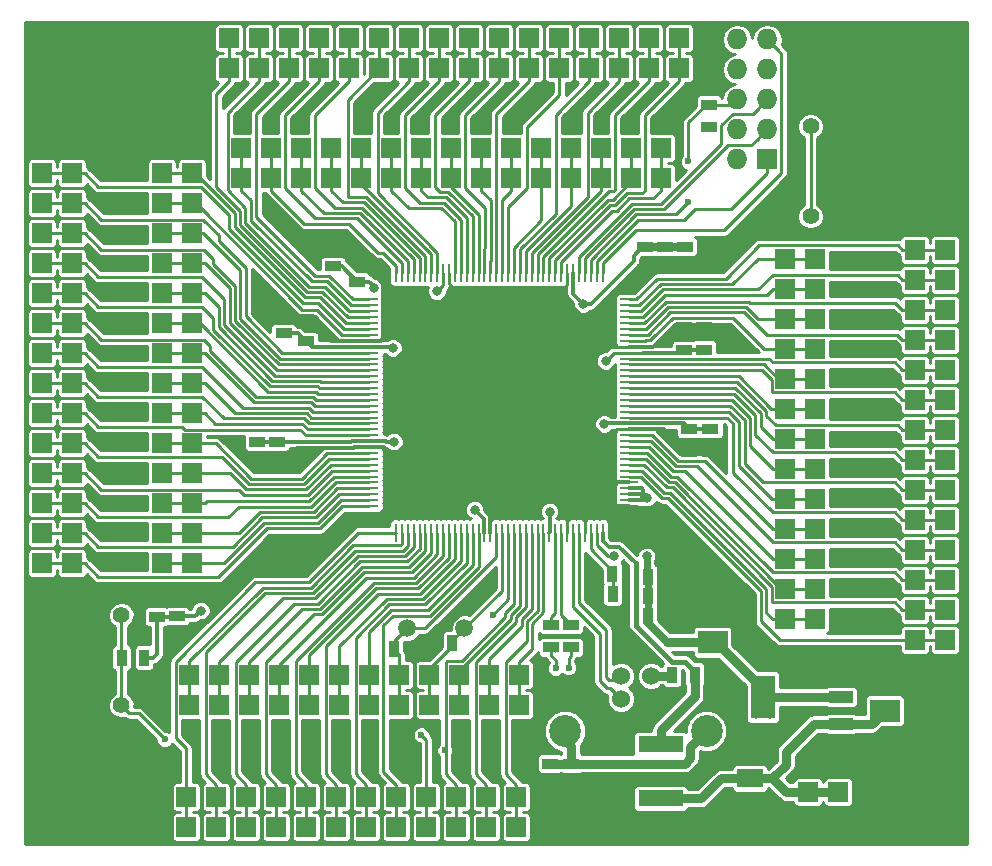
<source format=gbl>
%FSLAX46Y46*%
G04 Gerber Fmt 4.6, Leading zero omitted, Abs format (unit mm)*
G04 Created by KiCad (PCBNEW (2014-jul-16 BZR unknown)-product) date St 8. říjen 2014, 14:55:03 CEST*
%MOMM*%
G01*
G04 APERTURE LIST*
%ADD10C,0.150000*%
%ADD11R,0.254000X1.524000*%
%ADD12R,1.524000X0.254000*%
%ADD13R,1.397000X0.889000*%
%ADD14R,0.889000X1.397000*%
%ADD15R,3.810000X1.397000*%
%ADD16C,1.524000*%
%ADD17C,2.700020*%
%ADD18C,1.501140*%
%ADD19R,1.727200X1.727200*%
%ADD20O,1.727200X1.727200*%
%ADD21R,2.199640X1.600200*%
%ADD22R,1.651000X1.651000*%
%ADD23C,6.000000*%
%ADD24C,1.397000*%
%ADD25R,2.032000X3.657600*%
%ADD26R,2.032000X1.016000*%
%ADD27R,2.499360X1.950720*%
%ADD28C,0.600000*%
%ADD29C,0.800000*%
%ADD30C,0.300000*%
%ADD31C,0.254000*%
%ADD32C,0.800000*%
%ADD33C,0.400000*%
%ADD34C,0.700000*%
%ADD35C,0.600000*%
G04 APERTURE END LIST*
D10*
D11*
X156324300Y-99885500D03*
X155816300Y-99885500D03*
X155321000Y-99885500D03*
X154825700Y-99885500D03*
X154317700Y-99885500D03*
X153822400Y-99885500D03*
X153327100Y-99885500D03*
X152819100Y-99885500D03*
X152323800Y-99885500D03*
X151828500Y-99885500D03*
X151320500Y-99885500D03*
X150825200Y-99885500D03*
X150329900Y-99885500D03*
X149821900Y-99885500D03*
X149326600Y-99885500D03*
X148831300Y-99885500D03*
X148323300Y-99885500D03*
X147828000Y-99885500D03*
X147320000Y-99885500D03*
X146824700Y-99885500D03*
X146316700Y-99885500D03*
X145821400Y-99885500D03*
X145326100Y-99885500D03*
X144818100Y-99885500D03*
X144322800Y-99885500D03*
X143827500Y-99885500D03*
X143319500Y-99885500D03*
X142824200Y-99885500D03*
X142328900Y-99885500D03*
X141820900Y-99885500D03*
X141325600Y-99885500D03*
X140830300Y-99885500D03*
X140322300Y-99885500D03*
X139827000Y-99885500D03*
X139331700Y-99885500D03*
X138823700Y-99885500D03*
D12*
X136588500Y-83146900D03*
X136588500Y-82651600D03*
X136588500Y-82156300D03*
X136588500Y-81648300D03*
X136588500Y-81153000D03*
X136588500Y-80657700D03*
X136588500Y-80149700D03*
X158559500Y-82651600D03*
X158559500Y-83146900D03*
X158559500Y-83654900D03*
X158559500Y-84150200D03*
X158559500Y-84645500D03*
X158559500Y-85153500D03*
X158559500Y-85648800D03*
X158559500Y-86144100D03*
X158559500Y-86652100D03*
X158559500Y-87147400D03*
X158559500Y-87642700D03*
X158559500Y-88150700D03*
X158559500Y-88646000D03*
X158559500Y-89154000D03*
X158559500Y-89649300D03*
X158559500Y-90157300D03*
X158559500Y-90652600D03*
X158559500Y-91147900D03*
X158559500Y-91655900D03*
X158559500Y-92151200D03*
X158559500Y-92646500D03*
X158559500Y-93154500D03*
X158559500Y-93649800D03*
X158559500Y-94145100D03*
X158559500Y-94653100D03*
X158559500Y-95148400D03*
X158559500Y-95643700D03*
X158559500Y-96151700D03*
X158559500Y-96647000D03*
X158559500Y-97142300D03*
X158559500Y-97650300D03*
X136588500Y-97650300D03*
X136588500Y-97142300D03*
X136588500Y-96647000D03*
X136588500Y-96151700D03*
X136588500Y-95643700D03*
X136588500Y-95148400D03*
X136588500Y-94653100D03*
X136588500Y-94145100D03*
X136588500Y-93649800D03*
X136588500Y-93154500D03*
X136588500Y-92646500D03*
X136588500Y-92151200D03*
X136588500Y-91655900D03*
X136588500Y-91147900D03*
X136588500Y-90652600D03*
X136588500Y-90157300D03*
X136588500Y-89649300D03*
X136588500Y-89154000D03*
X136588500Y-88646000D03*
X136588500Y-88150700D03*
X136588500Y-87642700D03*
X136588500Y-87147400D03*
X136588500Y-86652100D03*
X136588500Y-86144100D03*
X136588500Y-85648800D03*
X136588500Y-85153500D03*
X136588500Y-84645500D03*
X136588500Y-84150200D03*
X136588500Y-83654900D03*
D11*
X141325600Y-77914500D03*
X141820900Y-77914500D03*
X142328900Y-77914500D03*
X142824200Y-77914500D03*
X143319500Y-77914500D03*
X143827500Y-77914500D03*
X144322800Y-77914500D03*
X144818100Y-77914500D03*
X145326100Y-77914500D03*
X145821400Y-77914500D03*
X146316700Y-77914500D03*
X146824700Y-77914500D03*
X147320000Y-77914500D03*
X147828000Y-77914500D03*
X148323300Y-77914500D03*
X148831300Y-77914500D03*
X149326600Y-77914500D03*
X149821900Y-77914500D03*
X150329900Y-77914500D03*
X150825200Y-77914500D03*
X151320500Y-77914500D03*
X151828500Y-77914500D03*
X152323800Y-77914500D03*
X152819100Y-77914500D03*
X153327100Y-77914500D03*
X153822400Y-77914500D03*
X154317700Y-77914500D03*
X154825700Y-77914500D03*
X155321000Y-77914500D03*
X155816300Y-77914500D03*
X156324300Y-77914500D03*
X138823700Y-77914500D03*
X139331700Y-77914500D03*
X139827000Y-77914500D03*
X140322300Y-77914500D03*
X140830300Y-77914500D03*
D12*
X158559500Y-80149700D03*
X158559500Y-80657700D03*
X158559500Y-81153000D03*
X158559500Y-81648300D03*
X158559500Y-82156300D03*
D13*
X163296600Y-75679300D03*
X163296600Y-77584300D03*
X164871400Y-84391500D03*
X164871400Y-82486500D03*
X127076200Y-92189300D03*
X127076200Y-94094300D03*
D14*
X160185100Y-103657400D03*
X162090100Y-103657400D03*
D13*
X163652200Y-91122500D03*
X163652200Y-93027500D03*
X161620200Y-75679300D03*
X161620200Y-77584300D03*
X151892000Y-119443500D03*
X151892000Y-121348500D03*
X135559800Y-78651100D03*
X135559800Y-76746100D03*
X120289320Y-106967020D03*
X120289320Y-105062020D03*
X118587520Y-107017820D03*
X118587520Y-105112820D03*
X129311400Y-83019900D03*
X129311400Y-81114900D03*
X133502400Y-77330300D03*
X133502400Y-75425300D03*
D14*
X160159700Y-105257600D03*
X162064700Y-105257600D03*
X157187900Y-105079800D03*
X155282900Y-105079800D03*
D13*
X163245800Y-84416900D03*
X163245800Y-82511900D03*
D14*
X160159700Y-106934000D03*
X162064700Y-106934000D03*
D13*
X165455600Y-91122500D03*
X165455600Y-93027500D03*
X128778000Y-92189300D03*
X128778000Y-94094300D03*
X131216400Y-83680300D03*
X131216400Y-81775300D03*
X159943800Y-75704700D03*
X159943800Y-77609700D03*
D14*
X138645900Y-109778800D03*
X140550900Y-109778800D03*
X143598900Y-109270800D03*
X141693900Y-109270800D03*
D15*
X161239200Y-117830600D03*
X161239200Y-122402600D03*
D16*
X160395920Y-111998760D03*
X157855920Y-111998760D03*
X157855920Y-113997740D03*
X160395920Y-113997740D03*
D17*
X165125400Y-116697760D03*
X153126440Y-116697760D03*
D13*
X165328600Y-65570100D03*
X165328600Y-63665100D03*
D14*
X157162500Y-103378000D03*
X155257500Y-103378000D03*
D13*
X151993600Y-107708700D03*
X151993600Y-109613700D03*
X153619200Y-107708700D03*
X153619200Y-109613700D03*
D14*
X115608100Y-110490000D03*
X117513100Y-110490000D03*
D18*
X139748260Y-108000800D03*
X144630140Y-108000800D03*
D19*
X170281600Y-68300600D03*
D20*
X167741600Y-68300600D03*
X170281600Y-65760600D03*
X167741600Y-65760600D03*
X170281600Y-63220600D03*
X167741600Y-63220600D03*
X170281600Y-60680600D03*
X167741600Y-60680600D03*
X170281600Y-58140600D03*
X167741600Y-58140600D03*
D21*
X168808400Y-124505720D03*
X168808400Y-120705880D03*
D22*
X128955800Y-114477800D03*
X128955800Y-111937800D03*
X146481800Y-124841000D03*
X146481800Y-122301000D03*
X136575800Y-114477800D03*
X136575800Y-111937800D03*
X131241800Y-124841000D03*
X131241800Y-122301000D03*
X133781800Y-124841000D03*
X133781800Y-122301000D03*
X174345600Y-86868000D03*
X171805600Y-86868000D03*
X185318400Y-86106000D03*
X182778400Y-86106000D03*
X174345600Y-79248000D03*
X171805600Y-79248000D03*
X185318400Y-78486000D03*
X182778400Y-78486000D03*
X174345600Y-76708000D03*
X171805600Y-76708000D03*
X185318400Y-75946000D03*
X182778400Y-75946000D03*
X185318400Y-81026000D03*
X182778400Y-81026000D03*
X174345600Y-81788000D03*
X171805600Y-81788000D03*
X185318400Y-83566000D03*
X182778400Y-83566000D03*
X174345600Y-84328000D03*
X171805600Y-84328000D03*
X174345600Y-97028000D03*
X171805600Y-97028000D03*
X161290000Y-69850000D03*
X161290000Y-67310000D03*
X162814000Y-58039000D03*
X162814000Y-60579000D03*
X185318400Y-98806000D03*
X182778400Y-98806000D03*
X174345600Y-99568000D03*
X171805600Y-99568000D03*
X174345600Y-104648000D03*
X171805600Y-104648000D03*
X174345600Y-107188000D03*
X171805600Y-107188000D03*
X185318400Y-108966000D03*
X182778400Y-108966000D03*
X185318400Y-106426000D03*
X182778400Y-106426000D03*
X185318400Y-101346000D03*
X182778400Y-101346000D03*
X182778400Y-96266000D03*
X185318400Y-96266000D03*
X174345600Y-91948000D03*
X171805600Y-91948000D03*
X174345600Y-94488000D03*
X171805600Y-94488000D03*
X185318400Y-93726000D03*
X182778400Y-93726000D03*
X144195800Y-114477800D03*
X144195800Y-111937800D03*
X185318400Y-91186000D03*
X182778400Y-91186000D03*
X174345600Y-89408000D03*
X171805600Y-89408000D03*
X149021800Y-124841000D03*
X149021800Y-122301000D03*
X146735800Y-114477800D03*
X146735800Y-111937800D03*
X139115800Y-114477800D03*
X139115800Y-111937800D03*
X141655800Y-114477800D03*
X141655800Y-111937800D03*
X158750000Y-67310000D03*
X158750000Y-69850000D03*
X160274000Y-60579000D03*
X160274000Y-58039000D03*
X126415800Y-114477800D03*
X126415800Y-111937800D03*
X143941800Y-124841000D03*
X143941800Y-122301000D03*
X141401800Y-124841000D03*
X141401800Y-122301000D03*
X149275800Y-114477800D03*
X149275800Y-111937800D03*
X182778400Y-103886000D03*
X185318400Y-103886000D03*
X174345600Y-102108000D03*
X171805600Y-102108000D03*
X185318400Y-88646000D03*
X182778400Y-88646000D03*
X138861800Y-124841000D03*
X138861800Y-122301000D03*
X136321800Y-124841000D03*
X136321800Y-122301000D03*
X134035800Y-114477800D03*
X134035800Y-111937800D03*
X131495800Y-114477800D03*
X131495800Y-111937800D03*
X128701800Y-124841000D03*
X128701800Y-122301000D03*
X111404400Y-82169000D03*
X108864400Y-82169000D03*
X111404400Y-77089000D03*
X108864400Y-77089000D03*
X121564400Y-74549000D03*
X119024400Y-74549000D03*
X111404400Y-72009000D03*
X108864400Y-72009000D03*
X121564400Y-77089000D03*
X119024400Y-77089000D03*
X121564400Y-79629000D03*
X119024400Y-79629000D03*
X111404400Y-84709000D03*
X108864400Y-84709000D03*
X121564400Y-84709000D03*
X119024400Y-84709000D03*
X121564400Y-89789000D03*
X119024400Y-89789000D03*
X111404400Y-89789000D03*
X108864400Y-89789000D03*
X111404400Y-102489000D03*
X108864400Y-102489000D03*
X111404400Y-69469000D03*
X108864400Y-69469000D03*
X123621800Y-124841000D03*
X123621800Y-122301000D03*
X123875800Y-114477800D03*
X123875800Y-111937800D03*
X119024400Y-69469000D03*
X121564400Y-69469000D03*
X121564400Y-99949000D03*
X119024400Y-99949000D03*
X126161800Y-124841000D03*
X126161800Y-122301000D03*
X138430000Y-69850000D03*
X138430000Y-67310000D03*
X142494000Y-60579000D03*
X142494000Y-58039000D03*
X121335800Y-114477800D03*
X121335800Y-111937800D03*
X128270000Y-69850000D03*
X128270000Y-67310000D03*
X139954000Y-60579000D03*
X139954000Y-58039000D03*
X129794000Y-58039000D03*
X129794000Y-60579000D03*
X140970000Y-69850000D03*
X140970000Y-67310000D03*
X145034000Y-60579000D03*
X145034000Y-58039000D03*
X152654000Y-60579000D03*
X152654000Y-58039000D03*
X150114000Y-58039000D03*
X150114000Y-60579000D03*
X146050000Y-69850000D03*
X146050000Y-67310000D03*
X148590000Y-69850000D03*
X148590000Y-67310000D03*
X155194000Y-60579000D03*
X155194000Y-58039000D03*
X157734000Y-58039000D03*
X157734000Y-60579000D03*
X156210000Y-69850000D03*
X156210000Y-67310000D03*
X151130000Y-67310000D03*
X151130000Y-69850000D03*
X153670000Y-67310000D03*
X153670000Y-69850000D03*
X111404400Y-74549000D03*
X108864400Y-74549000D03*
X121564400Y-102489000D03*
X119024400Y-102489000D03*
X121564400Y-94869000D03*
X119024400Y-94869000D03*
X111404400Y-92329000D03*
X108864400Y-92329000D03*
X111404400Y-87249000D03*
X108864400Y-87249000D03*
X121564400Y-87249000D03*
X119024400Y-87249000D03*
X121081800Y-124841000D03*
X121081800Y-122301000D03*
X125730000Y-69850000D03*
X125730000Y-67310000D03*
X124714000Y-60579000D03*
X124714000Y-58039000D03*
X147574000Y-60579000D03*
X147574000Y-58039000D03*
X121564400Y-72009000D03*
X119024400Y-72009000D03*
X127254000Y-60579000D03*
X127254000Y-58039000D03*
X132334000Y-60579000D03*
X132334000Y-58039000D03*
X111404400Y-99949000D03*
X108864400Y-99949000D03*
X111404400Y-97409000D03*
X108864400Y-97409000D03*
X111404400Y-94869000D03*
X108864400Y-94869000D03*
X130810000Y-69850000D03*
X130810000Y-67310000D03*
X133350000Y-69850000D03*
X133350000Y-67310000D03*
X143510000Y-69850000D03*
X143510000Y-67310000D03*
X119024400Y-97409000D03*
X121564400Y-97409000D03*
X121564400Y-92329000D03*
X119024400Y-92329000D03*
X135890000Y-69850000D03*
X135890000Y-67310000D03*
X137414000Y-60579000D03*
X137414000Y-58039000D03*
X134874000Y-60579000D03*
X134874000Y-58039000D03*
X111404400Y-79629000D03*
X108864400Y-79629000D03*
X121564400Y-82169000D03*
X119024400Y-82169000D03*
X176276000Y-124409200D03*
X176276000Y-121869200D03*
X176276000Y-119329200D03*
X173736000Y-119329200D03*
X173736000Y-121869200D03*
X173736000Y-124409200D03*
D14*
X162217100Y-111912400D03*
X164122100Y-111912400D03*
D23*
X111760000Y-60960000D03*
X111760000Y-121920000D03*
X182880000Y-60960000D03*
X182880000Y-121920000D03*
D13*
X153670000Y-119443500D03*
X153670000Y-121348500D03*
D24*
X179019200Y-73101200D03*
X173939200Y-73101200D03*
X179019200Y-65481200D03*
X173939200Y-65481200D03*
X115570000Y-114503200D03*
X110490000Y-114503200D03*
X115570000Y-106883200D03*
X110490000Y-106883200D03*
D25*
X169887900Y-113814860D03*
D26*
X176491900Y-113814860D03*
X176491900Y-116100860D03*
X176491900Y-111528860D03*
D27*
X180213000Y-111887000D03*
X180213000Y-114985800D03*
X165633400Y-106060240D03*
X165633400Y-109159040D03*
D28*
X156591000Y-91948000D03*
D29*
X166370000Y-93853000D03*
X128016000Y-80010000D03*
X144018000Y-79502000D03*
X166904858Y-124409200D03*
X154051000Y-123190000D03*
X125349000Y-92456000D03*
X121666000Y-104775000D03*
X139700000Y-93980000D03*
X147218400Y-97993200D03*
X142697200Y-108000800D03*
X156425900Y-95580200D03*
X156514800Y-97891600D03*
X130340100Y-93814900D03*
X154625040Y-97871280D03*
X153294080Y-97876360D03*
X139766040Y-79720440D03*
X156511144Y-83811662D03*
X167259000Y-83693000D03*
X152781000Y-80518000D03*
X163195000Y-106426000D03*
X165633400Y-106060240D03*
X163195000Y-105029000D03*
X163195000Y-103505000D03*
X162204400Y-113893600D03*
X131546600Y-75311000D03*
D28*
X153446480Y-111328200D03*
X152344120Y-111373920D03*
X163550600Y-71907400D03*
X163576000Y-68453000D03*
X119253000Y-117398800D03*
X142976600Y-118338600D03*
D29*
X156464000Y-90678000D03*
X177038000Y-113792000D03*
X175996600Y-113817400D03*
X170383200Y-114249200D03*
X170383200Y-113334800D03*
X170434000Y-112445800D03*
X170459400Y-115214400D03*
X169316400Y-114249200D03*
X169316400Y-113309400D03*
X169291000Y-115214400D03*
X169316400Y-112420400D03*
X142293340Y-79476600D03*
X138559540Y-84254340D03*
X138648440Y-92184220D03*
X122303540Y-106489500D03*
X145491200Y-97942400D03*
X151841200Y-98107500D03*
X160121600Y-96926400D03*
X160058100Y-101904800D03*
X157289115Y-101904800D03*
X136956800Y-79197200D03*
X156591000Y-85344000D03*
X154686000Y-80518000D03*
X161620200Y-75679300D03*
X165227000Y-65532000D03*
D28*
X140970000Y-117017800D03*
X147015200Y-106832400D03*
D30*
X135813800Y-76746100D02*
X137706801Y-78639101D01*
X137706801Y-78639101D02*
X137706801Y-83547601D01*
X137604212Y-83650190D02*
X136588500Y-83650190D01*
X137706801Y-83547601D02*
X137604212Y-83650190D01*
X137485987Y-83650190D02*
X138117110Y-83019067D01*
X138117110Y-83019067D02*
X139766040Y-81370137D01*
X135559800Y-76746100D02*
X135615702Y-76746100D01*
X135615702Y-76746100D02*
X138117110Y-79247508D01*
X138117110Y-79247508D02*
X138117110Y-83019067D01*
X135559800Y-76746100D02*
X135559800Y-76001600D01*
X135559800Y-76001600D02*
X134983500Y-75425300D01*
X134983500Y-75425300D02*
X134500900Y-75425300D01*
X134500900Y-75425300D02*
X133502400Y-75425300D01*
X160613710Y-84145490D02*
X159477573Y-84145490D01*
D31*
X159472863Y-84150200D02*
X159477573Y-84145490D01*
D30*
X159477573Y-84145490D02*
X158559500Y-84145490D01*
D31*
X158559500Y-84150200D02*
X159472863Y-84150200D01*
X143319500Y-77914500D02*
X143319500Y-78803500D01*
X143319500Y-78803500D02*
X144018000Y-79502000D01*
X157226000Y-91465400D02*
X157073600Y-91465400D01*
X157073600Y-91465400D02*
X156591000Y-91948000D01*
X158559500Y-91147900D02*
X157543500Y-91147900D01*
X157543500Y-91147900D02*
X157226000Y-91465400D01*
D30*
X165455600Y-93027500D02*
X165544500Y-93027500D01*
X165544500Y-93027500D02*
X166370000Y-93853000D01*
X129311400Y-81114900D02*
X129120900Y-81114900D01*
X129120900Y-81114900D02*
X128016000Y-80010000D01*
X131216400Y-81775300D02*
X129971800Y-81775300D01*
X129971800Y-81775300D02*
X129311400Y-81114900D01*
X179019200Y-65481200D02*
X182880000Y-61620400D01*
X182880000Y-61620400D02*
X182880000Y-60960000D01*
X179019200Y-65481200D02*
X179019200Y-73101200D01*
D32*
X176276000Y-119329200D02*
X180289200Y-119329200D01*
X180289200Y-119329200D02*
X182880000Y-121920000D01*
X176276000Y-124409200D02*
X180390800Y-124409200D01*
X180390800Y-124409200D02*
X182880000Y-121920000D01*
X173736000Y-124409200D02*
X176276000Y-124409200D01*
X173736000Y-119329200D02*
X176276000Y-119329200D01*
X178435000Y-111887000D02*
X178435000Y-111655960D01*
X178435000Y-111655960D02*
X178307900Y-111528860D01*
X178307900Y-111528860D02*
X176491900Y-111528860D01*
X180213000Y-111887000D02*
X178435000Y-111887000D01*
X153670000Y-121348500D02*
X153670000Y-122809000D01*
X153670000Y-122809000D02*
X154051000Y-123190000D01*
X151892000Y-121348500D02*
X153670000Y-121348500D01*
D30*
X128778000Y-94094300D02*
X127076200Y-94094300D01*
X130436990Y-92689310D02*
X131219891Y-92689310D01*
X131219891Y-92689310D02*
X135246210Y-92689310D01*
X130340100Y-93814900D02*
X130740099Y-93414901D01*
X130740099Y-93414901D02*
X130740099Y-93169102D01*
X130740099Y-93169102D02*
X131219891Y-92689310D01*
X125349000Y-92456000D02*
X125437900Y-92456000D01*
X125437900Y-92456000D02*
X127076200Y-94094300D01*
X120289320Y-105062020D02*
X121378980Y-105062020D01*
X121378980Y-105062020D02*
X121666000Y-104775000D01*
X118587520Y-105112820D02*
X120238520Y-105112820D01*
X120238520Y-105112820D02*
X120289320Y-105062020D01*
X110490000Y-106883200D02*
X112260380Y-105112820D01*
X112260380Y-105112820D02*
X118587520Y-105112820D01*
X135559800Y-76746100D02*
X135813800Y-76746100D01*
X135813800Y-76746100D02*
X138788140Y-79720440D01*
X138788140Y-79720440D02*
X139200355Y-79720440D01*
X139200355Y-79720440D02*
X139766040Y-79720440D01*
X136588500Y-92646500D02*
X136619499Y-92677499D01*
X136619499Y-92677499D02*
X137805982Y-92677499D01*
X137805982Y-92677499D02*
X139108483Y-93980000D01*
X139108483Y-93980000D02*
X139700000Y-93980000D01*
X165455600Y-93027500D02*
X163652200Y-93027500D01*
X161523310Y-91152610D02*
X158559500Y-91152610D01*
X163398200Y-93027500D02*
X161523310Y-91152610D01*
X163652200Y-93027500D02*
X163398200Y-93027500D01*
X163245800Y-82511900D02*
X162247300Y-82511900D01*
X162247300Y-82511900D02*
X160613710Y-84145490D01*
X146824700Y-99885500D02*
X146824700Y-98386900D01*
X146824700Y-98386900D02*
X147218400Y-97993200D01*
X135246210Y-92689310D02*
X135289020Y-92646500D01*
X128778000Y-94094300D02*
X129032000Y-94094300D01*
X135289020Y-92646500D02*
X135526500Y-92646500D01*
X129032000Y-94094300D02*
X130436990Y-92689310D01*
X135526500Y-92646500D02*
X136588500Y-92646500D01*
X141693900Y-109004100D02*
X142697200Y-108000800D01*
X141693900Y-109270800D02*
X141693900Y-109004100D01*
X158559500Y-95643700D02*
X156489400Y-95643700D01*
X156489400Y-95643700D02*
X156425900Y-95580200D01*
X157497500Y-97650300D02*
X156425900Y-96578700D01*
X156425900Y-96578700D02*
X156425900Y-95580200D01*
X158559500Y-97650300D02*
X157497500Y-97650300D01*
X157497500Y-97650300D02*
X157256200Y-97891600D01*
X157256200Y-97891600D02*
X157143417Y-97891600D01*
X157143417Y-97891600D02*
X156514800Y-97891600D01*
X130060700Y-94094300D02*
X130340100Y-93814900D01*
X128778000Y-94094300D02*
X130060700Y-94094300D01*
D31*
X155803600Y-97891600D02*
X156514800Y-97891600D01*
X154825700Y-98869500D02*
X155803600Y-97891600D01*
X154825700Y-98071940D02*
X154625040Y-97871280D01*
X154825700Y-99106711D02*
X154825700Y-98071940D01*
X154825700Y-99885500D02*
X154825700Y-99106711D01*
X154825700Y-99106711D02*
X154825700Y-98869500D01*
X153327100Y-97909380D02*
X153294080Y-97876360D01*
X153327100Y-99885500D02*
X153327100Y-97909380D01*
D30*
X131216400Y-81775300D02*
X131470400Y-81775300D01*
X131470400Y-81775300D02*
X133345290Y-83650190D01*
X133345290Y-83650190D02*
X137485987Y-83650190D01*
X139766040Y-81370137D02*
X139766040Y-80349057D01*
X139766040Y-80349057D02*
X139766040Y-79720440D01*
D31*
X156849682Y-84150200D02*
X156511144Y-83811662D01*
X158559500Y-84150200D02*
X156849682Y-84150200D01*
D30*
X166052500Y-82486500D02*
X167259000Y-83693000D01*
X164871400Y-82486500D02*
X166052500Y-82486500D01*
D31*
X152781000Y-79476600D02*
X152781000Y-80518000D01*
X153327100Y-78930500D02*
X152781000Y-79476600D01*
X153327100Y-77914500D02*
X153327100Y-78930500D01*
D30*
X162687000Y-106934000D02*
X163195000Y-106426000D01*
X162064700Y-106934000D02*
X162687000Y-106934000D01*
D33*
X162966400Y-105257600D02*
X163195000Y-105029000D01*
X162064700Y-105257600D02*
X162966400Y-105257600D01*
X163042600Y-103657400D02*
X163195000Y-103505000D01*
X162090100Y-103657400D02*
X163042600Y-103657400D01*
X160395920Y-113997740D02*
X162100260Y-113997740D01*
X162100260Y-113997740D02*
X162204400Y-113893600D01*
D32*
X131660900Y-75425300D02*
X131546600Y-75311000D01*
X133502400Y-75425300D02*
X131660900Y-75425300D01*
X153670000Y-119443500D02*
X151892000Y-119443500D01*
D31*
X165008560Y-117627400D02*
X165008560Y-117302290D01*
X164084000Y-116636800D02*
X164134800Y-116687600D01*
X164746554Y-116794280D02*
X164345225Y-117195609D01*
X164345225Y-117195609D02*
X164277031Y-117195609D01*
D32*
X155168500Y-119443500D02*
X153670000Y-119443500D01*
D31*
X165277800Y-116794280D02*
X164896800Y-116794280D01*
D32*
X163309802Y-119443500D02*
X155168500Y-119443500D01*
D31*
X164896800Y-116794280D02*
X164746554Y-116794280D01*
D32*
X153126440Y-116697760D02*
X153126440Y-117439440D01*
X153670000Y-117983000D02*
X153670000Y-119443500D01*
X153126440Y-117439440D02*
X153670000Y-117983000D01*
X164896800Y-116794280D02*
X164896800Y-116890800D01*
X163744201Y-119009101D02*
X163309802Y-119443500D01*
X163744201Y-118043399D02*
X163744201Y-119009101D01*
X164896800Y-116890800D02*
X163744201Y-118043399D01*
D31*
X157187900Y-103403400D02*
X157162500Y-103378000D01*
X157187900Y-105079800D02*
X157187900Y-103403400D01*
X155321000Y-100901500D02*
X155321000Y-99885500D01*
X155321000Y-101282500D02*
X155321000Y-100901500D01*
X157162500Y-103124000D02*
X155321000Y-101282500D01*
X157162500Y-103378000D02*
X157162500Y-103124000D01*
X138645900Y-109778800D02*
X138645900Y-109103160D01*
X138645900Y-109103160D02*
X139748260Y-108000800D01*
X139115800Y-111937800D02*
X139115800Y-110248700D01*
X139115800Y-110248700D02*
X138645900Y-109778800D01*
X147320000Y-100126800D02*
X147320000Y-99885500D01*
X141274800Y-108000800D02*
X147320000Y-101955600D01*
X147320000Y-101955600D02*
X147320000Y-100126800D01*
X139748260Y-108000800D02*
X141274800Y-108000800D01*
X139115800Y-113017300D02*
X139115800Y-114477800D01*
X139115800Y-111937800D02*
X139115800Y-113017300D01*
X141655800Y-111937800D02*
X141655800Y-111467900D01*
X141655800Y-111467900D02*
X143598900Y-109524800D01*
X143598900Y-109524800D02*
X143598900Y-109270800D01*
X143598900Y-109270800D02*
X143598900Y-109032040D01*
X143598900Y-109032040D02*
X144630140Y-108000800D01*
X144630140Y-108000800D02*
X147828000Y-104802940D01*
X147828000Y-104802940D02*
X147828000Y-99885500D01*
X141655800Y-113017300D02*
X141655800Y-114477800D01*
X141655800Y-111937800D02*
X141655800Y-113017300D01*
D32*
X176276000Y-121869200D02*
X173736000Y-121869200D01*
X176491900Y-116100860D02*
X177269140Y-116100860D01*
X161239200Y-122402600D02*
X164693600Y-122402600D01*
X166390320Y-120705880D02*
X168808400Y-120705880D01*
X164693600Y-122402600D02*
X166390320Y-120705880D01*
X171922340Y-121869200D02*
X173736000Y-121869200D01*
X171896940Y-121894600D02*
X171922340Y-121869200D01*
X170708220Y-120705880D02*
X171896940Y-121894600D01*
X168808400Y-120705880D02*
X170708220Y-120705880D01*
X170708220Y-120705880D02*
X171881800Y-119532300D01*
X174675900Y-116100860D02*
X176491900Y-116100860D01*
X174233338Y-116100860D02*
X174675900Y-116100860D01*
X171881800Y-118452398D02*
X174233338Y-116100860D01*
X171881800Y-119532300D02*
X171881800Y-118452398D01*
X179097940Y-116100860D02*
X180213000Y-114985800D01*
X176491900Y-116100860D02*
X179097940Y-116100860D01*
D31*
X153446480Y-110484920D02*
X153446480Y-111328200D01*
X153619200Y-109613700D02*
X153619200Y-110312200D01*
X153619200Y-110312200D02*
X153446480Y-110484920D01*
X157855920Y-111998760D02*
X157490160Y-111998760D01*
X157490160Y-111998760D02*
X157099000Y-112389920D01*
X157099000Y-112389920D02*
X156911040Y-112389920D01*
X156911040Y-112389920D02*
X156616400Y-112095280D01*
X156616400Y-112095280D02*
X156616400Y-108144902D01*
X156616400Y-108144902D02*
X154317700Y-105846202D01*
X154317700Y-105846202D02*
X154317700Y-99885500D01*
X151993600Y-109613700D02*
X151993600Y-110312200D01*
X151993600Y-110312200D02*
X152344120Y-110662720D01*
X152344120Y-110662720D02*
X152344120Y-110745303D01*
X152344120Y-111373920D02*
X152344120Y-110745303D01*
X157855920Y-113997740D02*
X156933900Y-113075720D01*
X156933900Y-113075720D02*
X156695056Y-113075720D01*
X156093160Y-112473824D02*
X156093160Y-108451058D01*
X156695056Y-113075720D02*
X156093160Y-112473824D01*
X156093160Y-108451058D02*
X153822400Y-106180298D01*
X153822400Y-106180298D02*
X153822400Y-99885500D01*
X152323800Y-109850598D02*
X152276199Y-109898199D01*
X165328600Y-63665100D02*
X167297100Y-63665100D01*
X167297100Y-63665100D02*
X167741600Y-63220600D01*
X173939200Y-65481200D02*
X173939200Y-73101200D01*
X162506010Y-72951990D02*
X159167141Y-72951990D01*
X159167141Y-72951990D02*
X155321000Y-76798131D01*
X155321000Y-76798131D02*
X155321000Y-76898500D01*
X155321000Y-76898500D02*
X155321000Y-77914500D01*
X163550600Y-71907400D02*
X162506010Y-72951990D01*
X163576000Y-67824383D02*
X163576000Y-68453000D01*
X165328600Y-63665100D02*
X165074600Y-63665100D01*
X165074600Y-63665100D02*
X163576000Y-65163700D01*
X163576000Y-65163700D02*
X163576000Y-67824383D01*
X151993600Y-107708700D02*
X151993600Y-107010200D01*
X151993600Y-107010200D02*
X152323800Y-106680000D01*
X152323800Y-106680000D02*
X152323800Y-100901500D01*
X152323800Y-100901500D02*
X152323800Y-99885500D01*
X152819100Y-99885500D02*
X152819100Y-106908600D01*
X152819100Y-106908600D02*
X153619200Y-107708700D01*
X115570000Y-114503200D02*
X115570000Y-106883200D01*
X115570000Y-114503200D02*
X115570000Y-110528100D01*
X115570000Y-110528100D02*
X115608100Y-110490000D01*
X143043299Y-110850699D02*
X143043299Y-118252832D01*
X143143687Y-110750311D02*
X143043299Y-110850699D01*
X148831300Y-105929063D02*
X148103391Y-106656972D01*
X144399553Y-110750311D02*
X143143687Y-110750311D01*
X148103391Y-107046473D02*
X144399553Y-110750311D01*
X148103391Y-106656972D02*
X148103391Y-107046473D01*
X148831300Y-99885500D02*
X148831300Y-105929063D01*
X117055899Y-115201699D02*
X119253000Y-117398800D01*
X115570000Y-114503200D02*
X116268499Y-115201699D01*
X116268499Y-115201699D02*
X117055899Y-115201699D01*
X142976600Y-118319531D02*
X142976600Y-118338600D01*
X143043299Y-118252832D02*
X142976600Y-118319531D01*
X143043299Y-118252832D02*
X143043299Y-120322999D01*
X143043299Y-120322999D02*
X143941800Y-121221500D01*
X143941800Y-121221500D02*
X143941800Y-122301000D01*
X143941800Y-122301000D02*
X143941800Y-124841000D01*
D30*
X159759368Y-84645500D02*
X163017200Y-84645500D01*
D31*
X158559500Y-84645500D02*
X159759368Y-84645500D01*
X158559500Y-84645500D02*
X157289500Y-84645500D01*
X157289500Y-84645500D02*
X156591000Y-85344000D01*
X142824200Y-77914500D02*
X142824200Y-78945740D01*
X142824200Y-78945740D02*
X142293340Y-79476600D01*
D30*
X156489400Y-90652600D02*
X156464000Y-90678000D01*
X158559500Y-90652600D02*
X156489400Y-90652600D01*
X158559500Y-96647000D02*
X159669480Y-96647000D01*
X159669480Y-96647000D02*
X159842200Y-96647000D01*
X159639000Y-97124800D02*
X159639000Y-96677480D01*
X159639000Y-96677480D02*
X159669480Y-96647000D01*
X158559500Y-97142300D02*
X159621500Y-97142300D01*
X159621500Y-97142300D02*
X159639000Y-97124800D01*
X159735800Y-96266000D02*
X159721601Y-96280199D01*
X159721601Y-96280199D02*
X159721601Y-96526401D01*
X159721601Y-96526401D02*
X160121600Y-96926400D01*
X158559500Y-96151700D02*
X159621500Y-96151700D01*
X159621500Y-96151700D02*
X159735800Y-96266000D01*
X159842200Y-96647000D02*
X160121600Y-96926400D01*
X163245800Y-84416900D02*
X164846000Y-84416900D01*
X164846000Y-84416900D02*
X164871400Y-84391500D01*
D32*
X176472315Y-113792000D02*
X177038000Y-113792000D01*
X169316400Y-113309400D02*
X169799000Y-113792000D01*
X169799000Y-113792000D02*
X176472315Y-113792000D01*
D34*
X175895000Y-113919000D02*
X175996600Y-113817400D01*
X170256200Y-114249200D02*
X170383200Y-114249200D01*
X169291000Y-115214400D02*
X170256200Y-114249200D01*
X170434000Y-114249200D02*
X170383200Y-114249200D01*
X170459400Y-114223800D02*
X170434000Y-114249200D01*
X170510200Y-112522000D02*
X170434000Y-112445800D01*
X170281600Y-115214400D02*
X170459400Y-115214400D01*
X169316400Y-114249200D02*
X170281600Y-115214400D01*
D32*
X169316400Y-112567720D02*
X169316400Y-112743715D01*
X165907720Y-109159040D02*
X169316400Y-112567720D01*
X165633400Y-109159040D02*
X165907720Y-109159040D01*
X169316400Y-112743715D02*
X169316400Y-113309400D01*
D34*
X169316400Y-115214400D02*
X169291000Y-115214400D01*
D30*
X158559500Y-97142300D02*
X159905700Y-97142300D01*
X159905700Y-97142300D02*
X160121600Y-96926400D01*
X163652200Y-91122500D02*
X165455600Y-91122500D01*
X138559540Y-84254340D02*
X138455400Y-84150200D01*
X138455400Y-84150200D02*
X136588500Y-84150200D01*
X138648440Y-92184220D02*
X138019823Y-92184220D01*
X138019823Y-92184220D02*
X137986803Y-92151200D01*
X135039100Y-92189300D02*
X128778000Y-92189300D01*
X137986803Y-92151200D02*
X136800320Y-92151200D01*
X136800320Y-92151200D02*
X136795610Y-92146490D01*
X136795610Y-92146490D02*
X135081910Y-92146490D01*
X135081910Y-92146490D02*
X135039100Y-92189300D01*
X120289320Y-106967020D02*
X121826020Y-106967020D01*
X121826020Y-106967020D02*
X122303540Y-106489500D01*
X118587520Y-107017820D02*
X120238520Y-107017820D01*
X120238520Y-107017820D02*
X120289320Y-106967020D01*
X118587520Y-107017820D02*
X118587520Y-110160080D01*
X118587520Y-110160080D02*
X118257600Y-110490000D01*
X118257600Y-110490000D02*
X117513100Y-110490000D01*
X158559500Y-90652600D02*
X163182300Y-90652600D01*
X163182300Y-90652600D02*
X163652200Y-91122500D01*
X163017200Y-84645500D02*
X163245800Y-84416900D01*
X131686300Y-84150200D02*
X131216400Y-83680300D01*
X136588500Y-84150200D02*
X131686300Y-84150200D01*
X146316700Y-99885500D02*
X146316700Y-98767900D01*
X146316700Y-98767900D02*
X145491200Y-97942400D01*
X160159700Y-107188000D02*
X160159700Y-106934000D01*
X151841200Y-99872800D02*
X151828500Y-99885500D01*
X151841200Y-98107500D02*
X151841200Y-99872800D01*
X128778000Y-92189300D02*
X127076200Y-92189300D01*
X130556000Y-83019900D02*
X131216400Y-83680300D01*
X129311400Y-83019900D02*
X130556000Y-83019900D01*
X134239000Y-77330300D02*
X135559800Y-78651100D01*
X133502400Y-77330300D02*
X134239000Y-77330300D01*
D31*
X155816300Y-100901500D02*
X156819600Y-101904800D01*
X155816300Y-99885500D02*
X155816300Y-100901500D01*
X156819600Y-101904800D02*
X157289115Y-101904800D01*
D30*
X136956800Y-79049600D02*
X136956800Y-79197200D01*
X135559800Y-78651100D02*
X136558300Y-78651100D01*
X136558300Y-78651100D02*
X136956800Y-79049600D01*
D35*
X160058100Y-103530400D02*
X160185100Y-103657400D01*
X160058100Y-101904800D02*
X160058100Y-103530400D01*
X160185100Y-105232200D02*
X160159700Y-105257600D01*
X160185100Y-103657400D02*
X160185100Y-105232200D01*
X160159700Y-105257600D02*
X160159700Y-106934000D01*
D32*
X165633400Y-109159040D02*
X161752280Y-109159040D01*
D34*
X160159700Y-106934000D02*
X160159700Y-107535980D01*
X161752280Y-109128560D02*
X161752280Y-109159040D01*
X160159700Y-107535980D02*
X161752280Y-109128560D01*
D30*
X159689800Y-75704700D02*
X158945300Y-76449200D01*
X158945300Y-76449200D02*
X158945300Y-76887317D01*
X154241501Y-80073501D02*
X154686000Y-80518000D01*
X159943800Y-75704700D02*
X159689800Y-75704700D01*
X158945300Y-76887317D02*
X155314617Y-80518000D01*
X155314617Y-80518000D02*
X154686000Y-80518000D01*
X153822400Y-79654400D02*
X154241501Y-80073501D01*
X153822400Y-77914500D02*
X153822400Y-79654400D01*
D34*
X161594800Y-75704700D02*
X161620200Y-75679300D01*
X159943800Y-75704700D02*
X161594800Y-75704700D01*
X161620200Y-75679300D02*
X163296600Y-75679300D01*
D31*
X155870299Y-76890899D02*
X159355198Y-73406000D01*
X155870299Y-77860501D02*
X155870299Y-76890899D01*
X155816300Y-77914500D02*
X155870299Y-77860501D01*
X159355198Y-73406000D02*
X163193822Y-73406000D01*
X163193822Y-73406000D02*
X164133622Y-72466200D01*
X170281600Y-69418200D02*
X170281600Y-68300600D01*
X167233600Y-72466200D02*
X170281600Y-69418200D01*
X164133622Y-72466200D02*
X167233600Y-72466200D01*
X169418001Y-66624199D02*
X170281600Y-65760600D01*
X158979084Y-72497980D02*
X161523689Y-72497980D01*
X161523689Y-72497980D02*
X166911670Y-67109999D01*
X154825700Y-77914500D02*
X154825700Y-76651364D01*
X166911670Y-67109999D02*
X168932201Y-67109999D01*
X168932201Y-67109999D02*
X169418001Y-66624199D01*
X154825700Y-76651364D02*
X158979084Y-72497980D01*
X166354101Y-66981565D02*
X166354101Y-65386009D01*
X154317700Y-76517297D02*
X158791027Y-72043970D01*
X167328909Y-64411201D02*
X169090999Y-64411201D01*
X166354101Y-65386009D02*
X167328909Y-64411201D01*
X154317700Y-77914500D02*
X154317700Y-76517297D01*
X158791027Y-72043970D02*
X161291696Y-72043970D01*
X161291696Y-72043970D02*
X166354101Y-66981565D01*
X169090999Y-64411201D02*
X169418001Y-64084199D01*
X169418001Y-64084199D02*
X170281600Y-63220600D01*
X171145199Y-59004199D02*
X170281600Y-58140600D01*
X156324300Y-77914500D02*
X156324301Y-77100205D01*
X156324301Y-77100205D02*
X159154906Y-74269600D01*
X159154906Y-74269600D02*
X166628402Y-74269600D01*
X166628402Y-74269600D02*
X171472201Y-69425801D01*
X171472201Y-69425801D02*
X171472201Y-59331201D01*
X171472201Y-59331201D02*
X171145199Y-59004199D01*
X164122100Y-112166400D02*
X164122100Y-111912400D01*
D30*
X156324300Y-99885500D02*
X156324300Y-100520500D01*
X156324300Y-99885500D02*
X156324300Y-100606860D01*
X156827739Y-101110299D02*
X157752299Y-101110299D01*
X156324300Y-100606860D02*
X156827739Y-101110299D01*
X157752299Y-101110299D02*
X159146240Y-102504240D01*
D33*
X164122100Y-111658400D02*
X164122100Y-111912400D01*
X163277600Y-110813900D02*
X164122100Y-111658400D01*
X162176597Y-110813899D02*
X163277600Y-110813900D01*
X159146240Y-107783542D02*
X162176597Y-110813899D01*
X159146240Y-102504240D02*
X159146240Y-107783542D01*
D32*
X164122100Y-111912400D02*
X164122100Y-113753900D01*
X161239200Y-116636800D02*
X161239200Y-117830600D01*
X164122100Y-113753900D02*
X161239200Y-116636800D01*
D31*
X136330107Y-103698561D02*
X128955800Y-111072868D01*
X142328900Y-101710304D02*
X140340643Y-103698561D01*
X142328900Y-99885500D02*
X142328900Y-101710304D01*
X140340643Y-103698561D02*
X136330107Y-103698561D01*
X128955800Y-111072868D02*
X128955800Y-111937800D01*
X128955800Y-113017300D02*
X128955800Y-114477800D01*
X128955800Y-111937800D02*
X128955800Y-113017300D01*
X149011411Y-107033086D02*
X149011411Y-107422587D01*
X145583299Y-110850699D02*
X145583299Y-120322999D01*
X145583299Y-120322999D02*
X146481800Y-121221500D01*
X149011411Y-107422587D02*
X145583299Y-110850699D01*
X149821900Y-99885500D02*
X149821900Y-106222597D01*
X146481800Y-121221500D02*
X146481800Y-122301000D01*
X149821900Y-106222597D02*
X149011411Y-107033086D01*
X146481800Y-123380500D02*
X146481800Y-124841000D01*
X146481800Y-122301000D02*
X146481800Y-123380500D01*
X138419743Y-106429190D02*
X141562278Y-106429190D01*
X145326100Y-102665368D02*
X145326100Y-100901500D01*
X145326100Y-100901500D02*
X145326100Y-99885500D01*
X141562278Y-106429190D02*
X145326100Y-102665368D01*
X136575800Y-108273133D02*
X138419743Y-106429190D01*
X136575800Y-111937800D02*
X136575800Y-108273133D01*
X136575800Y-113017300D02*
X136575800Y-114477800D01*
X136575800Y-111937800D02*
X136575800Y-113017300D01*
X142824200Y-101857071D02*
X142824200Y-100901500D01*
X140528700Y-104152571D02*
X142824200Y-101857071D01*
X136948428Y-104152571D02*
X140528700Y-104152571D01*
X131241800Y-121221500D02*
X130343299Y-120322999D01*
X130343299Y-110757700D02*
X136948428Y-104152571D01*
X130343299Y-120322999D02*
X130343299Y-110757700D01*
X131241800Y-122301000D02*
X131241800Y-121221500D01*
X142824200Y-100901500D02*
X142824200Y-99885500D01*
X131241800Y-123380500D02*
X131241800Y-124841000D01*
X131241800Y-122301000D02*
X131241800Y-123380500D01*
X143827500Y-100901500D02*
X143827500Y-99885500D01*
X140904814Y-105060591D02*
X143827500Y-102137905D01*
X137324542Y-105060591D02*
X140904814Y-105060591D01*
X143827500Y-102137905D02*
X143827500Y-100901500D01*
X132883299Y-120322999D02*
X132883299Y-109501834D01*
X133781800Y-122301000D02*
X133781800Y-121221500D01*
X132883299Y-109501834D02*
X137324542Y-105060591D01*
X133781800Y-121221500D02*
X132883299Y-120322999D01*
X133781800Y-122301000D02*
X133781800Y-121221500D01*
X133781800Y-123380500D02*
X133781800Y-124841000D01*
X133781800Y-122301000D02*
X133781800Y-123380500D01*
X158559500Y-85648800D02*
X169990934Y-85648800D01*
X171210134Y-86868000D02*
X171805600Y-86868000D01*
X169990934Y-85648800D02*
X171210134Y-86868000D01*
X173266100Y-86868000D02*
X171805600Y-86868000D01*
X174345600Y-86868000D02*
X173266100Y-86868000D01*
X158559500Y-85153500D02*
X162250798Y-85153500D01*
X162250798Y-85153500D02*
X162292088Y-85194790D01*
X170432788Y-85194790D02*
X170718499Y-85480501D01*
X162292088Y-85194790D02*
X170432788Y-85194790D01*
X170718499Y-85480501D02*
X181073401Y-85480501D01*
X181073401Y-85480501D02*
X181698900Y-86106000D01*
X181698900Y-86106000D02*
X182778400Y-86106000D01*
X185318400Y-86106000D02*
X182778400Y-86106000D01*
X159725034Y-81648300D02*
X161629973Y-79743361D01*
X170230739Y-79743361D02*
X170726100Y-79248000D01*
X158559500Y-81648300D02*
X159725034Y-81648300D01*
X161629973Y-79743361D02*
X170230739Y-79743361D01*
X170726100Y-79248000D02*
X171805600Y-79248000D01*
X172885100Y-79248000D02*
X174345600Y-79248000D01*
X171805600Y-79248000D02*
X172885100Y-79248000D01*
X181308399Y-78095499D02*
X181698900Y-78486000D01*
X169524647Y-79289351D02*
X170718499Y-78095499D01*
X181698900Y-78486000D02*
X182778400Y-78486000D01*
X170718499Y-78095499D02*
X181308399Y-78095499D01*
X159578267Y-81153000D02*
X161441916Y-79289351D01*
X161441916Y-79289351D02*
X169524647Y-79289351D01*
X158559500Y-81153000D02*
X159578267Y-81153000D01*
X183857900Y-78486000D02*
X185318400Y-78486000D01*
X182778400Y-78486000D02*
X183857900Y-78486000D01*
X159431500Y-80657700D02*
X158559500Y-80657700D01*
X161253859Y-78835341D02*
X159431500Y-80657700D01*
X171805600Y-76708000D02*
X169444895Y-76708000D01*
X167317554Y-78835341D02*
X161253859Y-78835341D01*
X169444895Y-76708000D02*
X167317554Y-78835341D01*
X173266100Y-76708000D02*
X171805600Y-76708000D01*
X174345600Y-76708000D02*
X173266100Y-76708000D01*
X160962869Y-78381331D02*
X166745771Y-78381331D01*
X158559500Y-80149700D02*
X159194500Y-80149700D01*
X159194500Y-80149700D02*
X160962869Y-78381331D01*
X166745771Y-78381331D02*
X169571603Y-75555499D01*
X181308399Y-75555499D02*
X181698900Y-75946000D01*
X181698900Y-75946000D02*
X182778400Y-75946000D01*
X169571603Y-75555499D02*
X181308399Y-75555499D01*
X184238900Y-75946000D02*
X182778400Y-75946000D01*
X185318400Y-75946000D02*
X184238900Y-75946000D01*
X181698900Y-81026000D02*
X182778400Y-81026000D01*
X181124271Y-80451371D02*
X181698900Y-81026000D01*
X161691029Y-80324370D02*
X168686771Y-80324370D01*
X168686771Y-80324370D02*
X168813772Y-80451371D01*
X158559500Y-82156300D02*
X159859100Y-82156300D01*
X159859100Y-82156300D02*
X161691029Y-80324370D01*
X168813772Y-80451371D02*
X181124271Y-80451371D01*
X184238900Y-81026000D02*
X182778400Y-81026000D01*
X185318400Y-81026000D02*
X184238900Y-81026000D01*
X169508334Y-81788000D02*
X170726100Y-81788000D01*
X161879086Y-80778380D02*
X168498714Y-80778380D01*
X160005867Y-82651600D02*
X161879086Y-80778380D01*
X170726100Y-81788000D02*
X171805600Y-81788000D01*
X158559500Y-82651600D02*
X160005867Y-82651600D01*
X168498714Y-80778380D02*
X169508334Y-81788000D01*
X173266100Y-81788000D02*
X171805600Y-81788000D01*
X174345600Y-81788000D02*
X173266100Y-81788000D01*
X181279800Y-83146900D02*
X181698900Y-83566000D01*
X181698900Y-83566000D02*
X182778400Y-83566000D01*
X168310657Y-81232390D02*
X170225167Y-83146900D01*
X162067143Y-81232390D02*
X168310657Y-81232390D01*
X160152635Y-83146899D02*
X162067143Y-81232390D01*
X170225167Y-83146900D02*
X181279800Y-83146900D01*
X158559500Y-83146900D02*
X160152635Y-83146899D01*
X183857900Y-83566000D02*
X185318400Y-83566000D01*
X182778400Y-83566000D02*
X183857900Y-83566000D01*
X158559500Y-83654900D02*
X159956500Y-83654900D01*
X159956500Y-83654900D02*
X160010490Y-83600910D01*
X170027600Y-84328000D02*
X171805600Y-84328000D01*
X160010490Y-83600910D02*
X160340691Y-83600910D01*
X160340691Y-83600910D02*
X160606644Y-83334956D01*
X160606644Y-83334956D02*
X162255200Y-81686400D01*
X162255200Y-81686400D02*
X167386000Y-81686400D01*
X167386000Y-81686400D02*
X170027600Y-84328000D01*
X174345600Y-84328000D02*
X171805600Y-84328000D01*
X170726100Y-97028000D02*
X171805600Y-97028000D01*
X167890809Y-94249143D02*
X170669666Y-97028000D01*
X158559500Y-89649300D02*
X167000704Y-89649300D01*
X167000704Y-89649300D02*
X167890809Y-90539405D01*
X170669666Y-97028000D02*
X170726100Y-97028000D01*
X167890809Y-90539405D02*
X167890809Y-94249143D01*
X173266100Y-97028000D02*
X171805600Y-97028000D01*
X174345600Y-97028000D02*
X173266100Y-97028000D01*
X157132638Y-72631360D02*
X157561571Y-72631360D01*
X152819100Y-76944898D02*
X157132638Y-72631360D01*
X152819100Y-77914500D02*
X152819100Y-76944898D01*
X158602970Y-71589960D02*
X160629540Y-71589960D01*
X157561571Y-72631360D02*
X158602970Y-71589960D01*
X161290000Y-70929500D02*
X161290000Y-69850000D01*
X160629540Y-71589960D02*
X161290000Y-70929500D01*
X161290000Y-68389500D02*
X161290000Y-69850000D01*
X161290000Y-67310000D02*
X161290000Y-68389500D01*
X162814000Y-58039000D02*
X162814000Y-59118500D01*
X162814000Y-59118500D02*
X162814000Y-60579000D01*
X158414913Y-71135950D02*
X157373514Y-72177350D01*
X156944581Y-72177350D02*
X152323800Y-76798131D01*
X159703651Y-71135950D02*
X158414913Y-71135950D01*
X152323800Y-76798131D02*
X152323800Y-76898500D01*
X162814000Y-60579000D02*
X162814000Y-61658500D01*
X159902501Y-64569999D02*
X159902501Y-70937101D01*
X159902501Y-70937101D02*
X159703651Y-71135950D01*
X157373514Y-72177350D02*
X156944581Y-72177350D01*
X162814000Y-61658500D02*
X159902501Y-64569999D01*
X152323800Y-76898500D02*
X152323800Y-77914500D01*
X181073401Y-98180501D02*
X181698900Y-98806000D01*
X170718499Y-98180501D02*
X181073401Y-98180501D01*
X181698900Y-98806000D02*
X182778400Y-98806000D01*
X167347900Y-90638562D02*
X167347900Y-94809902D01*
X158559500Y-90157300D02*
X166866638Y-90157300D01*
X167347900Y-94809902D02*
X170718499Y-98180501D01*
X166866638Y-90157300D02*
X167347900Y-90638562D01*
X183857900Y-98806000D02*
X185318400Y-98806000D01*
X182778400Y-98806000D02*
X183857900Y-98806000D01*
X162692099Y-93799001D02*
X164957101Y-93799001D01*
X160548998Y-91655900D02*
X162692099Y-93799001D01*
X158559500Y-91655900D02*
X160548998Y-91655900D01*
X170726100Y-99568000D02*
X171805600Y-99568000D01*
X164957101Y-93799001D02*
X170726100Y-99568000D01*
X173266100Y-99568000D02*
X171805600Y-99568000D01*
X174345600Y-99568000D02*
X173266100Y-99568000D01*
X161939871Y-95615041D02*
X162438242Y-95615041D01*
X158559500Y-93649800D02*
X159974630Y-93649800D01*
X171471201Y-104648000D02*
X171805600Y-104648000D01*
X162438242Y-95615041D02*
X171471201Y-104648000D01*
X159974630Y-93649800D02*
X161939871Y-95615041D01*
X172885100Y-104648000D02*
X174345600Y-104648000D01*
X171805600Y-104648000D02*
X172885100Y-104648000D01*
X159575500Y-94653100D02*
X158559500Y-94653100D01*
X159693796Y-94653100D02*
X159575500Y-94653100D01*
X162062128Y-96523061D02*
X161563757Y-96523061D01*
X170199089Y-104660022D02*
X162062128Y-96523061D01*
X170199089Y-106660989D02*
X170199089Y-104660022D01*
X170726100Y-107188000D02*
X170199089Y-106660989D01*
X161563757Y-96523061D02*
X159693796Y-94653100D01*
X171805600Y-107188000D02*
X170726100Y-107188000D01*
X173266100Y-107188000D02*
X171805600Y-107188000D01*
X174345600Y-107188000D02*
X173266100Y-107188000D01*
X171343998Y-108966000D02*
X182778400Y-108966000D01*
X161375700Y-96977071D02*
X161874071Y-96977071D01*
X169745079Y-104848079D02*
X169745079Y-107367081D01*
X158559500Y-95148400D02*
X159547029Y-95148400D01*
X161874071Y-96977071D02*
X169745079Y-104848079D01*
X159547029Y-95148400D02*
X161375700Y-96977071D01*
X169745079Y-107367081D02*
X171343998Y-108966000D01*
X182778400Y-108966000D02*
X185318400Y-108966000D01*
X159575500Y-94145100D02*
X158559500Y-94145100D01*
X159827863Y-94145100D02*
X159575500Y-94145100D01*
X182778400Y-106426000D02*
X181698900Y-106426000D01*
X170653099Y-104471965D02*
X162250186Y-96069051D01*
X170653099Y-105735101D02*
X170653099Y-104471965D01*
X181698900Y-106426000D02*
X181073401Y-105800501D01*
X162250186Y-96069051D02*
X161751814Y-96069051D01*
X170718499Y-105800501D02*
X170653099Y-105735101D01*
X181073401Y-105800501D02*
X170718499Y-105800501D01*
X161751814Y-96069051D02*
X159827863Y-94145100D01*
X184238900Y-106426000D02*
X182778400Y-106426000D01*
X185318400Y-106426000D02*
X184238900Y-106426000D01*
X162504042Y-94253011D02*
X160402231Y-92151200D01*
X160402231Y-92151200D02*
X159575500Y-92151200D01*
X159575500Y-92151200D02*
X158559500Y-92151200D01*
X164297813Y-94253011D02*
X162504042Y-94253011D01*
X181698900Y-101346000D02*
X181073401Y-100720501D01*
X170765302Y-100720501D02*
X164297813Y-94253011D01*
X181073401Y-100720501D02*
X170765302Y-100720501D01*
X182778400Y-101346000D02*
X181698900Y-101346000D01*
X184238900Y-101346000D02*
X182778400Y-101346000D01*
X185318400Y-101346000D02*
X184238900Y-101346000D01*
X159575500Y-89154000D02*
X158559500Y-89154000D01*
X168344819Y-90351349D02*
X167147470Y-89154000D01*
X181073401Y-95640501D02*
X169924234Y-95640501D01*
X182778400Y-96266000D02*
X181698900Y-96266000D01*
X181698900Y-96266000D02*
X181073401Y-95640501D01*
X168344819Y-94061086D02*
X168344819Y-90351349D01*
X167147470Y-89154000D02*
X159575500Y-89154000D01*
X169924234Y-95640501D02*
X168344819Y-94061086D01*
X184238900Y-96266000D02*
X182778400Y-96266000D01*
X185318400Y-96266000D02*
X184238900Y-96266000D01*
X167562368Y-87642700D02*
X159575500Y-87642700D01*
X169706849Y-89787181D02*
X167562368Y-87642700D01*
X159575500Y-87642700D02*
X158559500Y-87642700D01*
X169706849Y-90928749D02*
X169706849Y-89787181D01*
X171805600Y-91948000D02*
X170726100Y-91948000D01*
X170726100Y-91948000D02*
X169706849Y-90928749D01*
X172885100Y-91948000D02*
X174345600Y-91948000D01*
X171805600Y-91948000D02*
X172885100Y-91948000D01*
X170726100Y-94488000D02*
X171805600Y-94488000D01*
X167281536Y-88646000D02*
X168798829Y-90163293D01*
X168798829Y-90163293D02*
X168798829Y-92560729D01*
X158559500Y-88646000D02*
X167281536Y-88646000D01*
X168798829Y-92560729D02*
X170726100Y-94488000D01*
X174345600Y-94488000D02*
X171805600Y-94488000D01*
X181698900Y-93726000D02*
X182778400Y-93726000D01*
X169252839Y-91634841D02*
X170718499Y-93100501D01*
X181073401Y-93100501D02*
X181698900Y-93726000D01*
X169252839Y-89975237D02*
X169252839Y-91634841D01*
X158559500Y-88150700D02*
X167428302Y-88150700D01*
X170718499Y-93100501D02*
X181073401Y-93100501D01*
X167428302Y-88150700D02*
X169252839Y-89975237D01*
X183857900Y-93726000D02*
X185318400Y-93726000D01*
X182778400Y-93726000D02*
X183857900Y-93726000D01*
X144195800Y-111937800D02*
X144195800Y-111596131D01*
X144195800Y-111596131D02*
X148557401Y-107234531D01*
X149326600Y-106075830D02*
X149326600Y-100901500D01*
X149326600Y-100901500D02*
X149326600Y-99885500D01*
X148557401Y-106845029D02*
X149326600Y-106075830D01*
X148557401Y-107234531D02*
X148557401Y-106845029D01*
X144195800Y-113017300D02*
X144195800Y-114477800D01*
X144195800Y-111937800D02*
X144195800Y-113017300D01*
X170974900Y-90795499D02*
X181308399Y-90795499D01*
X181698900Y-91186000D02*
X182778400Y-91186000D01*
X181308399Y-90795499D02*
X181698900Y-91186000D01*
X170160859Y-89981458D02*
X170974900Y-90795499D01*
X170160859Y-89599125D02*
X170160859Y-89981458D01*
X167709134Y-87147400D02*
X170160859Y-89599125D01*
X158559500Y-87147400D02*
X167709134Y-87147400D01*
X184238900Y-91186000D02*
X182778400Y-91186000D01*
X185318400Y-91186000D02*
X184238900Y-91186000D01*
X158559500Y-86652100D02*
X167855900Y-86652100D01*
X167855900Y-86652100D02*
X170611800Y-89408000D01*
X170611800Y-89408000D02*
X171805600Y-89408000D01*
X173266100Y-89408000D02*
X171805600Y-89408000D01*
X174345600Y-89408000D02*
X173266100Y-89408000D01*
X162090100Y-112039400D02*
X162217100Y-111912400D01*
D32*
X162130740Y-111998760D02*
X162217100Y-111912400D01*
X160395920Y-111998760D02*
X162130740Y-111998760D01*
D31*
X148123299Y-120322999D02*
X149021800Y-121221500D01*
X148123299Y-110850699D02*
X148123299Y-120322999D01*
X150825200Y-99885500D02*
X150825200Y-106503431D01*
X150825200Y-106503431D02*
X149919431Y-107409200D01*
X149919431Y-107409200D02*
X149919431Y-109054567D01*
X149021800Y-121221500D02*
X149021800Y-122301000D01*
X149919431Y-109054567D02*
X148123299Y-110850699D01*
X149021800Y-123380500D02*
X149021800Y-124841000D01*
X149021800Y-122301000D02*
X149021800Y-123380500D01*
X149465421Y-107221143D02*
X150329900Y-106356664D01*
X149465421Y-107827916D02*
X149465421Y-107221143D01*
X146735800Y-111937800D02*
X146735800Y-110557535D01*
X146735800Y-110557535D02*
X149465421Y-107827916D01*
X150329900Y-100901500D02*
X150329900Y-99885500D01*
X150329900Y-106356664D02*
X150329900Y-100901500D01*
X146735800Y-113017300D02*
X146735800Y-114477800D01*
X146735800Y-111937800D02*
X146735800Y-113017300D01*
X158750000Y-70158797D02*
X158750000Y-69850000D01*
X156756524Y-71723340D02*
X157185457Y-71723340D01*
X151828500Y-76651364D02*
X156756524Y-71723340D01*
X151828500Y-77914500D02*
X151828500Y-76651364D01*
X157185457Y-71723340D02*
X158750000Y-70158797D01*
X158750000Y-68389500D02*
X158750000Y-69850000D01*
X158750000Y-67310000D02*
X158750000Y-68389500D01*
X160274000Y-58039000D02*
X160274000Y-59118500D01*
X160274000Y-59118500D02*
X160274000Y-60579000D01*
X157362501Y-70849433D02*
X157362501Y-64569999D01*
X151320500Y-76517297D02*
X156835296Y-71002501D01*
X157209433Y-71002501D02*
X157362501Y-70849433D01*
X151320500Y-77914500D02*
X151320500Y-76517297D01*
X160274000Y-61658500D02*
X160274000Y-60579000D01*
X156835296Y-71002501D02*
X157209433Y-71002501D01*
X157362501Y-64569999D02*
X160274000Y-61658500D01*
X135953993Y-102790541D02*
X132378974Y-106365561D01*
X139964529Y-102790541D02*
X135953993Y-102790541D01*
X132378974Y-106365561D02*
X130908539Y-106365561D01*
X141325600Y-99885500D02*
X141325600Y-101429470D01*
X141325600Y-101429470D02*
X139964529Y-102790541D01*
X130908539Y-106365561D02*
X126415800Y-110858300D01*
X126415800Y-110858300D02*
X126415800Y-111937800D01*
X126415800Y-113017300D02*
X126415800Y-114477800D01*
X126415800Y-111937800D02*
X126415800Y-113017300D01*
X141401800Y-117449600D02*
X140970000Y-117017800D01*
X141401800Y-122301000D02*
X141401800Y-117449600D01*
X147015200Y-106832400D02*
X148323300Y-105524300D01*
X148323300Y-105524300D02*
X148323300Y-99885500D01*
X141401800Y-123380500D02*
X141401800Y-124841000D01*
X141401800Y-122301000D02*
X141401800Y-123380500D01*
X150373441Y-109760659D02*
X149275800Y-110858300D01*
X149275800Y-110858300D02*
X149275800Y-111937800D01*
X151320500Y-99885500D02*
X151320500Y-106650198D01*
X151320500Y-106650198D02*
X150373441Y-107597257D01*
X150373441Y-107597257D02*
X150373441Y-109760659D01*
X149275800Y-113017300D02*
X149275800Y-114477800D01*
X149275800Y-111937800D02*
X149275800Y-113017300D01*
X160121397Y-93154500D02*
X159575500Y-93154500D01*
X162626301Y-95161031D02*
X162127928Y-95161031D01*
X170725768Y-103260501D02*
X162626301Y-95161031D01*
X182778400Y-103886000D02*
X181698900Y-103886000D01*
X181073401Y-103260501D02*
X170725768Y-103260501D01*
X181698900Y-103886000D02*
X181073401Y-103260501D01*
X159575500Y-93154500D02*
X158559500Y-93154500D01*
X162127928Y-95161031D02*
X160121397Y-93154500D01*
X183857900Y-103886000D02*
X185318400Y-103886000D01*
X182778400Y-103886000D02*
X183857900Y-103886000D01*
X160255464Y-92646500D02*
X162315985Y-94707021D01*
X163325121Y-94707021D02*
X170726100Y-102108000D01*
X158559500Y-92646500D02*
X160255464Y-92646500D01*
X170726100Y-102108000D02*
X171805600Y-102108000D01*
X162315985Y-94707021D02*
X163325121Y-94707021D01*
X174345600Y-102108000D02*
X171805600Y-102108000D01*
X170653099Y-86953032D02*
X170653099Y-87955101D01*
X181698900Y-88646000D02*
X182778400Y-88646000D01*
X181073401Y-88020501D02*
X181698900Y-88646000D01*
X169844167Y-86144100D02*
X170653099Y-86953032D01*
X170718499Y-88020501D02*
X181073401Y-88020501D01*
X170653099Y-87955101D02*
X170718499Y-88020501D01*
X158559500Y-86144100D02*
X169844167Y-86144100D01*
X182778400Y-88646000D02*
X185318400Y-88646000D01*
X137769600Y-107721400D02*
X137769600Y-120129300D01*
X137769600Y-120129300D02*
X138861800Y-121221500D01*
X138567771Y-106923229D02*
X137769600Y-107721400D01*
X138861800Y-121221500D02*
X138861800Y-122301000D01*
X145821400Y-99885500D02*
X145821400Y-102812134D01*
X145821400Y-102812134D02*
X141710305Y-106923229D01*
X141710305Y-106923229D02*
X138567771Y-106923229D01*
X138861800Y-123380500D02*
X138861800Y-124841000D01*
X138861800Y-122301000D02*
X138861800Y-123380500D01*
X138238255Y-105968611D02*
X141280928Y-105968611D01*
X144818100Y-102431439D02*
X144818100Y-100901500D01*
X136321800Y-122301000D02*
X136321800Y-121221500D01*
X135423299Y-120322999D02*
X135423299Y-108783567D01*
X144818100Y-100901500D02*
X144818100Y-99885500D01*
X135423299Y-108783567D02*
X138238255Y-105968611D01*
X136321800Y-121221500D02*
X135423299Y-120322999D01*
X141280928Y-105968611D02*
X144818100Y-102431439D01*
X144818099Y-100048548D02*
X144818099Y-100577369D01*
X136321800Y-123380500D02*
X136321800Y-124841000D01*
X136321800Y-122301000D02*
X136321800Y-123380500D01*
X144322800Y-102284672D02*
X141092871Y-105514601D01*
X134035800Y-109528999D02*
X134035800Y-110858300D01*
X134035800Y-110858300D02*
X134035800Y-111937800D01*
X138050198Y-105514601D02*
X134035800Y-109528999D01*
X141092871Y-105514601D02*
X138050198Y-105514601D01*
X144322800Y-99885500D02*
X144322800Y-102284672D01*
X134035800Y-113017300D02*
X134035800Y-114477800D01*
X134035800Y-111937800D02*
X134035800Y-113017300D01*
X131495800Y-110858300D02*
X131495800Y-111937800D01*
X143319500Y-102003838D02*
X140716757Y-104606581D01*
X137136485Y-104606581D02*
X131495800Y-110247266D01*
X131495800Y-110247266D02*
X131495800Y-110858300D01*
X143319500Y-99885500D02*
X143319500Y-102003838D01*
X140716757Y-104606581D02*
X137136485Y-104606581D01*
X131495800Y-113017300D02*
X131495800Y-114477800D01*
X131495800Y-111937800D02*
X131495800Y-113017300D01*
X131855830Y-106819571D02*
X127803299Y-110872102D01*
X127803299Y-110872102D02*
X127803299Y-120322999D01*
X132567031Y-106819571D02*
X131855830Y-106819571D01*
X140152586Y-103244551D02*
X136142050Y-103244551D01*
X136142050Y-103244551D02*
X132567031Y-106819571D01*
X141820900Y-101576237D02*
X140152586Y-103244551D01*
X128701800Y-121221500D02*
X128701800Y-122301000D01*
X127803299Y-120322999D02*
X128701800Y-121221500D01*
X141820900Y-99885500D02*
X141820900Y-101576237D01*
X128701800Y-123380500D02*
X128701800Y-124841000D01*
X128701800Y-122301000D02*
X128701800Y-123380500D01*
X112483900Y-82169000D02*
X111404400Y-82169000D01*
X132071601Y-88646000D02*
X131836742Y-88411141D01*
X136588500Y-88646000D02*
X132071601Y-88646000D01*
X123113921Y-84537056D02*
X123113921Y-84058655D01*
X113871399Y-83556499D02*
X112483900Y-82169000D01*
X123113921Y-84058655D02*
X122611765Y-83556499D01*
X122611765Y-83556499D02*
X113871399Y-83556499D01*
X131836742Y-88411141D02*
X126988006Y-88411141D01*
X126988006Y-88411141D02*
X123113921Y-84537056D01*
X110324900Y-82169000D02*
X108864400Y-82169000D01*
X111404400Y-82169000D02*
X110324900Y-82169000D01*
X112483900Y-77089000D02*
X111404400Y-77089000D01*
X124288482Y-80146149D02*
X122383834Y-78241501D01*
X136588500Y-86652100D02*
X132645969Y-86652100D01*
X132645969Y-86652100D02*
X132588970Y-86595101D01*
X128553034Y-86595101D02*
X124288482Y-82330550D01*
X124288482Y-82330550D02*
X124288482Y-80146149D01*
X122383834Y-78241501D02*
X113636401Y-78241501D01*
X113636401Y-78241501D02*
X112483900Y-77089000D01*
X132588970Y-86595101D02*
X128553034Y-86595101D01*
X110324900Y-77089000D02*
X108864400Y-77089000D01*
X111404400Y-77089000D02*
X110324900Y-77089000D01*
X135572500Y-85153500D02*
X136588500Y-85153500D01*
X125650512Y-81766379D02*
X129037634Y-85153500D01*
X121564400Y-74549000D02*
X122523865Y-74549000D01*
X122523865Y-74549000D02*
X125650512Y-77675647D01*
X129037634Y-85153500D02*
X135572500Y-85153500D01*
X125650512Y-77675647D02*
X125650512Y-81766379D01*
X121564400Y-74549000D02*
X119024400Y-74549000D01*
X136588500Y-84645500D02*
X129171700Y-84645500D01*
X123821930Y-74689932D02*
X122528498Y-73396499D01*
X129171700Y-84645500D02*
X126104522Y-81578322D01*
X112483900Y-72009000D02*
X111404400Y-72009000D01*
X126104522Y-81578322D02*
X126104522Y-77487590D01*
X126104522Y-77487590D02*
X123821930Y-75204999D01*
X123821930Y-75204999D02*
X123821930Y-74689932D01*
X113871399Y-73396499D02*
X112483900Y-72009000D01*
X122528498Y-73396499D02*
X113871399Y-73396499D01*
X110324900Y-72009000D02*
X108864400Y-72009000D01*
X111404400Y-72009000D02*
X110324900Y-72009000D01*
X135569491Y-86141091D02*
X135572500Y-86144100D01*
X124742492Y-82142493D02*
X128741091Y-86141091D01*
X121564400Y-77089000D02*
X122643900Y-77089000D01*
X128741091Y-86141091D02*
X135569491Y-86141091D01*
X124742492Y-79187592D02*
X124742492Y-82142493D01*
X122643900Y-77089000D02*
X124742492Y-79187592D01*
X135572500Y-86144100D02*
X136588500Y-86144100D01*
X120103900Y-77089000D02*
X121564400Y-77089000D01*
X119024400Y-77089000D02*
X120103900Y-77089000D01*
X132400913Y-87049111D02*
X128364977Y-87049111D01*
X123834472Y-80819572D02*
X122643900Y-79629000D01*
X136588500Y-87147400D02*
X132499202Y-87147400D01*
X128364977Y-87049111D02*
X123834472Y-82518607D01*
X123834472Y-82518607D02*
X123834472Y-80819572D01*
X132499202Y-87147400D02*
X132400913Y-87049111D01*
X122643900Y-79629000D02*
X121564400Y-79629000D01*
X120484900Y-79629000D02*
X119024400Y-79629000D01*
X121564400Y-79629000D02*
X120484900Y-79629000D01*
X131790767Y-89649300D02*
X131460628Y-89319161D01*
X125874163Y-89319161D02*
X122416503Y-85861501D01*
X112483900Y-84709000D02*
X111404400Y-84709000D01*
X113636401Y-85861501D02*
X112483900Y-84709000D01*
X136588500Y-89649300D02*
X131790767Y-89649300D01*
X122416503Y-85861501D02*
X113636401Y-85861501D01*
X131460628Y-89319161D02*
X125874163Y-89319161D01*
X109943900Y-84709000D02*
X111404400Y-84709000D01*
X108864400Y-84709000D02*
X109943900Y-84709000D01*
X122643798Y-84709000D02*
X121564400Y-84709000D01*
X131648685Y-88865151D02*
X126799949Y-88865151D01*
X136588500Y-89154000D02*
X131937534Y-89154000D01*
X131937534Y-89154000D02*
X131648685Y-88865151D01*
X126799949Y-88865151D02*
X122643798Y-84709000D01*
X120103900Y-84709000D02*
X121564400Y-84709000D01*
X119024400Y-84709000D02*
X120103900Y-84709000D01*
X123536091Y-90681191D02*
X122643900Y-89789000D01*
X131363166Y-91147900D02*
X130896457Y-90681191D01*
X130896457Y-90681191D02*
X123536091Y-90681191D01*
X122643900Y-89789000D02*
X121564400Y-89789000D01*
X136588500Y-91147900D02*
X131363166Y-91147900D01*
X120103900Y-89789000D02*
X121564400Y-89789000D01*
X119024400Y-89789000D02*
X120103900Y-89789000D01*
X136588500Y-91655900D02*
X131229100Y-91655900D01*
X130749699Y-91176499D02*
X120945299Y-91176499D01*
X131229100Y-91655900D02*
X130749699Y-91176499D01*
X120945299Y-91176499D02*
X120710301Y-90941501D01*
X120710301Y-90941501D02*
X113636401Y-90941501D01*
X113636401Y-90941501D02*
X112483900Y-89789000D01*
X112483900Y-89789000D02*
X111404400Y-89789000D01*
X109943900Y-89789000D02*
X111404400Y-89789000D01*
X108864400Y-89789000D02*
X109943900Y-89789000D01*
X113636401Y-103641501D02*
X123764699Y-103641501D01*
X132431414Y-99517200D02*
X134298314Y-97650300D01*
X111404400Y-102489000D02*
X112483900Y-102489000D01*
X112483900Y-102489000D02*
X113636401Y-103641501D01*
X123764699Y-103641501D02*
X127889000Y-99517200D01*
X127889000Y-99517200D02*
X132431414Y-99517200D01*
X134298314Y-97650300D02*
X136588500Y-97650300D01*
X110324900Y-102489000D02*
X108864400Y-102489000D01*
X111404400Y-102489000D02*
X110324900Y-102489000D01*
X124729950Y-74219282D02*
X130930258Y-80419590D01*
X112483900Y-69469000D02*
X113636401Y-70621501D01*
X113636401Y-70621501D02*
X122351366Y-70621501D01*
X134466369Y-82651600D02*
X135572500Y-82651600D01*
X111404400Y-69469000D02*
X112483900Y-69469000D01*
X124729950Y-73000085D02*
X124729950Y-74219282D01*
X130930258Y-80419590D02*
X132234359Y-80419590D01*
X122351366Y-70621501D02*
X124729950Y-73000085D01*
X132234359Y-80419590D02*
X134466369Y-82651600D01*
X135572500Y-82651600D02*
X136588500Y-82651600D01*
X109943900Y-69469000D02*
X111404400Y-69469000D01*
X108864400Y-69469000D02*
X109943900Y-69469000D01*
X122723299Y-120322999D02*
X122723299Y-110037899D01*
X139400358Y-101428511D02*
X139827000Y-101001869D01*
X123621800Y-122301000D02*
X123621800Y-121221500D01*
X139827000Y-100901500D02*
X139827000Y-99885500D01*
X139827000Y-101001869D02*
X139827000Y-100901500D01*
X135389822Y-101428511D02*
X139400358Y-101428511D01*
X127757667Y-105003531D02*
X131814803Y-105003531D01*
X122723299Y-110037899D02*
X127757667Y-105003531D01*
X123621800Y-121221500D02*
X122723299Y-120322999D01*
X131814803Y-105003531D02*
X135389822Y-101428511D01*
X123621800Y-123380500D02*
X123621800Y-124841000D01*
X123621800Y-122301000D02*
X123621800Y-123380500D01*
X139588415Y-101882521D02*
X135577879Y-101882521D01*
X135577879Y-101882521D02*
X132002860Y-105457541D01*
X140322300Y-99885500D02*
X140322300Y-101148636D01*
X140322300Y-101148636D02*
X139588415Y-101882521D01*
X123875800Y-110858300D02*
X123875800Y-111937800D01*
X132002860Y-105457541D02*
X129276559Y-105457541D01*
X129276559Y-105457541D02*
X123875800Y-110858300D01*
X123875800Y-113017300D02*
X123875800Y-114477800D01*
X123875800Y-111937800D02*
X123875800Y-113017300D01*
X125183960Y-72812028D02*
X121840932Y-69469000D01*
X132422416Y-79965580D02*
X131118314Y-79965580D01*
X131118314Y-79965580D02*
X125183960Y-74031226D01*
X136588500Y-82156300D02*
X134613136Y-82156300D01*
X134613136Y-82156300D02*
X132422416Y-79965580D01*
X125183960Y-74031226D02*
X125183960Y-72812028D01*
X121840932Y-69469000D02*
X121564400Y-69469000D01*
X120484900Y-69469000D02*
X119024400Y-69469000D01*
X121564400Y-69469000D02*
X120484900Y-69469000D01*
X133870700Y-96151700D02*
X135572500Y-96151700D01*
X135572500Y-96151700D02*
X136588500Y-96151700D01*
X125530999Y-99949000D02*
X127324829Y-98155170D01*
X127324829Y-98155170D02*
X131867230Y-98155170D01*
X121564400Y-99949000D02*
X125530999Y-99949000D01*
X131867230Y-98155170D02*
X133870700Y-96151700D01*
X120103900Y-99949000D02*
X121564400Y-99949000D01*
X119024400Y-99949000D02*
X120103900Y-99949000D01*
X125263299Y-120322999D02*
X126161800Y-121221500D01*
X126161800Y-121221500D02*
X126161800Y-122301000D01*
X125263299Y-110850699D02*
X125263299Y-120322999D01*
X132190917Y-105911551D02*
X130202448Y-105911551D01*
X139776472Y-102336531D02*
X135765936Y-102336531D01*
X140830300Y-101282703D02*
X139776472Y-102336531D01*
X140830300Y-99885500D02*
X140830300Y-101282703D01*
X135765936Y-102336531D02*
X132190917Y-105911551D01*
X130202448Y-105911551D02*
X125263299Y-110850699D01*
X126161800Y-123380500D02*
X126161800Y-124841000D01*
X126161800Y-122301000D02*
X126161800Y-123380500D01*
X138430000Y-70929500D02*
X138430000Y-69850000D01*
X142685498Y-72403698D02*
X139904198Y-72403698D01*
X143827500Y-77914500D02*
X143827500Y-73545700D01*
X139904198Y-72403698D02*
X138430000Y-70929500D01*
X143827500Y-73545700D02*
X142685498Y-72403698D01*
X138430000Y-68770500D02*
X138430000Y-67310000D01*
X138430000Y-69850000D02*
X138430000Y-68770500D01*
X139582501Y-64569999D02*
X142494000Y-61658500D01*
X144322800Y-77914500D02*
X144322800Y-73398934D01*
X144322800Y-73398934D02*
X142873555Y-71949688D01*
X142873555Y-71949688D02*
X140830086Y-71949688D01*
X139582501Y-70702103D02*
X139582501Y-64569999D01*
X140830086Y-71949688D02*
X139582501Y-70702103D01*
X142494000Y-61658500D02*
X142494000Y-60579000D01*
X142494000Y-59499500D02*
X142455900Y-59461400D01*
X142494000Y-60579000D02*
X142494000Y-59499500D01*
X142494000Y-59423300D02*
X142494000Y-58039000D01*
X142455900Y-59461400D02*
X142494000Y-59423300D01*
X139331700Y-100855102D02*
X139212301Y-100974501D01*
X121335800Y-110783332D02*
X121335800Y-110858300D01*
X127569609Y-104549521D02*
X121335800Y-110783332D01*
X139212301Y-100974501D02*
X135201765Y-100974501D01*
X139331700Y-99885500D02*
X139331700Y-100855102D01*
X135201765Y-100974501D02*
X131626746Y-104549521D01*
X131626746Y-104549521D02*
X127569609Y-104549521D01*
X121335800Y-110858300D02*
X121335800Y-111937800D01*
X121335800Y-113017300D02*
X121335800Y-114477800D01*
X121335800Y-111937800D02*
X121335800Y-113017300D01*
X137337800Y-76200000D02*
X134874000Y-73736200D01*
X138823700Y-77279500D02*
X137744200Y-76200000D01*
X138823700Y-77914500D02*
X138823700Y-77279500D01*
X134874000Y-73736200D02*
X131076700Y-73736200D01*
X131076700Y-73736200D02*
X128270000Y-70929500D01*
X128270000Y-70929500D02*
X128270000Y-69850000D01*
X137744200Y-76200000D02*
X137337800Y-76200000D01*
X128270000Y-68770500D02*
X128270000Y-67310000D01*
X128270000Y-69850000D02*
X128270000Y-68770500D01*
X142328900Y-76187300D02*
X137277499Y-71135899D01*
X139954000Y-61658500D02*
X139954000Y-60579000D01*
X142328900Y-77914500D02*
X142328900Y-76187300D01*
X137277499Y-71135899D02*
X137277499Y-64335001D01*
X137277499Y-64335001D02*
X139954000Y-61658500D01*
X139954000Y-60579000D02*
X139954000Y-58039000D01*
X127000000Y-64452500D02*
X129794000Y-61658500D01*
X127000000Y-73152000D02*
X127000000Y-64452500D01*
X133174644Y-78149540D02*
X131997540Y-78149540D01*
X131997540Y-78149540D02*
X127000000Y-73152000D01*
X135174804Y-80149700D02*
X133174644Y-78149540D01*
X136588500Y-80149700D02*
X135174804Y-80149700D01*
X129794000Y-61658500D02*
X129794000Y-60579000D01*
X129794000Y-60579000D02*
X129794000Y-58039000D01*
X144818100Y-73252167D02*
X144818100Y-76898500D01*
X141536178Y-71495678D02*
X143061612Y-71495678D01*
X140970000Y-69850000D02*
X140970000Y-70929500D01*
X140970000Y-70929500D02*
X141536178Y-71495678D01*
X143061612Y-71495678D02*
X144818100Y-73252167D01*
X144818100Y-76898500D02*
X144818100Y-77914500D01*
X140970000Y-68770500D02*
X140970000Y-67310000D01*
X140970000Y-69850000D02*
X140970000Y-68770500D01*
X145034000Y-58039000D02*
X145034000Y-60579000D01*
X145326100Y-73118100D02*
X143249669Y-71041668D01*
X145326100Y-77914500D02*
X145326100Y-73118100D01*
X142138400Y-70641600D02*
X142138400Y-64554100D01*
X143249669Y-71041668D02*
X142538468Y-71041668D01*
X142538468Y-71041668D02*
X142138400Y-70641600D01*
X142138400Y-64554100D02*
X145034000Y-61658500D01*
X145034000Y-61658500D02*
X145034000Y-60579000D01*
X152654000Y-58039000D02*
X152654000Y-59118500D01*
X152654000Y-59118500D02*
X152654000Y-60579000D01*
X149961600Y-65532000D02*
X152654000Y-62839600D01*
X152654000Y-62839600D02*
X152654000Y-60579000D01*
X148323300Y-77914500D02*
X148323300Y-72356302D01*
X148323300Y-72356302D02*
X149961600Y-70718002D01*
X149961600Y-70718002D02*
X149961600Y-65532000D01*
X150114000Y-58039000D02*
X150114000Y-59118500D01*
X150114000Y-59118500D02*
X150114000Y-60579000D01*
X150114000Y-60579000D02*
X150114000Y-61658500D01*
X150114000Y-61658500D02*
X147320000Y-64452500D01*
X147320000Y-64452500D02*
X147320000Y-77914500D01*
X146050000Y-70929500D02*
X146050000Y-69850000D01*
X146843659Y-71723159D02*
X146050000Y-70929500D01*
X146824700Y-76898500D02*
X146843659Y-76879541D01*
X146824700Y-77914500D02*
X146824700Y-76898500D01*
X146843659Y-76879541D02*
X146843659Y-71723159D01*
X146050000Y-69850000D02*
X146050000Y-67310000D01*
X148590000Y-69850000D02*
X148590000Y-70929500D01*
X148590000Y-70929500D02*
X147828000Y-71691500D01*
X147828000Y-71691500D02*
X147828000Y-76898500D01*
X147828000Y-76898500D02*
X147828000Y-77914500D01*
X148590000Y-68770500D02*
X148590000Y-67310000D01*
X148590000Y-69850000D02*
X148590000Y-68770500D01*
X155194000Y-58039000D02*
X155194000Y-59118500D01*
X155194000Y-59118500D02*
X155194000Y-60579000D01*
X152349200Y-72888066D02*
X152349200Y-64503300D01*
X149326600Y-75910666D02*
X152349200Y-72888066D01*
X152349200Y-64503300D02*
X155194000Y-61658500D01*
X149326600Y-77914500D02*
X149326600Y-75910666D01*
X155194000Y-61658500D02*
X155194000Y-60579000D01*
X157734000Y-58039000D02*
X157734000Y-59118500D01*
X157734000Y-59118500D02*
X157734000Y-60579000D01*
X150329900Y-76191500D02*
X155057499Y-71463901D01*
X155057499Y-64335001D02*
X157734000Y-61658500D01*
X150329900Y-77914500D02*
X150329900Y-76191500D01*
X157734000Y-61658500D02*
X157734000Y-60579000D01*
X155057499Y-71463901D02*
X155057499Y-64335001D01*
X150825200Y-76338266D02*
X156210000Y-70953466D01*
X156210000Y-70953466D02*
X156210000Y-70929500D01*
X150825200Y-77914500D02*
X150825200Y-76338266D01*
X156210000Y-70929500D02*
X156210000Y-69850000D01*
X156210000Y-68389500D02*
X156210000Y-69850000D01*
X156210000Y-67310000D02*
X156210000Y-68389500D01*
X151130000Y-73465200D02*
X148831300Y-75763900D01*
X151130000Y-69850000D02*
X151130000Y-73465200D01*
X148831300Y-75763900D02*
X148831300Y-76898500D01*
X148831300Y-76898500D02*
X148831300Y-77914500D01*
X151130000Y-67310000D02*
X151130000Y-69850000D01*
X153670000Y-72209332D02*
X153670000Y-70929500D01*
X149821900Y-76057432D02*
X153670000Y-72209332D01*
X149821900Y-77914500D02*
X149821900Y-76057432D01*
X153670000Y-70929500D02*
X153670000Y-69850000D01*
X153670000Y-68389500D02*
X153670000Y-69850000D01*
X153670000Y-67310000D02*
X153670000Y-68389500D01*
X125196502Y-78974237D02*
X123367920Y-77145656D01*
X128890867Y-85648800D02*
X125196502Y-81954436D01*
X113871399Y-75936499D02*
X112483900Y-74549000D01*
X136588500Y-85648800D02*
X128890867Y-85648800D01*
X122556767Y-75936499D02*
X113871399Y-75936499D01*
X125196502Y-81954436D02*
X125196502Y-78974237D01*
X123367920Y-77145656D02*
X123367920Y-76747652D01*
X112483900Y-74549000D02*
X111404400Y-74549000D01*
X123367920Y-76747652D02*
X122556767Y-75936499D01*
X109943900Y-74549000D02*
X111404400Y-74549000D01*
X108864400Y-74549000D02*
X109943900Y-74549000D01*
X124275133Y-102489000D02*
X122643900Y-102489000D01*
X132243358Y-99063190D02*
X127700943Y-99063190D01*
X134164248Y-97142300D02*
X132243358Y-99063190D01*
X127700943Y-99063190D02*
X124275133Y-102489000D01*
X122643900Y-102489000D02*
X121564400Y-102489000D01*
X136588500Y-97142300D02*
X134164248Y-97142300D01*
X120103900Y-102489000D02*
X121564400Y-102489000D01*
X119024400Y-102489000D02*
X120103900Y-102489000D01*
X131223117Y-96231021D02*
X126171785Y-96231021D01*
X124809764Y-94869000D02*
X122643900Y-94869000D01*
X126171785Y-96231021D02*
X124809764Y-94869000D01*
X133309038Y-94145100D02*
X131223117Y-96231021D01*
X122643900Y-94869000D02*
X121564400Y-94869000D01*
X136588500Y-94145100D02*
X133309038Y-94145100D01*
X120103900Y-94869000D02*
X121564400Y-94869000D01*
X119024400Y-94869000D02*
X120103900Y-94869000D01*
X113636401Y-93481501D02*
X112483900Y-92329000D01*
X124064332Y-93481501D02*
X113636401Y-93481501D01*
X133162271Y-93649800D02*
X131035060Y-95777011D01*
X136588500Y-93649800D02*
X133162271Y-93649800D01*
X131035060Y-95777011D02*
X126359842Y-95777011D01*
X112483900Y-92329000D02*
X111404400Y-92329000D01*
X126359842Y-95777011D02*
X124064332Y-93481501D01*
X110324900Y-92329000D02*
X108864400Y-92329000D01*
X111404400Y-92329000D02*
X110324900Y-92329000D01*
X111404400Y-87249000D02*
X110324900Y-87249000D01*
X110324900Y-87249000D02*
X108864400Y-87249000D01*
X124242183Y-90227181D02*
X122416503Y-88401501D01*
X112483900Y-87249000D02*
X111404400Y-87249000D01*
X131084514Y-90227181D02*
X124242183Y-90227181D01*
X122416503Y-88401501D02*
X113636401Y-88401501D01*
X136588500Y-90652600D02*
X131509933Y-90652600D01*
X131509933Y-90652600D02*
X131084514Y-90227181D01*
X113636401Y-88401501D02*
X112483900Y-87249000D01*
X131656700Y-90157300D02*
X131272571Y-89773171D01*
X122643900Y-87249000D02*
X121564400Y-87249000D01*
X125168071Y-89773171D02*
X122643900Y-87249000D01*
X136588500Y-90157300D02*
X131656700Y-90157300D01*
X131272571Y-89773171D02*
X125168071Y-89773171D01*
X121564400Y-87249000D02*
X119024400Y-87249000D01*
X121081800Y-121221500D02*
X121081800Y-122301000D01*
X138823700Y-99885500D02*
X135648700Y-99885500D01*
X131438689Y-104095511D02*
X126938487Y-104095511D01*
X126938487Y-104095511D02*
X120183299Y-110850699D01*
X120183299Y-110850699D02*
X120183299Y-117263477D01*
X135648700Y-99885500D02*
X131438689Y-104095511D01*
X120183299Y-117263477D02*
X121081800Y-118161978D01*
X121081800Y-118161978D02*
X121081800Y-121221500D01*
X121081800Y-123380500D02*
X121081800Y-124841000D01*
X121081800Y-122301000D02*
X121081800Y-123380500D01*
X136588500Y-80657700D02*
X135040737Y-80657700D01*
X125730000Y-70929500D02*
X125730000Y-69850000D01*
X126545990Y-71745490D02*
X125730000Y-70929500D01*
X132986587Y-78603550D02*
X131682485Y-78603550D01*
X135040737Y-80657700D02*
X132986587Y-78603550D01*
X126545990Y-73467055D02*
X126545990Y-71745490D01*
X131682485Y-78603550D02*
X126545990Y-73467055D01*
X125730000Y-69850000D02*
X125730000Y-67310000D01*
X123624921Y-62747579D02*
X124714000Y-61658500D01*
X134747203Y-81648300D02*
X132610473Y-79511570D01*
X125637970Y-73843169D02*
X125637970Y-72623971D01*
X124714000Y-61658500D02*
X124714000Y-60579000D01*
X136588500Y-81648300D02*
X134747203Y-81648300D01*
X132610473Y-79511570D02*
X131306371Y-79511570D01*
X131306371Y-79511570D02*
X125637970Y-73843169D01*
X125637970Y-72623971D02*
X123624921Y-70610922D01*
X123624921Y-70610922D02*
X123624921Y-62747579D01*
X124714000Y-59499500D02*
X124714000Y-58039000D01*
X124714000Y-60579000D02*
X124714000Y-59499500D01*
X147574000Y-58039000D02*
X147574000Y-59118500D01*
X147574000Y-59118500D02*
X147574000Y-60579000D01*
X147574000Y-61658500D02*
X147574000Y-60579000D01*
X146389649Y-75794085D02*
X146389649Y-72429251D01*
X146316700Y-77914500D02*
X146316700Y-75867034D01*
X144662501Y-70702103D02*
X144662501Y-64569999D01*
X146316700Y-75867034D02*
X146389649Y-75794085D01*
X144662501Y-64569999D02*
X147574000Y-61658500D01*
X146389649Y-72429251D02*
X144662501Y-70702103D01*
X121877602Y-72009000D02*
X121564400Y-72009000D01*
X130872401Y-81003799D02*
X121877602Y-72009000D01*
X132176501Y-81003799D02*
X130872401Y-81003799D01*
X134295283Y-83122580D02*
X132176501Y-81003799D01*
X134295283Y-83146900D02*
X134295283Y-83122580D01*
X136588500Y-83146900D02*
X134295283Y-83146900D01*
X120103900Y-72009000D02*
X121564400Y-72009000D01*
X119024400Y-72009000D02*
X120103900Y-72009000D01*
X127254000Y-60579000D02*
X127254000Y-61658500D01*
X124577499Y-70921433D02*
X126091980Y-72435914D01*
X135572500Y-81153000D02*
X136588500Y-81153000D01*
X124577499Y-64335001D02*
X124577499Y-70921433D01*
X132798530Y-79057560D02*
X134893970Y-81153000D01*
X131494428Y-79057560D02*
X132798530Y-79057560D01*
X126091980Y-72435914D02*
X126091980Y-73655112D01*
X127254000Y-61658500D02*
X124577499Y-64335001D01*
X126091980Y-73655112D02*
X131494428Y-79057560D01*
X134893970Y-81153000D02*
X135572500Y-81153000D01*
X127254000Y-59499500D02*
X127254000Y-58039000D01*
X127254000Y-60579000D02*
X127254000Y-59499500D01*
X132334000Y-61658500D02*
X132334000Y-60579000D01*
X139331700Y-77914500D02*
X139331700Y-77042499D01*
X132002588Y-73282190D02*
X129422501Y-70702103D01*
X139331700Y-77042499D02*
X135571392Y-73282190D01*
X135571392Y-73282190D02*
X132002588Y-73282190D01*
X129422501Y-70702103D02*
X129422501Y-64569999D01*
X129422501Y-64569999D02*
X132334000Y-61658500D01*
X132334000Y-59499500D02*
X132334000Y-58039000D01*
X132334000Y-60579000D02*
X132334000Y-59499500D01*
X135572500Y-96647000D02*
X136588500Y-96647000D01*
X132055300Y-98609180D02*
X134017480Y-96647000D01*
X111404400Y-99949000D02*
X112483900Y-99949000D01*
X125020566Y-101101501D02*
X127512886Y-98609180D01*
X112483900Y-99949000D02*
X113636401Y-101101501D01*
X113636401Y-101101501D02*
X125020566Y-101101501D01*
X127512886Y-98609180D02*
X132055300Y-98609180D01*
X134017480Y-96647000D02*
X135572500Y-96647000D01*
X109943900Y-99949000D02*
X111404400Y-99949000D01*
X108864400Y-99949000D02*
X109943900Y-99949000D01*
X133736634Y-95643700D02*
X135572500Y-95643700D01*
X124650832Y-98561501D02*
X125511173Y-97701160D01*
X112483900Y-97409000D02*
X113636401Y-98561501D01*
X111404400Y-97409000D02*
X112483900Y-97409000D01*
X113636401Y-98561501D02*
X124650832Y-98561501D01*
X131679174Y-97701160D02*
X133736634Y-95643700D01*
X135572500Y-95643700D02*
X136588500Y-95643700D01*
X125511173Y-97701160D02*
X131679174Y-97701160D01*
X110324900Y-97409000D02*
X108864400Y-97409000D01*
X111404400Y-97409000D02*
X110324900Y-97409000D01*
X135572500Y-94653100D02*
X136588500Y-94653100D01*
X131411174Y-96685031D02*
X133443104Y-94653100D01*
X125555196Y-96256499D02*
X125983728Y-96685031D01*
X125983728Y-96685031D02*
X131411174Y-96685031D01*
X111404400Y-94869000D02*
X112483900Y-94869000D01*
X112483900Y-94869000D02*
X113871399Y-96256499D01*
X113871399Y-96256499D02*
X125555196Y-96256499D01*
X133443104Y-94653100D02*
X135572500Y-94653100D01*
X109943900Y-94869000D02*
X111404400Y-94869000D01*
X108864400Y-94869000D02*
X109943900Y-94869000D01*
X139827000Y-76895733D02*
X135759448Y-72828180D01*
X139827000Y-77914500D02*
X139827000Y-76895733D01*
X135759448Y-72828180D02*
X132708680Y-72828180D01*
X130810000Y-70929500D02*
X130810000Y-69850000D01*
X132708680Y-72828180D02*
X130810000Y-70929500D01*
X130810000Y-68770500D02*
X130810000Y-67310000D01*
X130810000Y-69850000D02*
X130810000Y-68770500D01*
X133350000Y-70929500D02*
X133350000Y-69850000D01*
X133350000Y-70939336D02*
X133350000Y-70929500D01*
X134330823Y-71920160D02*
X133350000Y-70939336D01*
X140830300Y-76614900D02*
X136135559Y-71920160D01*
X140830300Y-77914500D02*
X140830300Y-76614900D01*
X136135559Y-71920160D02*
X134330823Y-71920160D01*
X133350000Y-69850000D02*
X133350000Y-67310000D01*
X143510000Y-69850000D02*
X143510000Y-70659933D01*
X143510000Y-70659933D02*
X145821400Y-72971333D01*
X145821400Y-72971333D02*
X145821400Y-76898500D01*
X145821400Y-76898500D02*
X145821400Y-77914500D01*
X143510000Y-68770500D02*
X143510000Y-67310000D01*
X143510000Y-69850000D02*
X143510000Y-68770500D01*
X122805750Y-97247150D02*
X122643900Y-97409000D01*
X131491118Y-97247150D02*
X122805750Y-97247150D01*
X133589868Y-95148400D02*
X131491118Y-97247150D01*
X136588500Y-95148400D02*
X133589868Y-95148400D01*
X122643900Y-97409000D02*
X121564400Y-97409000D01*
X120103900Y-97409000D02*
X121564400Y-97409000D01*
X119024400Y-97409000D02*
X120103900Y-97409000D01*
X130847003Y-95323001D02*
X126547899Y-95323001D01*
X136588500Y-93154500D02*
X135572500Y-93154500D01*
X135572500Y-93154500D02*
X135560680Y-93166320D01*
X135560680Y-93166320D02*
X133003684Y-93166320D01*
X133003684Y-93166320D02*
X130847003Y-95323001D01*
X126547899Y-95323001D02*
X123553898Y-92329000D01*
X123553898Y-92329000D02*
X122643900Y-92329000D01*
X122643900Y-92329000D02*
X121564400Y-92329000D01*
X120103900Y-92329000D02*
X121564400Y-92329000D01*
X119024400Y-92329000D02*
X120103900Y-92329000D01*
X141820900Y-76898500D02*
X141820900Y-77914500D01*
X141820900Y-76321366D02*
X141820900Y-76898500D01*
X135890000Y-70390466D02*
X141820900Y-76321366D01*
X135890000Y-69850000D02*
X135890000Y-70390466D01*
X135890000Y-68770500D02*
X135890000Y-67310000D01*
X135890000Y-69850000D02*
X135890000Y-68770500D01*
X134737499Y-71466150D02*
X134737499Y-63255501D01*
X136323617Y-71466150D02*
X134737499Y-71466150D01*
X141325600Y-76468133D02*
X136323617Y-71466150D01*
X141325600Y-77914500D02*
X141325600Y-76468133D01*
X134737499Y-63255501D02*
X137414000Y-60579000D01*
X137414000Y-59499500D02*
X137414000Y-58039000D01*
X137414000Y-60579000D02*
X137414000Y-59499500D01*
X140322300Y-76898500D02*
X140322300Y-77914500D01*
X133634568Y-72374170D02*
X135947504Y-72374170D01*
X131962501Y-70702103D02*
X133634568Y-72374170D01*
X134874000Y-60579000D02*
X134874000Y-61658500D01*
X134874000Y-61658500D02*
X131962501Y-64569999D01*
X140322300Y-76748967D02*
X140322300Y-76898500D01*
X135947504Y-72374170D02*
X140322300Y-76748967D01*
X131962501Y-64569999D02*
X131962501Y-70702103D01*
X134874000Y-59499500D02*
X134874000Y-58039000D01*
X134874000Y-60579000D02*
X134874000Y-59499500D01*
X123380462Y-82706664D02*
X123380462Y-81745460D01*
X113636401Y-80781501D02*
X112483900Y-79629000D01*
X128176920Y-87503121D02*
X123380462Y-82706664D01*
X136588500Y-87642700D02*
X132352435Y-87642700D01*
X132352435Y-87642700D02*
X132212856Y-87503121D01*
X132212856Y-87503121D02*
X128176920Y-87503121D01*
X112483900Y-79629000D02*
X111404400Y-79629000D01*
X123380462Y-81745460D02*
X122416503Y-80781501D01*
X122416503Y-80781501D02*
X113636401Y-80781501D01*
X109943900Y-79629000D02*
X111404400Y-79629000D01*
X108864400Y-79629000D02*
X109943900Y-79629000D01*
X132218368Y-88150700D02*
X132024799Y-87957131D01*
X136588500Y-88150700D02*
X132218368Y-88150700D01*
X132024799Y-87957131D02*
X127988863Y-87957131D01*
X127988863Y-87957131D02*
X122200732Y-82169000D01*
X122200732Y-82169000D02*
X121564400Y-82169000D01*
X120103900Y-82169000D02*
X121564400Y-82169000D01*
X119024400Y-82169000D02*
X120103900Y-82169000D01*
G36*
X132624343Y-92766300D02*
X132611947Y-92774583D01*
X130617529Y-94769001D01*
X126777372Y-94769001D01*
X123945635Y-91937263D01*
X123765905Y-91817171D01*
X123553898Y-91775000D01*
X122816900Y-91775000D01*
X122816900Y-91730499D01*
X125950700Y-91730499D01*
X125950700Y-91829735D01*
X125950700Y-92718735D01*
X126015707Y-92875676D01*
X126135824Y-92995793D01*
X126292764Y-93060800D01*
X126462635Y-93060800D01*
X127859635Y-93060800D01*
X127927099Y-93032855D01*
X127994564Y-93060800D01*
X128164435Y-93060800D01*
X129561435Y-93060800D01*
X129718376Y-92995793D01*
X129838493Y-92875676D01*
X129883798Y-92766300D01*
X132624343Y-92766300D01*
X132624343Y-92766300D01*
G37*
X132624343Y-92766300D02*
X132611947Y-92774583D01*
X130617529Y-94769001D01*
X126777372Y-94769001D01*
X123945635Y-91937263D01*
X123765905Y-91817171D01*
X123553898Y-91775000D01*
X122816900Y-91775000D01*
X122816900Y-91730499D01*
X125950700Y-91730499D01*
X125950700Y-91829735D01*
X125950700Y-92718735D01*
X126015707Y-92875676D01*
X126135824Y-92995793D01*
X126292764Y-93060800D01*
X126462635Y-93060800D01*
X127859635Y-93060800D01*
X127927099Y-93032855D01*
X127994564Y-93060800D01*
X128164435Y-93060800D01*
X129561435Y-93060800D01*
X129718376Y-92995793D01*
X129838493Y-92875676D01*
X129883798Y-92766300D01*
X132624343Y-92766300D01*
G36*
X133955273Y-83573200D02*
X132341900Y-83573200D01*
X132341900Y-83150865D01*
X132276893Y-82993924D01*
X132156776Y-82873807D01*
X131999836Y-82808800D01*
X131829965Y-82808800D01*
X131160901Y-82808800D01*
X130964001Y-82611899D01*
X130776808Y-82486822D01*
X130556000Y-82442899D01*
X130555994Y-82442900D01*
X130417197Y-82442900D01*
X130371893Y-82333524D01*
X130251776Y-82213407D01*
X130094836Y-82148400D01*
X129924965Y-82148400D01*
X128527965Y-82148400D01*
X128371024Y-82213407D01*
X128250907Y-82333524D01*
X128185900Y-82490464D01*
X128185900Y-82660335D01*
X128185900Y-82876226D01*
X126658522Y-81348848D01*
X126658522Y-77573394D01*
X130480664Y-81395536D01*
X130660394Y-81515628D01*
X130660395Y-81515629D01*
X130872401Y-81557799D01*
X131947027Y-81557799D01*
X133854575Y-83465347D01*
X133903546Y-83538637D01*
X133955273Y-83573200D01*
X133955273Y-83573200D01*
G37*
X133955273Y-83573200D02*
X132341900Y-83573200D01*
X132341900Y-83150865D01*
X132276893Y-82993924D01*
X132156776Y-82873807D01*
X131999836Y-82808800D01*
X131829965Y-82808800D01*
X131160901Y-82808800D01*
X130964001Y-82611899D01*
X130776808Y-82486822D01*
X130556000Y-82442899D01*
X130555994Y-82442900D01*
X130417197Y-82442900D01*
X130371893Y-82333524D01*
X130251776Y-82213407D01*
X130094836Y-82148400D01*
X129924965Y-82148400D01*
X128527965Y-82148400D01*
X128371024Y-82213407D01*
X128250907Y-82333524D01*
X128185900Y-82490464D01*
X128185900Y-82660335D01*
X128185900Y-82876226D01*
X126658522Y-81348848D01*
X126658522Y-77573394D01*
X130480664Y-81395536D01*
X130660394Y-81515628D01*
X130660395Y-81515629D01*
X130872401Y-81557799D01*
X131947027Y-81557799D01*
X133854575Y-83465347D01*
X133903546Y-83538637D01*
X133955273Y-83573200D01*
G36*
X166804434Y-94862860D02*
X165348838Y-93407264D01*
X165169108Y-93287172D01*
X164957101Y-93245001D01*
X162921573Y-93245001D01*
X160940735Y-91264163D01*
X160889007Y-91229600D01*
X162526700Y-91229600D01*
X162526700Y-91651935D01*
X162591707Y-91808876D01*
X162711824Y-91928993D01*
X162868764Y-91994000D01*
X163038635Y-91994000D01*
X164435635Y-91994000D01*
X164553899Y-91945013D01*
X164672164Y-91994000D01*
X164842035Y-91994000D01*
X166239035Y-91994000D01*
X166395976Y-91928993D01*
X166516093Y-91808876D01*
X166581100Y-91651936D01*
X166581100Y-91482065D01*
X166581100Y-90711300D01*
X166637164Y-90711300D01*
X166793900Y-90868036D01*
X166793900Y-94809902D01*
X166804434Y-94862860D01*
X166804434Y-94862860D01*
G37*
X166804434Y-94862860D02*
X165348838Y-93407264D01*
X165169108Y-93287172D01*
X164957101Y-93245001D01*
X162921573Y-93245001D01*
X160940735Y-91264163D01*
X160889007Y-91229600D01*
X162526700Y-91229600D01*
X162526700Y-91651935D01*
X162591707Y-91808876D01*
X162711824Y-91928993D01*
X162868764Y-91994000D01*
X163038635Y-91994000D01*
X164435635Y-91994000D01*
X164553899Y-91945013D01*
X164672164Y-91994000D01*
X164842035Y-91994000D01*
X166239035Y-91994000D01*
X166395976Y-91928993D01*
X166516093Y-91808876D01*
X166581100Y-91651936D01*
X166581100Y-91482065D01*
X166581100Y-90711300D01*
X166637164Y-90711300D01*
X166793900Y-90868036D01*
X166793900Y-94809902D01*
X166804434Y-94862860D01*
G36*
X169556916Y-84640790D02*
X165996900Y-84640790D01*
X165996900Y-83862065D01*
X165931893Y-83705124D01*
X165811776Y-83585007D01*
X165654836Y-83520000D01*
X165484965Y-83520000D01*
X164087965Y-83520000D01*
X164026643Y-83545400D01*
X163859365Y-83545400D01*
X162462365Y-83545400D01*
X162305424Y-83610407D01*
X162185307Y-83730524D01*
X162120300Y-83887464D01*
X162120300Y-84057335D01*
X162120300Y-84068500D01*
X160618906Y-84068500D01*
X160732428Y-83992647D01*
X160732428Y-83992646D01*
X160732429Y-83992646D01*
X160998381Y-83726693D01*
X160998382Y-83726692D01*
X162484673Y-82240400D01*
X167156526Y-82240400D01*
X169556916Y-84640790D01*
X169556916Y-84640790D01*
G37*
X169556916Y-84640790D02*
X165996900Y-84640790D01*
X165996900Y-83862065D01*
X165931893Y-83705124D01*
X165811776Y-83585007D01*
X165654836Y-83520000D01*
X165484965Y-83520000D01*
X164087965Y-83520000D01*
X164026643Y-83545400D01*
X163859365Y-83545400D01*
X162462365Y-83545400D01*
X162305424Y-83610407D01*
X162185307Y-83730524D01*
X162120300Y-83887464D01*
X162120300Y-84057335D01*
X162120300Y-84068500D01*
X160618906Y-84068500D01*
X160732428Y-83992647D01*
X160732428Y-83992646D01*
X160732429Y-83992646D01*
X160998381Y-83726693D01*
X160998382Y-83726692D01*
X162484673Y-82240400D01*
X167156526Y-82240400D01*
X169556916Y-84640790D01*
G36*
X187204000Y-126244000D02*
X186570900Y-126244000D01*
X186570900Y-109876436D01*
X186570900Y-109706565D01*
X186570900Y-108055565D01*
X186505893Y-107898624D01*
X186385776Y-107778507D01*
X186228836Y-107713500D01*
X186058965Y-107713500D01*
X184407965Y-107713500D01*
X184251024Y-107778507D01*
X184130907Y-107898624D01*
X184065900Y-108055564D01*
X184065900Y-108225435D01*
X184065900Y-108412000D01*
X184030900Y-108412000D01*
X184030900Y-108055565D01*
X183965893Y-107898624D01*
X183845776Y-107778507D01*
X183688836Y-107713500D01*
X183518965Y-107713500D01*
X181867965Y-107713500D01*
X181711024Y-107778507D01*
X181590907Y-107898624D01*
X181525900Y-108055564D01*
X181525900Y-108225435D01*
X181525900Y-108412000D01*
X175324840Y-108412000D01*
X175412976Y-108375493D01*
X175533093Y-108255376D01*
X175598100Y-108098436D01*
X175598100Y-107928565D01*
X175598100Y-106354501D01*
X180843927Y-106354501D01*
X181307163Y-106817737D01*
X181486893Y-106937829D01*
X181486894Y-106937829D01*
X181525900Y-106945588D01*
X181525900Y-107336435D01*
X181590907Y-107493376D01*
X181711024Y-107613493D01*
X181867964Y-107678500D01*
X182037835Y-107678500D01*
X183688835Y-107678500D01*
X183845776Y-107613493D01*
X183965893Y-107493376D01*
X184030900Y-107336436D01*
X184030900Y-107166565D01*
X184030900Y-106980000D01*
X184065900Y-106980000D01*
X184065900Y-107336435D01*
X184130907Y-107493376D01*
X184251024Y-107613493D01*
X184407964Y-107678500D01*
X184577835Y-107678500D01*
X186228835Y-107678500D01*
X186385776Y-107613493D01*
X186505893Y-107493376D01*
X186570900Y-107336436D01*
X186570900Y-107166565D01*
X186570900Y-105515565D01*
X186505893Y-105358624D01*
X186385776Y-105238507D01*
X186228836Y-105173500D01*
X186058965Y-105173500D01*
X184407965Y-105173500D01*
X184251024Y-105238507D01*
X184130907Y-105358624D01*
X184065900Y-105515564D01*
X184065900Y-105685435D01*
X184065900Y-105872000D01*
X184030900Y-105872000D01*
X184030900Y-105515565D01*
X183965893Y-105358624D01*
X183845776Y-105238507D01*
X183688836Y-105173500D01*
X183518965Y-105173500D01*
X181867965Y-105173500D01*
X181711024Y-105238507D01*
X181590907Y-105358624D01*
X181539384Y-105483010D01*
X181465138Y-105408764D01*
X181285408Y-105288672D01*
X181073401Y-105246501D01*
X175598100Y-105246501D01*
X175598100Y-103814501D01*
X180843927Y-103814501D01*
X181307163Y-104277737D01*
X181486893Y-104397829D01*
X181486894Y-104397829D01*
X181525900Y-104405588D01*
X181525900Y-104796435D01*
X181590907Y-104953376D01*
X181711024Y-105073493D01*
X181867964Y-105138500D01*
X182037835Y-105138500D01*
X183688835Y-105138500D01*
X183845776Y-105073493D01*
X183965893Y-104953376D01*
X184030900Y-104796436D01*
X184030900Y-104626565D01*
X184030900Y-104440000D01*
X184065900Y-104440000D01*
X184065900Y-104796435D01*
X184130907Y-104953376D01*
X184251024Y-105073493D01*
X184407964Y-105138500D01*
X184577835Y-105138500D01*
X186228835Y-105138500D01*
X186385776Y-105073493D01*
X186505893Y-104953376D01*
X186570900Y-104796436D01*
X186570900Y-104626565D01*
X186570900Y-102975565D01*
X186505893Y-102818624D01*
X186385776Y-102698507D01*
X186228836Y-102633500D01*
X186058965Y-102633500D01*
X184407965Y-102633500D01*
X184251024Y-102698507D01*
X184130907Y-102818624D01*
X184065900Y-102975564D01*
X184065900Y-103145435D01*
X184065900Y-103332000D01*
X184030900Y-103332000D01*
X184030900Y-102975565D01*
X183965893Y-102818624D01*
X183845776Y-102698507D01*
X183688836Y-102633500D01*
X183518965Y-102633500D01*
X181867965Y-102633500D01*
X181711024Y-102698507D01*
X181590907Y-102818624D01*
X181539384Y-102943010D01*
X181465138Y-102868764D01*
X181285408Y-102748672D01*
X181073401Y-102706501D01*
X175598100Y-102706501D01*
X175598100Y-101274501D01*
X180843927Y-101274501D01*
X181307163Y-101737737D01*
X181486893Y-101857829D01*
X181486894Y-101857829D01*
X181525900Y-101865588D01*
X181525900Y-102256435D01*
X181590907Y-102413376D01*
X181711024Y-102533493D01*
X181867964Y-102598500D01*
X182037835Y-102598500D01*
X183688835Y-102598500D01*
X183845776Y-102533493D01*
X183965893Y-102413376D01*
X184030900Y-102256436D01*
X184030900Y-102086565D01*
X184030900Y-101900000D01*
X184065900Y-101900000D01*
X184065900Y-102256435D01*
X184130907Y-102413376D01*
X184251024Y-102533493D01*
X184407964Y-102598500D01*
X184577835Y-102598500D01*
X186228835Y-102598500D01*
X186385776Y-102533493D01*
X186505893Y-102413376D01*
X186570900Y-102256436D01*
X186570900Y-102086565D01*
X186570900Y-100435565D01*
X186505893Y-100278624D01*
X186385776Y-100158507D01*
X186228836Y-100093500D01*
X186058965Y-100093500D01*
X184407965Y-100093500D01*
X184251024Y-100158507D01*
X184130907Y-100278624D01*
X184065900Y-100435564D01*
X184065900Y-100605435D01*
X184065900Y-100792000D01*
X184030900Y-100792000D01*
X184030900Y-100435565D01*
X183965893Y-100278624D01*
X183845776Y-100158507D01*
X183688836Y-100093500D01*
X183518965Y-100093500D01*
X181867965Y-100093500D01*
X181711024Y-100158507D01*
X181590907Y-100278624D01*
X181539384Y-100403010D01*
X181465138Y-100328764D01*
X181285408Y-100208672D01*
X181073401Y-100166501D01*
X175598100Y-100166501D01*
X175598100Y-98734501D01*
X180843927Y-98734501D01*
X181307163Y-99197737D01*
X181486893Y-99317829D01*
X181486894Y-99317829D01*
X181525900Y-99325588D01*
X181525900Y-99716435D01*
X181590907Y-99873376D01*
X181711024Y-99993493D01*
X181867964Y-100058500D01*
X182037835Y-100058500D01*
X183688835Y-100058500D01*
X183845776Y-99993493D01*
X183965893Y-99873376D01*
X184030900Y-99716436D01*
X184030900Y-99546565D01*
X184030900Y-99360000D01*
X184065900Y-99360000D01*
X184065900Y-99716435D01*
X184130907Y-99873376D01*
X184251024Y-99993493D01*
X184407964Y-100058500D01*
X184577835Y-100058500D01*
X186228835Y-100058500D01*
X186385776Y-99993493D01*
X186505893Y-99873376D01*
X186570900Y-99716436D01*
X186570900Y-99546565D01*
X186570900Y-97895565D01*
X186505893Y-97738624D01*
X186385776Y-97618507D01*
X186228836Y-97553500D01*
X186058965Y-97553500D01*
X184407965Y-97553500D01*
X184251024Y-97618507D01*
X184130907Y-97738624D01*
X184065900Y-97895564D01*
X184065900Y-98065435D01*
X184065900Y-98252000D01*
X184030900Y-98252000D01*
X184030900Y-97895565D01*
X183965893Y-97738624D01*
X183845776Y-97618507D01*
X183688836Y-97553500D01*
X183518965Y-97553500D01*
X181867965Y-97553500D01*
X181711024Y-97618507D01*
X181590907Y-97738624D01*
X181539384Y-97863010D01*
X181465138Y-97788764D01*
X181285408Y-97668672D01*
X181073401Y-97626501D01*
X175598100Y-97626501D01*
X175598100Y-96194501D01*
X180843927Y-96194501D01*
X181307163Y-96657737D01*
X181486893Y-96777829D01*
X181486894Y-96777829D01*
X181525900Y-96785588D01*
X181525900Y-97176435D01*
X181590907Y-97333376D01*
X181711024Y-97453493D01*
X181867964Y-97518500D01*
X182037835Y-97518500D01*
X183688835Y-97518500D01*
X183845776Y-97453493D01*
X183965893Y-97333376D01*
X184030900Y-97176436D01*
X184030900Y-97006565D01*
X184030900Y-96820000D01*
X184065900Y-96820000D01*
X184065900Y-97176435D01*
X184130907Y-97333376D01*
X184251024Y-97453493D01*
X184407964Y-97518500D01*
X184577835Y-97518500D01*
X186228835Y-97518500D01*
X186385776Y-97453493D01*
X186505893Y-97333376D01*
X186570900Y-97176436D01*
X186570900Y-97006565D01*
X186570900Y-95355565D01*
X186505893Y-95198624D01*
X186385776Y-95078507D01*
X186228836Y-95013500D01*
X186058965Y-95013500D01*
X184407965Y-95013500D01*
X184251024Y-95078507D01*
X184130907Y-95198624D01*
X184065900Y-95355564D01*
X184065900Y-95525435D01*
X184065900Y-95712000D01*
X184030900Y-95712000D01*
X184030900Y-95355565D01*
X183965893Y-95198624D01*
X183845776Y-95078507D01*
X183688836Y-95013500D01*
X183518965Y-95013500D01*
X181867965Y-95013500D01*
X181711024Y-95078507D01*
X181590907Y-95198624D01*
X181539384Y-95323010D01*
X181465138Y-95248764D01*
X181285408Y-95128672D01*
X181073401Y-95086501D01*
X175598100Y-95086501D01*
X175598100Y-93654501D01*
X180843927Y-93654501D01*
X181307163Y-94117737D01*
X181486893Y-94237829D01*
X181486894Y-94237829D01*
X181525900Y-94245588D01*
X181525900Y-94636435D01*
X181590907Y-94793376D01*
X181711024Y-94913493D01*
X181867964Y-94978500D01*
X182037835Y-94978500D01*
X183688835Y-94978500D01*
X183845776Y-94913493D01*
X183965893Y-94793376D01*
X184030900Y-94636436D01*
X184030900Y-94466565D01*
X184030900Y-94280000D01*
X184065900Y-94280000D01*
X184065900Y-94636435D01*
X184130907Y-94793376D01*
X184251024Y-94913493D01*
X184407964Y-94978500D01*
X184577835Y-94978500D01*
X186228835Y-94978500D01*
X186385776Y-94913493D01*
X186505893Y-94793376D01*
X186570900Y-94636436D01*
X186570900Y-94466565D01*
X186570900Y-92815565D01*
X186505893Y-92658624D01*
X186385776Y-92538507D01*
X186228836Y-92473500D01*
X186058965Y-92473500D01*
X184407965Y-92473500D01*
X184251024Y-92538507D01*
X184130907Y-92658624D01*
X184065900Y-92815564D01*
X184065900Y-92985435D01*
X184065900Y-93172000D01*
X184030900Y-93172000D01*
X184030900Y-92815565D01*
X183965893Y-92658624D01*
X183845776Y-92538507D01*
X183688836Y-92473500D01*
X183518965Y-92473500D01*
X181867965Y-92473500D01*
X181711024Y-92538507D01*
X181590907Y-92658624D01*
X181539384Y-92783010D01*
X181465138Y-92708764D01*
X181285408Y-92588672D01*
X181073401Y-92546501D01*
X175598100Y-92546501D01*
X175598100Y-91349499D01*
X181078925Y-91349499D01*
X181307163Y-91577737D01*
X181486893Y-91697829D01*
X181486894Y-91697829D01*
X181525900Y-91705588D01*
X181525900Y-92096435D01*
X181590907Y-92253376D01*
X181711024Y-92373493D01*
X181867964Y-92438500D01*
X182037835Y-92438500D01*
X183688835Y-92438500D01*
X183845776Y-92373493D01*
X183965893Y-92253376D01*
X184030900Y-92096436D01*
X184030900Y-91926565D01*
X184030900Y-91740000D01*
X184065900Y-91740000D01*
X184065900Y-92096435D01*
X184130907Y-92253376D01*
X184251024Y-92373493D01*
X184407964Y-92438500D01*
X184577835Y-92438500D01*
X186228835Y-92438500D01*
X186385776Y-92373493D01*
X186505893Y-92253376D01*
X186570900Y-92096436D01*
X186570900Y-91926565D01*
X186570900Y-90275565D01*
X186505893Y-90118624D01*
X186385776Y-89998507D01*
X186228836Y-89933500D01*
X186058965Y-89933500D01*
X184407965Y-89933500D01*
X184251024Y-89998507D01*
X184130907Y-90118624D01*
X184065900Y-90275564D01*
X184065900Y-90445435D01*
X184065900Y-90632000D01*
X184030900Y-90632000D01*
X184030900Y-90275565D01*
X183965893Y-90118624D01*
X183845776Y-89998507D01*
X183688836Y-89933500D01*
X183518965Y-89933500D01*
X181867965Y-89933500D01*
X181711024Y-89998507D01*
X181590907Y-90118624D01*
X181525900Y-90275564D01*
X181525900Y-90287340D01*
X181520406Y-90283670D01*
X181308399Y-90241499D01*
X175598100Y-90241499D01*
X175598100Y-90148565D01*
X175598100Y-88574501D01*
X180843927Y-88574501D01*
X181307163Y-89037737D01*
X181486893Y-89157829D01*
X181486894Y-89157829D01*
X181525900Y-89165588D01*
X181525900Y-89556435D01*
X181590907Y-89713376D01*
X181711024Y-89833493D01*
X181867964Y-89898500D01*
X182037835Y-89898500D01*
X183688835Y-89898500D01*
X183845776Y-89833493D01*
X183965893Y-89713376D01*
X184030900Y-89556436D01*
X184030900Y-89386565D01*
X184030900Y-89200000D01*
X184065900Y-89200000D01*
X184065900Y-89556435D01*
X184130907Y-89713376D01*
X184251024Y-89833493D01*
X184407964Y-89898500D01*
X184577835Y-89898500D01*
X186228835Y-89898500D01*
X186385776Y-89833493D01*
X186505893Y-89713376D01*
X186570900Y-89556436D01*
X186570900Y-89386565D01*
X186570900Y-87735565D01*
X186505893Y-87578624D01*
X186385776Y-87458507D01*
X186228836Y-87393500D01*
X186058965Y-87393500D01*
X184407965Y-87393500D01*
X184251024Y-87458507D01*
X184130907Y-87578624D01*
X184065900Y-87735564D01*
X184065900Y-87905435D01*
X184065900Y-88092000D01*
X184030900Y-88092000D01*
X184030900Y-87735565D01*
X183965893Y-87578624D01*
X183845776Y-87458507D01*
X183688836Y-87393500D01*
X183518965Y-87393500D01*
X181867965Y-87393500D01*
X181711024Y-87458507D01*
X181590907Y-87578624D01*
X181539384Y-87703010D01*
X181465138Y-87628764D01*
X181285408Y-87508672D01*
X181073401Y-87466501D01*
X175598100Y-87466501D01*
X175598100Y-86034501D01*
X180843927Y-86034501D01*
X181307163Y-86497737D01*
X181486893Y-86617829D01*
X181486894Y-86617829D01*
X181525900Y-86625588D01*
X181525900Y-87016435D01*
X181590907Y-87173376D01*
X181711024Y-87293493D01*
X181867964Y-87358500D01*
X182037835Y-87358500D01*
X183688835Y-87358500D01*
X183845776Y-87293493D01*
X183965893Y-87173376D01*
X184030900Y-87016436D01*
X184030900Y-86846565D01*
X184030900Y-86660000D01*
X184065900Y-86660000D01*
X184065900Y-87016435D01*
X184130907Y-87173376D01*
X184251024Y-87293493D01*
X184407964Y-87358500D01*
X184577835Y-87358500D01*
X186228835Y-87358500D01*
X186385776Y-87293493D01*
X186505893Y-87173376D01*
X186570900Y-87016436D01*
X186570900Y-86846565D01*
X186570900Y-85195565D01*
X186505893Y-85038624D01*
X186385776Y-84918507D01*
X186228836Y-84853500D01*
X186058965Y-84853500D01*
X184407965Y-84853500D01*
X184251024Y-84918507D01*
X184130907Y-85038624D01*
X184065900Y-85195564D01*
X184065900Y-85365435D01*
X184065900Y-85552000D01*
X184030900Y-85552000D01*
X184030900Y-85195565D01*
X183965893Y-85038624D01*
X183845776Y-84918507D01*
X183688836Y-84853500D01*
X183518965Y-84853500D01*
X181867965Y-84853500D01*
X181711024Y-84918507D01*
X181590907Y-85038624D01*
X181539384Y-85163010D01*
X181465138Y-85088764D01*
X181285408Y-84968672D01*
X181073401Y-84926501D01*
X175598100Y-84926501D01*
X175598100Y-83700900D01*
X181050326Y-83700900D01*
X181307163Y-83957737D01*
X181486893Y-84077829D01*
X181486894Y-84077829D01*
X181525900Y-84085588D01*
X181525900Y-84476435D01*
X181590907Y-84633376D01*
X181711024Y-84753493D01*
X181867964Y-84818500D01*
X182037835Y-84818500D01*
X183688835Y-84818500D01*
X183845776Y-84753493D01*
X183965893Y-84633376D01*
X184030900Y-84476436D01*
X184030900Y-84306565D01*
X184030900Y-84120000D01*
X184065900Y-84120000D01*
X184065900Y-84476435D01*
X184130907Y-84633376D01*
X184251024Y-84753493D01*
X184407964Y-84818500D01*
X184577835Y-84818500D01*
X186228835Y-84818500D01*
X186385776Y-84753493D01*
X186505893Y-84633376D01*
X186570900Y-84476436D01*
X186570900Y-84306565D01*
X186570900Y-82655565D01*
X186505893Y-82498624D01*
X186385776Y-82378507D01*
X186228836Y-82313500D01*
X186058965Y-82313500D01*
X184407965Y-82313500D01*
X184251024Y-82378507D01*
X184130907Y-82498624D01*
X184065900Y-82655564D01*
X184065900Y-82825435D01*
X184065900Y-83012000D01*
X184030900Y-83012000D01*
X184030900Y-82655565D01*
X183965893Y-82498624D01*
X183845776Y-82378507D01*
X183688836Y-82313500D01*
X183518965Y-82313500D01*
X181867965Y-82313500D01*
X181711024Y-82378507D01*
X181590907Y-82498624D01*
X181525900Y-82655564D01*
X181525900Y-82657851D01*
X181491807Y-82635071D01*
X181279800Y-82592900D01*
X175598100Y-82592900D01*
X175598100Y-82528565D01*
X175598100Y-81005371D01*
X180894797Y-81005371D01*
X181307163Y-81417737D01*
X181486893Y-81537829D01*
X181486894Y-81537829D01*
X181525900Y-81545588D01*
X181525900Y-81936435D01*
X181590907Y-82093376D01*
X181711024Y-82213493D01*
X181867964Y-82278500D01*
X182037835Y-82278500D01*
X183688835Y-82278500D01*
X183845776Y-82213493D01*
X183965893Y-82093376D01*
X184030900Y-81936436D01*
X184030900Y-81766565D01*
X184030900Y-81580000D01*
X184065900Y-81580000D01*
X184065900Y-81936435D01*
X184130907Y-82093376D01*
X184251024Y-82213493D01*
X184407964Y-82278500D01*
X184577835Y-82278500D01*
X186228835Y-82278500D01*
X186385776Y-82213493D01*
X186505893Y-82093376D01*
X186570900Y-81936436D01*
X186570900Y-81766565D01*
X186570900Y-80115565D01*
X186505893Y-79958624D01*
X186385776Y-79838507D01*
X186228836Y-79773500D01*
X186058965Y-79773500D01*
X184407965Y-79773500D01*
X184251024Y-79838507D01*
X184130907Y-79958624D01*
X184065900Y-80115564D01*
X184065900Y-80285435D01*
X184065900Y-80472000D01*
X184030900Y-80472000D01*
X184030900Y-80115565D01*
X183965893Y-79958624D01*
X183845776Y-79838507D01*
X183688836Y-79773500D01*
X183518965Y-79773500D01*
X181867965Y-79773500D01*
X181711024Y-79838507D01*
X181590907Y-79958624D01*
X181539384Y-80083010D01*
X181516008Y-80059634D01*
X181336278Y-79939542D01*
X181124271Y-79897371D01*
X175598100Y-79897371D01*
X175598100Y-78649499D01*
X181078925Y-78649499D01*
X181307163Y-78877737D01*
X181486893Y-78997829D01*
X181486894Y-78997829D01*
X181525900Y-79005588D01*
X181525900Y-79396435D01*
X181590907Y-79553376D01*
X181711024Y-79673493D01*
X181867964Y-79738500D01*
X182037835Y-79738500D01*
X183688835Y-79738500D01*
X183845776Y-79673493D01*
X183965893Y-79553376D01*
X184030900Y-79396436D01*
X184030900Y-79226565D01*
X184030900Y-79040000D01*
X184065900Y-79040000D01*
X184065900Y-79396435D01*
X184130907Y-79553376D01*
X184251024Y-79673493D01*
X184407964Y-79738500D01*
X184577835Y-79738500D01*
X186228835Y-79738500D01*
X186385776Y-79673493D01*
X186505893Y-79553376D01*
X186570900Y-79396436D01*
X186570900Y-79226565D01*
X186570900Y-77575565D01*
X186505893Y-77418624D01*
X186385776Y-77298507D01*
X186228836Y-77233500D01*
X186058965Y-77233500D01*
X184407965Y-77233500D01*
X184251024Y-77298507D01*
X184130907Y-77418624D01*
X184065900Y-77575564D01*
X184065900Y-77745435D01*
X184065900Y-77932000D01*
X184030900Y-77932000D01*
X184030900Y-77575565D01*
X183965893Y-77418624D01*
X183845776Y-77298507D01*
X183688836Y-77233500D01*
X183518965Y-77233500D01*
X181867965Y-77233500D01*
X181711024Y-77298507D01*
X181590907Y-77418624D01*
X181525900Y-77575564D01*
X181525900Y-77587340D01*
X181520406Y-77583670D01*
X181308399Y-77541499D01*
X175598100Y-77541499D01*
X175598100Y-77448565D01*
X175598100Y-76109499D01*
X181078925Y-76109499D01*
X181307163Y-76337737D01*
X181486893Y-76457829D01*
X181486894Y-76457829D01*
X181525900Y-76465588D01*
X181525900Y-76856435D01*
X181590907Y-77013376D01*
X181711024Y-77133493D01*
X181867964Y-77198500D01*
X182037835Y-77198500D01*
X183688835Y-77198500D01*
X183845776Y-77133493D01*
X183965893Y-77013376D01*
X184030900Y-76856436D01*
X184030900Y-76686565D01*
X184030900Y-76500000D01*
X184065900Y-76500000D01*
X184065900Y-76856435D01*
X184130907Y-77013376D01*
X184251024Y-77133493D01*
X184407964Y-77198500D01*
X184577835Y-77198500D01*
X186228835Y-77198500D01*
X186385776Y-77133493D01*
X186505893Y-77013376D01*
X186570900Y-76856436D01*
X186570900Y-76686565D01*
X186570900Y-75035565D01*
X186505893Y-74878624D01*
X186385776Y-74758507D01*
X186228836Y-74693500D01*
X186058965Y-74693500D01*
X184407965Y-74693500D01*
X184251024Y-74758507D01*
X184130907Y-74878624D01*
X184065900Y-75035564D01*
X184065900Y-75205435D01*
X184065900Y-75392000D01*
X184030900Y-75392000D01*
X184030900Y-75035565D01*
X183965893Y-74878624D01*
X183845776Y-74758507D01*
X183688836Y-74693500D01*
X183518965Y-74693500D01*
X181867965Y-74693500D01*
X181711024Y-74758507D01*
X181590907Y-74878624D01*
X181525900Y-75035564D01*
X181525900Y-75047340D01*
X181520406Y-75043670D01*
X181308399Y-75001499D01*
X175064895Y-75001499D01*
X175064895Y-72878306D01*
X174893909Y-72464488D01*
X174577577Y-72147604D01*
X174493200Y-72112567D01*
X174493200Y-66470084D01*
X174575912Y-66435909D01*
X174892796Y-66119577D01*
X175064504Y-65706058D01*
X175064895Y-65258306D01*
X174893909Y-64844488D01*
X174577577Y-64527604D01*
X174164058Y-64355896D01*
X173716306Y-64355505D01*
X173302488Y-64526491D01*
X172985604Y-64842823D01*
X172813896Y-65256342D01*
X172813505Y-65704094D01*
X172984491Y-66117912D01*
X173300823Y-66434796D01*
X173385200Y-66469832D01*
X173385200Y-72112315D01*
X173302488Y-72146491D01*
X172985604Y-72462823D01*
X172813896Y-72876342D01*
X172813505Y-73324094D01*
X172984491Y-73737912D01*
X173300823Y-74054796D01*
X173714342Y-74226504D01*
X174162094Y-74226895D01*
X174575912Y-74055909D01*
X174892796Y-73739577D01*
X175064504Y-73326058D01*
X175064895Y-72878306D01*
X175064895Y-75001499D01*
X172026201Y-75001499D01*
X172026201Y-69425801D01*
X172026201Y-59331201D01*
X171984031Y-59119195D01*
X171984030Y-59119194D01*
X171863938Y-58939464D01*
X171536936Y-58612462D01*
X171492257Y-58567783D01*
X171572200Y-58165884D01*
X171572200Y-58115316D01*
X171473959Y-57621425D01*
X171194192Y-57202724D01*
X170775491Y-56922957D01*
X170281600Y-56824716D01*
X169787709Y-56922957D01*
X169369008Y-57202724D01*
X169089241Y-57621425D01*
X169011600Y-58011752D01*
X168933959Y-57621425D01*
X168654192Y-57202724D01*
X168235491Y-56922957D01*
X167741600Y-56824716D01*
X167247709Y-56922957D01*
X166829008Y-57202724D01*
X166549241Y-57621425D01*
X166451000Y-58115316D01*
X166451000Y-58165884D01*
X166549241Y-58659775D01*
X166829008Y-59078476D01*
X167247709Y-59358243D01*
X167510925Y-59410600D01*
X167247709Y-59462957D01*
X166829008Y-59742724D01*
X166549241Y-60161425D01*
X166451000Y-60655316D01*
X166451000Y-60705884D01*
X166549241Y-61199775D01*
X166829008Y-61618476D01*
X167247709Y-61898243D01*
X167510925Y-61950600D01*
X167247709Y-62002957D01*
X166829008Y-62282724D01*
X166549241Y-62701425D01*
X166467751Y-63111100D01*
X166443924Y-63111100D01*
X166389093Y-62978724D01*
X166268976Y-62858607D01*
X166112036Y-62793600D01*
X165942165Y-62793600D01*
X164545165Y-62793600D01*
X164388224Y-62858607D01*
X164268107Y-62978724D01*
X164203100Y-63135664D01*
X164203100Y-63305535D01*
X164203100Y-63753126D01*
X163184263Y-64771963D01*
X163064171Y-64951693D01*
X163022000Y-65163700D01*
X163022000Y-67824383D01*
X163022000Y-67978796D01*
X162960039Y-68040650D01*
X162849126Y-68307756D01*
X162848874Y-68596975D01*
X162959320Y-68864275D01*
X163163650Y-69068961D01*
X163389464Y-69162727D01*
X162542500Y-70009692D01*
X162542500Y-68939565D01*
X162477493Y-68782624D01*
X162357376Y-68662507D01*
X162200436Y-68597500D01*
X162030565Y-68597500D01*
X161844000Y-68597500D01*
X161844000Y-68562500D01*
X162200435Y-68562500D01*
X162357376Y-68497493D01*
X162477493Y-68377376D01*
X162542500Y-68220436D01*
X162542500Y-68050565D01*
X162542500Y-66399565D01*
X162477493Y-66242624D01*
X162357376Y-66122507D01*
X162200436Y-66057500D01*
X162030565Y-66057500D01*
X160456501Y-66057500D01*
X160456501Y-64799473D01*
X163205737Y-62050237D01*
X163325829Y-61870507D01*
X163325829Y-61870506D01*
X163333587Y-61831500D01*
X163333588Y-61831500D01*
X163724435Y-61831500D01*
X163881376Y-61766493D01*
X164001493Y-61646376D01*
X164066500Y-61489436D01*
X164066500Y-61319565D01*
X164066500Y-59668565D01*
X164001493Y-59511624D01*
X163881376Y-59391507D01*
X163724436Y-59326500D01*
X163554565Y-59326500D01*
X163368000Y-59326500D01*
X163368000Y-59291500D01*
X163724435Y-59291500D01*
X163881376Y-59226493D01*
X164001493Y-59106376D01*
X164066500Y-58949436D01*
X164066500Y-58779565D01*
X164066500Y-57128565D01*
X164001493Y-56971624D01*
X163881376Y-56851507D01*
X163724436Y-56786500D01*
X163554565Y-56786500D01*
X161903565Y-56786500D01*
X161746624Y-56851507D01*
X161626507Y-56971624D01*
X161561500Y-57128564D01*
X161561500Y-57298435D01*
X161561500Y-58949435D01*
X161626507Y-59106376D01*
X161746624Y-59226493D01*
X161903564Y-59291500D01*
X162073435Y-59291500D01*
X162260000Y-59291500D01*
X162260000Y-59326500D01*
X161903565Y-59326500D01*
X161746624Y-59391507D01*
X161626507Y-59511624D01*
X161561500Y-59668564D01*
X161561500Y-59838435D01*
X161561500Y-61489435D01*
X161626507Y-61646376D01*
X161746624Y-61766493D01*
X161871010Y-61818015D01*
X159510764Y-64178262D01*
X159390672Y-64357992D01*
X159348501Y-64569999D01*
X159348501Y-66057500D01*
X157916501Y-66057500D01*
X157916501Y-64799473D01*
X160665737Y-62050237D01*
X160785829Y-61870507D01*
X160785829Y-61870506D01*
X160793587Y-61831500D01*
X160793588Y-61831500D01*
X161184435Y-61831500D01*
X161341376Y-61766493D01*
X161461493Y-61646376D01*
X161526500Y-61489436D01*
X161526500Y-61319565D01*
X161526500Y-59668565D01*
X161461493Y-59511624D01*
X161341376Y-59391507D01*
X161184436Y-59326500D01*
X161014565Y-59326500D01*
X160828000Y-59326500D01*
X160828000Y-59291500D01*
X161184435Y-59291500D01*
X161341376Y-59226493D01*
X161461493Y-59106376D01*
X161526500Y-58949436D01*
X161526500Y-58779565D01*
X161526500Y-57128565D01*
X161461493Y-56971624D01*
X161341376Y-56851507D01*
X161184436Y-56786500D01*
X161014565Y-56786500D01*
X159363565Y-56786500D01*
X159206624Y-56851507D01*
X159086507Y-56971624D01*
X159021500Y-57128564D01*
X159021500Y-57298435D01*
X159021500Y-58949435D01*
X159086507Y-59106376D01*
X159206624Y-59226493D01*
X159363564Y-59291500D01*
X159533435Y-59291500D01*
X159720000Y-59291500D01*
X159720000Y-59326500D01*
X159363565Y-59326500D01*
X159206624Y-59391507D01*
X159086507Y-59511624D01*
X159021500Y-59668564D01*
X159021500Y-59838435D01*
X159021500Y-61489435D01*
X159086507Y-61646376D01*
X159206624Y-61766493D01*
X159331010Y-61818015D01*
X156970764Y-64178262D01*
X156850672Y-64357992D01*
X156808501Y-64569999D01*
X156808501Y-66057500D01*
X155611499Y-66057500D01*
X155611499Y-64564475D01*
X158125737Y-62050237D01*
X158245829Y-61870507D01*
X158245829Y-61870506D01*
X158253587Y-61831500D01*
X158253588Y-61831500D01*
X158644435Y-61831500D01*
X158801376Y-61766493D01*
X158921493Y-61646376D01*
X158986500Y-61489436D01*
X158986500Y-61319565D01*
X158986500Y-59668565D01*
X158921493Y-59511624D01*
X158801376Y-59391507D01*
X158644436Y-59326500D01*
X158474565Y-59326500D01*
X158288000Y-59326500D01*
X158288000Y-59291500D01*
X158644435Y-59291500D01*
X158801376Y-59226493D01*
X158921493Y-59106376D01*
X158986500Y-58949436D01*
X158986500Y-58779565D01*
X158986500Y-57128565D01*
X158921493Y-56971624D01*
X158801376Y-56851507D01*
X158644436Y-56786500D01*
X158474565Y-56786500D01*
X156823565Y-56786500D01*
X156666624Y-56851507D01*
X156546507Y-56971624D01*
X156481500Y-57128564D01*
X156481500Y-57298435D01*
X156481500Y-58949435D01*
X156546507Y-59106376D01*
X156666624Y-59226493D01*
X156823564Y-59291500D01*
X156993435Y-59291500D01*
X157180000Y-59291500D01*
X157180000Y-59326500D01*
X156823565Y-59326500D01*
X156666624Y-59391507D01*
X156546507Y-59511624D01*
X156481500Y-59668564D01*
X156481500Y-59838435D01*
X156481500Y-61489435D01*
X156546507Y-61646376D01*
X156666624Y-61766493D01*
X156791010Y-61818015D01*
X154665762Y-63943264D01*
X154545670Y-64122994D01*
X154503499Y-64335001D01*
X154503499Y-66057500D01*
X154410565Y-66057500D01*
X152903200Y-66057500D01*
X152903200Y-64732774D01*
X155585737Y-62050237D01*
X155705829Y-61870507D01*
X155705830Y-61870506D01*
X155713588Y-61831500D01*
X156104435Y-61831500D01*
X156261376Y-61766493D01*
X156381493Y-61646376D01*
X156446500Y-61489436D01*
X156446500Y-61319565D01*
X156446500Y-59668565D01*
X156381493Y-59511624D01*
X156261376Y-59391507D01*
X156104436Y-59326500D01*
X155934565Y-59326500D01*
X155748000Y-59326500D01*
X155748000Y-59291500D01*
X156104435Y-59291500D01*
X156261376Y-59226493D01*
X156381493Y-59106376D01*
X156446500Y-58949436D01*
X156446500Y-58779565D01*
X156446500Y-57128565D01*
X156381493Y-56971624D01*
X156261376Y-56851507D01*
X156104436Y-56786500D01*
X155934565Y-56786500D01*
X154283565Y-56786500D01*
X154126624Y-56851507D01*
X154006507Y-56971624D01*
X153941500Y-57128564D01*
X153941500Y-57298435D01*
X153941500Y-58949435D01*
X154006507Y-59106376D01*
X154126624Y-59226493D01*
X154283564Y-59291500D01*
X154453435Y-59291500D01*
X154640000Y-59291500D01*
X154640000Y-59326500D01*
X154283565Y-59326500D01*
X154126624Y-59391507D01*
X154006507Y-59511624D01*
X153941500Y-59668564D01*
X153941500Y-59838435D01*
X153941500Y-61489435D01*
X154006507Y-61646376D01*
X154126624Y-61766493D01*
X154251010Y-61818015D01*
X153202679Y-62866346D01*
X153208000Y-62839600D01*
X153208000Y-61831500D01*
X153564435Y-61831500D01*
X153721376Y-61766493D01*
X153841493Y-61646376D01*
X153906500Y-61489436D01*
X153906500Y-61319565D01*
X153906500Y-59668565D01*
X153841493Y-59511624D01*
X153721376Y-59391507D01*
X153564436Y-59326500D01*
X153394565Y-59326500D01*
X153208000Y-59326500D01*
X153208000Y-59291500D01*
X153564435Y-59291500D01*
X153721376Y-59226493D01*
X153841493Y-59106376D01*
X153906500Y-58949436D01*
X153906500Y-58779565D01*
X153906500Y-57128565D01*
X153841493Y-56971624D01*
X153721376Y-56851507D01*
X153564436Y-56786500D01*
X153394565Y-56786500D01*
X151743565Y-56786500D01*
X151586624Y-56851507D01*
X151466507Y-56971624D01*
X151401500Y-57128564D01*
X151401500Y-57298435D01*
X151401500Y-58949435D01*
X151466507Y-59106376D01*
X151586624Y-59226493D01*
X151743564Y-59291500D01*
X151913435Y-59291500D01*
X152100000Y-59291500D01*
X152100000Y-59326500D01*
X151743565Y-59326500D01*
X151586624Y-59391507D01*
X151466507Y-59511624D01*
X151401500Y-59668564D01*
X151401500Y-59838435D01*
X151401500Y-61489435D01*
X151466507Y-61646376D01*
X151586624Y-61766493D01*
X151743564Y-61831500D01*
X151913435Y-61831500D01*
X152100000Y-61831500D01*
X152100000Y-62610126D01*
X149569863Y-65140263D01*
X149449771Y-65319993D01*
X149407600Y-65532000D01*
X149407600Y-66057500D01*
X149330565Y-66057500D01*
X147874000Y-66057500D01*
X147874000Y-64681974D01*
X150505737Y-62050237D01*
X150625829Y-61870507D01*
X150625830Y-61870506D01*
X150633588Y-61831500D01*
X151024435Y-61831500D01*
X151181376Y-61766493D01*
X151301493Y-61646376D01*
X151366500Y-61489436D01*
X151366500Y-61319565D01*
X151366500Y-59668565D01*
X151301493Y-59511624D01*
X151181376Y-59391507D01*
X151024436Y-59326500D01*
X150854565Y-59326500D01*
X150668000Y-59326500D01*
X150668000Y-59291500D01*
X151024435Y-59291500D01*
X151181376Y-59226493D01*
X151301493Y-59106376D01*
X151366500Y-58949436D01*
X151366500Y-58779565D01*
X151366500Y-57128565D01*
X151301493Y-56971624D01*
X151181376Y-56851507D01*
X151024436Y-56786500D01*
X150854565Y-56786500D01*
X149203565Y-56786500D01*
X149046624Y-56851507D01*
X148926507Y-56971624D01*
X148861500Y-57128564D01*
X148861500Y-57298435D01*
X148861500Y-58949435D01*
X148926507Y-59106376D01*
X149046624Y-59226493D01*
X149203564Y-59291500D01*
X149373435Y-59291500D01*
X149560000Y-59291500D01*
X149560000Y-59326500D01*
X149203565Y-59326500D01*
X149046624Y-59391507D01*
X148926507Y-59511624D01*
X148861500Y-59668564D01*
X148861500Y-59838435D01*
X148861500Y-61489435D01*
X148926507Y-61646376D01*
X149046624Y-61766493D01*
X149171010Y-61818015D01*
X146928263Y-64060763D01*
X146808171Y-64240493D01*
X146766000Y-64452500D01*
X146766000Y-66057500D01*
X145216501Y-66057500D01*
X145216501Y-64799473D01*
X147965737Y-62050237D01*
X148085829Y-61870507D01*
X148085829Y-61870506D01*
X148093587Y-61831500D01*
X148093588Y-61831500D01*
X148484435Y-61831500D01*
X148641376Y-61766493D01*
X148761493Y-61646376D01*
X148826500Y-61489436D01*
X148826500Y-61319565D01*
X148826500Y-59668565D01*
X148761493Y-59511624D01*
X148641376Y-59391507D01*
X148484436Y-59326500D01*
X148314565Y-59326500D01*
X148128000Y-59326500D01*
X148128000Y-59291500D01*
X148484435Y-59291500D01*
X148641376Y-59226493D01*
X148761493Y-59106376D01*
X148826500Y-58949436D01*
X148826500Y-58779565D01*
X148826500Y-57128565D01*
X148761493Y-56971624D01*
X148641376Y-56851507D01*
X148484436Y-56786500D01*
X148314565Y-56786500D01*
X146663565Y-56786500D01*
X146506624Y-56851507D01*
X146386507Y-56971624D01*
X146321500Y-57128564D01*
X146321500Y-57298435D01*
X146321500Y-58949435D01*
X146386507Y-59106376D01*
X146506624Y-59226493D01*
X146663564Y-59291500D01*
X146833435Y-59291500D01*
X147020000Y-59291500D01*
X147020000Y-59326500D01*
X146663565Y-59326500D01*
X146506624Y-59391507D01*
X146386507Y-59511624D01*
X146321500Y-59668564D01*
X146321500Y-59838435D01*
X146321500Y-61489435D01*
X146386507Y-61646376D01*
X146506624Y-61766493D01*
X146631010Y-61818015D01*
X144270764Y-64178262D01*
X144150672Y-64357992D01*
X144108501Y-64569999D01*
X144108501Y-66057500D01*
X142692400Y-66057500D01*
X142692400Y-64783574D01*
X145425737Y-62050237D01*
X145545829Y-61870507D01*
X145545829Y-61870506D01*
X145553587Y-61831500D01*
X145553588Y-61831500D01*
X145944435Y-61831500D01*
X146101376Y-61766493D01*
X146221493Y-61646376D01*
X146286500Y-61489436D01*
X146286500Y-61319565D01*
X146286500Y-59668565D01*
X146221493Y-59511624D01*
X146101376Y-59391507D01*
X145944436Y-59326500D01*
X145774565Y-59326500D01*
X145588000Y-59326500D01*
X145588000Y-59291500D01*
X145944435Y-59291500D01*
X146101376Y-59226493D01*
X146221493Y-59106376D01*
X146286500Y-58949436D01*
X146286500Y-58779565D01*
X146286500Y-57128565D01*
X146221493Y-56971624D01*
X146101376Y-56851507D01*
X145944436Y-56786500D01*
X145774565Y-56786500D01*
X144123565Y-56786500D01*
X143966624Y-56851507D01*
X143846507Y-56971624D01*
X143781500Y-57128564D01*
X143781500Y-57298435D01*
X143781500Y-58949435D01*
X143846507Y-59106376D01*
X143966624Y-59226493D01*
X144123564Y-59291500D01*
X144293435Y-59291500D01*
X144480000Y-59291500D01*
X144480000Y-59326500D01*
X144123565Y-59326500D01*
X143966624Y-59391507D01*
X143846507Y-59511624D01*
X143781500Y-59668564D01*
X143781500Y-59838435D01*
X143781500Y-61489435D01*
X143846507Y-61646376D01*
X143966624Y-61766493D01*
X144091010Y-61818015D01*
X141746663Y-64162363D01*
X141626571Y-64342093D01*
X141584400Y-64554100D01*
X141584400Y-66057500D01*
X140136501Y-66057500D01*
X140136501Y-64799473D01*
X142885737Y-62050237D01*
X143005829Y-61870507D01*
X143005829Y-61870506D01*
X143013587Y-61831500D01*
X143013588Y-61831500D01*
X143404435Y-61831500D01*
X143561376Y-61766493D01*
X143681493Y-61646376D01*
X143746500Y-61489436D01*
X143746500Y-61319565D01*
X143746500Y-59668565D01*
X143681493Y-59511624D01*
X143561376Y-59391507D01*
X143404436Y-59326500D01*
X143234565Y-59326500D01*
X143048000Y-59326500D01*
X143048000Y-59291500D01*
X143404435Y-59291500D01*
X143561376Y-59226493D01*
X143681493Y-59106376D01*
X143746500Y-58949436D01*
X143746500Y-58779565D01*
X143746500Y-57128565D01*
X143681493Y-56971624D01*
X143561376Y-56851507D01*
X143404436Y-56786500D01*
X143234565Y-56786500D01*
X141583565Y-56786500D01*
X141426624Y-56851507D01*
X141306507Y-56971624D01*
X141241500Y-57128564D01*
X141241500Y-57298435D01*
X141241500Y-58949435D01*
X141306507Y-59106376D01*
X141426624Y-59226493D01*
X141583564Y-59291500D01*
X141753435Y-59291500D01*
X141935695Y-59291500D01*
X141928733Y-59326500D01*
X141583565Y-59326500D01*
X141426624Y-59391507D01*
X141306507Y-59511624D01*
X141241500Y-59668564D01*
X141241500Y-59838435D01*
X141241500Y-61489435D01*
X141306507Y-61646376D01*
X141426624Y-61766493D01*
X141551010Y-61818015D01*
X139190764Y-64178262D01*
X139070672Y-64357992D01*
X139028501Y-64569999D01*
X139028501Y-66057500D01*
X137831499Y-66057500D01*
X137831499Y-64564475D01*
X140345737Y-62050237D01*
X140465829Y-61870507D01*
X140465829Y-61870506D01*
X140473587Y-61831500D01*
X140473588Y-61831500D01*
X140864435Y-61831500D01*
X141021376Y-61766493D01*
X141141493Y-61646376D01*
X141206500Y-61489436D01*
X141206500Y-61319565D01*
X141206500Y-59668565D01*
X141141493Y-59511624D01*
X141021376Y-59391507D01*
X140864436Y-59326500D01*
X140694565Y-59326500D01*
X140508000Y-59326500D01*
X140508000Y-59291500D01*
X140864435Y-59291500D01*
X141021376Y-59226493D01*
X141141493Y-59106376D01*
X141206500Y-58949436D01*
X141206500Y-58779565D01*
X141206500Y-57128565D01*
X141141493Y-56971624D01*
X141021376Y-56851507D01*
X140864436Y-56786500D01*
X140694565Y-56786500D01*
X139043565Y-56786500D01*
X138886624Y-56851507D01*
X138766507Y-56971624D01*
X138701500Y-57128564D01*
X138701500Y-57298435D01*
X138701500Y-58949435D01*
X138766507Y-59106376D01*
X138886624Y-59226493D01*
X139043564Y-59291500D01*
X139213435Y-59291500D01*
X139400000Y-59291500D01*
X139400000Y-59326500D01*
X139043565Y-59326500D01*
X138886624Y-59391507D01*
X138766507Y-59511624D01*
X138701500Y-59668564D01*
X138701500Y-59838435D01*
X138701500Y-61489435D01*
X138766507Y-61646376D01*
X138886624Y-61766493D01*
X139011010Y-61818015D01*
X136885762Y-63943264D01*
X136765670Y-64122994D01*
X136723499Y-64335001D01*
X136723499Y-66057500D01*
X136630565Y-66057500D01*
X135291499Y-66057500D01*
X135291499Y-63484975D01*
X136944974Y-61831500D01*
X138324435Y-61831500D01*
X138481376Y-61766493D01*
X138601493Y-61646376D01*
X138666500Y-61489436D01*
X138666500Y-61319565D01*
X138666500Y-59668565D01*
X138601493Y-59511624D01*
X138481376Y-59391507D01*
X138324436Y-59326500D01*
X138154565Y-59326500D01*
X137968000Y-59326500D01*
X137968000Y-59291500D01*
X138324435Y-59291500D01*
X138481376Y-59226493D01*
X138601493Y-59106376D01*
X138666500Y-58949436D01*
X138666500Y-58779565D01*
X138666500Y-57128565D01*
X138601493Y-56971624D01*
X138481376Y-56851507D01*
X138324436Y-56786500D01*
X138154565Y-56786500D01*
X136503565Y-56786500D01*
X136346624Y-56851507D01*
X136226507Y-56971624D01*
X136161500Y-57128564D01*
X136161500Y-57298435D01*
X136161500Y-58949435D01*
X136226507Y-59106376D01*
X136346624Y-59226493D01*
X136503564Y-59291500D01*
X136673435Y-59291500D01*
X136860000Y-59291500D01*
X136860000Y-59326500D01*
X136503565Y-59326500D01*
X136346624Y-59391507D01*
X136226507Y-59511624D01*
X136161500Y-59668564D01*
X136161500Y-59838435D01*
X136161500Y-61048026D01*
X136126500Y-61083026D01*
X136126500Y-59668565D01*
X136061493Y-59511624D01*
X135941376Y-59391507D01*
X135784436Y-59326500D01*
X135614565Y-59326500D01*
X135428000Y-59326500D01*
X135428000Y-59291500D01*
X135784435Y-59291500D01*
X135941376Y-59226493D01*
X136061493Y-59106376D01*
X136126500Y-58949436D01*
X136126500Y-58779565D01*
X136126500Y-57128565D01*
X136061493Y-56971624D01*
X135941376Y-56851507D01*
X135784436Y-56786500D01*
X135614565Y-56786500D01*
X133963565Y-56786500D01*
X133806624Y-56851507D01*
X133686507Y-56971624D01*
X133621500Y-57128564D01*
X133621500Y-57298435D01*
X133621500Y-58949435D01*
X133686507Y-59106376D01*
X133806624Y-59226493D01*
X133963564Y-59291500D01*
X134133435Y-59291500D01*
X134320000Y-59291500D01*
X134320000Y-59326500D01*
X133963565Y-59326500D01*
X133806624Y-59391507D01*
X133686507Y-59511624D01*
X133621500Y-59668564D01*
X133621500Y-59838435D01*
X133621500Y-61489435D01*
X133686507Y-61646376D01*
X133806624Y-61766493D01*
X133931010Y-61818015D01*
X131570764Y-64178262D01*
X131450672Y-64357992D01*
X131408501Y-64569999D01*
X131408501Y-66057500D01*
X129976501Y-66057500D01*
X129976501Y-64799473D01*
X132725737Y-62050237D01*
X132845829Y-61870507D01*
X132845829Y-61870506D01*
X132853587Y-61831500D01*
X132853588Y-61831500D01*
X133244435Y-61831500D01*
X133401376Y-61766493D01*
X133521493Y-61646376D01*
X133586500Y-61489436D01*
X133586500Y-61319565D01*
X133586500Y-59668565D01*
X133521493Y-59511624D01*
X133401376Y-59391507D01*
X133244436Y-59326500D01*
X133074565Y-59326500D01*
X132888000Y-59326500D01*
X132888000Y-59291500D01*
X133244435Y-59291500D01*
X133401376Y-59226493D01*
X133521493Y-59106376D01*
X133586500Y-58949436D01*
X133586500Y-58779565D01*
X133586500Y-57128565D01*
X133521493Y-56971624D01*
X133401376Y-56851507D01*
X133244436Y-56786500D01*
X133074565Y-56786500D01*
X131423565Y-56786500D01*
X131266624Y-56851507D01*
X131146507Y-56971624D01*
X131081500Y-57128564D01*
X131081500Y-57298435D01*
X131081500Y-58949435D01*
X131146507Y-59106376D01*
X131266624Y-59226493D01*
X131423564Y-59291500D01*
X131593435Y-59291500D01*
X131780000Y-59291500D01*
X131780000Y-59326500D01*
X131423565Y-59326500D01*
X131266624Y-59391507D01*
X131146507Y-59511624D01*
X131081500Y-59668564D01*
X131081500Y-59838435D01*
X131081500Y-61489435D01*
X131146507Y-61646376D01*
X131266624Y-61766493D01*
X131391010Y-61818015D01*
X129030764Y-64178262D01*
X128910672Y-64357992D01*
X128868501Y-64569999D01*
X128868501Y-66057500D01*
X127554000Y-66057500D01*
X127554000Y-64681974D01*
X130185737Y-62050237D01*
X130305829Y-61870507D01*
X130305830Y-61870506D01*
X130313588Y-61831500D01*
X130704435Y-61831500D01*
X130861376Y-61766493D01*
X130981493Y-61646376D01*
X131046500Y-61489436D01*
X131046500Y-61319565D01*
X131046500Y-59668565D01*
X130981493Y-59511624D01*
X130861376Y-59391507D01*
X130704436Y-59326500D01*
X130534565Y-59326500D01*
X130348000Y-59326500D01*
X130348000Y-59291500D01*
X130704435Y-59291500D01*
X130861376Y-59226493D01*
X130981493Y-59106376D01*
X131046500Y-58949436D01*
X131046500Y-58779565D01*
X131046500Y-57128565D01*
X130981493Y-56971624D01*
X130861376Y-56851507D01*
X130704436Y-56786500D01*
X130534565Y-56786500D01*
X128883565Y-56786500D01*
X128726624Y-56851507D01*
X128606507Y-56971624D01*
X128541500Y-57128564D01*
X128541500Y-57298435D01*
X128541500Y-58949435D01*
X128606507Y-59106376D01*
X128726624Y-59226493D01*
X128883564Y-59291500D01*
X129053435Y-59291500D01*
X129240000Y-59291500D01*
X129240000Y-59326500D01*
X128883565Y-59326500D01*
X128726624Y-59391507D01*
X128606507Y-59511624D01*
X128541500Y-59668564D01*
X128541500Y-59838435D01*
X128541500Y-61489435D01*
X128606507Y-61646376D01*
X128726624Y-61766493D01*
X128851010Y-61818015D01*
X126608263Y-64060763D01*
X126488171Y-64240493D01*
X126446000Y-64452500D01*
X126446000Y-66057500D01*
X125131499Y-66057500D01*
X125131499Y-64564475D01*
X127645737Y-62050237D01*
X127765829Y-61870507D01*
X127765829Y-61870506D01*
X127773587Y-61831500D01*
X127773588Y-61831500D01*
X128164435Y-61831500D01*
X128321376Y-61766493D01*
X128441493Y-61646376D01*
X128506500Y-61489436D01*
X128506500Y-61319565D01*
X128506500Y-59668565D01*
X128441493Y-59511624D01*
X128321376Y-59391507D01*
X128164436Y-59326500D01*
X127994565Y-59326500D01*
X127808000Y-59326500D01*
X127808000Y-59291500D01*
X128164435Y-59291500D01*
X128321376Y-59226493D01*
X128441493Y-59106376D01*
X128506500Y-58949436D01*
X128506500Y-58779565D01*
X128506500Y-57128565D01*
X128441493Y-56971624D01*
X128321376Y-56851507D01*
X128164436Y-56786500D01*
X127994565Y-56786500D01*
X126343565Y-56786500D01*
X126186624Y-56851507D01*
X126066507Y-56971624D01*
X126001500Y-57128564D01*
X126001500Y-57298435D01*
X126001500Y-58949435D01*
X126066507Y-59106376D01*
X126186624Y-59226493D01*
X126343564Y-59291500D01*
X126513435Y-59291500D01*
X126700000Y-59291500D01*
X126700000Y-59326500D01*
X126343565Y-59326500D01*
X126186624Y-59391507D01*
X126066507Y-59511624D01*
X126001500Y-59668564D01*
X126001500Y-59838435D01*
X126001500Y-61489435D01*
X126066507Y-61646376D01*
X126186624Y-61766493D01*
X126311010Y-61818015D01*
X124185762Y-63943264D01*
X124178921Y-63953502D01*
X124178921Y-62977053D01*
X125105737Y-62050237D01*
X125225829Y-61870507D01*
X125225829Y-61870506D01*
X125233587Y-61831500D01*
X125233588Y-61831500D01*
X125624435Y-61831500D01*
X125781376Y-61766493D01*
X125901493Y-61646376D01*
X125966500Y-61489436D01*
X125966500Y-61319565D01*
X125966500Y-59668565D01*
X125901493Y-59511624D01*
X125781376Y-59391507D01*
X125624436Y-59326500D01*
X125454565Y-59326500D01*
X125268000Y-59326500D01*
X125268000Y-59291500D01*
X125624435Y-59291500D01*
X125781376Y-59226493D01*
X125901493Y-59106376D01*
X125966500Y-58949436D01*
X125966500Y-58779565D01*
X125966500Y-57128565D01*
X125901493Y-56971624D01*
X125781376Y-56851507D01*
X125624436Y-56786500D01*
X125454565Y-56786500D01*
X123803565Y-56786500D01*
X123646624Y-56851507D01*
X123526507Y-56971624D01*
X123461500Y-57128564D01*
X123461500Y-57298435D01*
X123461500Y-58949435D01*
X123526507Y-59106376D01*
X123646624Y-59226493D01*
X123803564Y-59291500D01*
X123973435Y-59291500D01*
X124160000Y-59291500D01*
X124160000Y-59326500D01*
X123803565Y-59326500D01*
X123646624Y-59391507D01*
X123526507Y-59511624D01*
X123461500Y-59668564D01*
X123461500Y-59838435D01*
X123461500Y-61489435D01*
X123526507Y-61646376D01*
X123646624Y-61766493D01*
X123771010Y-61818015D01*
X123233184Y-62355842D01*
X123113092Y-62535572D01*
X123070921Y-62747579D01*
X123070921Y-69915515D01*
X122816900Y-69661494D01*
X122816900Y-68558565D01*
X122751893Y-68401624D01*
X122631776Y-68281507D01*
X122474836Y-68216500D01*
X122304965Y-68216500D01*
X120653965Y-68216500D01*
X120497024Y-68281507D01*
X120376907Y-68401624D01*
X120311900Y-68558564D01*
X120311900Y-68728435D01*
X120311900Y-68915000D01*
X120276900Y-68915000D01*
X120276900Y-68558565D01*
X120211893Y-68401624D01*
X120091776Y-68281507D01*
X119934836Y-68216500D01*
X119764965Y-68216500D01*
X118113965Y-68216500D01*
X117957024Y-68281507D01*
X117836907Y-68401624D01*
X117771900Y-68558564D01*
X117771900Y-68728435D01*
X117771900Y-70067501D01*
X113865875Y-70067501D01*
X112875637Y-69077263D01*
X112695907Y-68957171D01*
X112656900Y-68949412D01*
X112656900Y-68949411D01*
X112656900Y-68558565D01*
X112591893Y-68401624D01*
X112471776Y-68281507D01*
X112314836Y-68216500D01*
X112144965Y-68216500D01*
X110493965Y-68216500D01*
X110337024Y-68281507D01*
X110216907Y-68401624D01*
X110151900Y-68558564D01*
X110151900Y-68728435D01*
X110151900Y-68915000D01*
X110116900Y-68915000D01*
X110116900Y-68558565D01*
X110051893Y-68401624D01*
X109931776Y-68281507D01*
X109774836Y-68216500D01*
X109604965Y-68216500D01*
X107953965Y-68216500D01*
X107797024Y-68281507D01*
X107676907Y-68401624D01*
X107611900Y-68558564D01*
X107611900Y-68728435D01*
X107611900Y-70379435D01*
X107676907Y-70536376D01*
X107797024Y-70656493D01*
X107953964Y-70721500D01*
X108123835Y-70721500D01*
X109774835Y-70721500D01*
X109931776Y-70656493D01*
X110051893Y-70536376D01*
X110116900Y-70379436D01*
X110116900Y-70209565D01*
X110116900Y-70023000D01*
X110151900Y-70023000D01*
X110151900Y-70379435D01*
X110216907Y-70536376D01*
X110337024Y-70656493D01*
X110493964Y-70721500D01*
X110663835Y-70721500D01*
X112314835Y-70721500D01*
X112471776Y-70656493D01*
X112591893Y-70536376D01*
X112643415Y-70411989D01*
X113244664Y-71013238D01*
X113424394Y-71133330D01*
X113424395Y-71133331D01*
X113636401Y-71175501D01*
X117771900Y-71175501D01*
X117771900Y-71268435D01*
X117771900Y-72842499D01*
X114100873Y-72842499D01*
X112875637Y-71617263D01*
X112695907Y-71497171D01*
X112656900Y-71489412D01*
X112656900Y-71489411D01*
X112656900Y-71098565D01*
X112591893Y-70941624D01*
X112471776Y-70821507D01*
X112314836Y-70756500D01*
X112144965Y-70756500D01*
X110493965Y-70756500D01*
X110337024Y-70821507D01*
X110216907Y-70941624D01*
X110151900Y-71098564D01*
X110151900Y-71268435D01*
X110151900Y-71455000D01*
X110116900Y-71455000D01*
X110116900Y-71098565D01*
X110051893Y-70941624D01*
X109931776Y-70821507D01*
X109774836Y-70756500D01*
X109604965Y-70756500D01*
X107953965Y-70756500D01*
X107797024Y-70821507D01*
X107676907Y-70941624D01*
X107611900Y-71098564D01*
X107611900Y-71268435D01*
X107611900Y-72919435D01*
X107676907Y-73076376D01*
X107797024Y-73196493D01*
X107953964Y-73261500D01*
X108123835Y-73261500D01*
X109774835Y-73261500D01*
X109931776Y-73196493D01*
X110051893Y-73076376D01*
X110116900Y-72919436D01*
X110116900Y-72749565D01*
X110116900Y-72563000D01*
X110151900Y-72563000D01*
X110151900Y-72919435D01*
X110216907Y-73076376D01*
X110337024Y-73196493D01*
X110493964Y-73261500D01*
X110663835Y-73261500D01*
X112314835Y-73261500D01*
X112471776Y-73196493D01*
X112591893Y-73076376D01*
X112643415Y-72951989D01*
X113479662Y-73788236D01*
X113659392Y-73908328D01*
X113659393Y-73908328D01*
X113871399Y-73950499D01*
X117771900Y-73950499D01*
X117771900Y-75382499D01*
X114100873Y-75382499D01*
X112875637Y-74157263D01*
X112695907Y-74037171D01*
X112656900Y-74029412D01*
X112656900Y-74029411D01*
X112656900Y-73638565D01*
X112591893Y-73481624D01*
X112471776Y-73361507D01*
X112314836Y-73296500D01*
X112144965Y-73296500D01*
X110493965Y-73296500D01*
X110337024Y-73361507D01*
X110216907Y-73481624D01*
X110151900Y-73638564D01*
X110151900Y-73808435D01*
X110151900Y-73995000D01*
X110116900Y-73995000D01*
X110116900Y-73638565D01*
X110051893Y-73481624D01*
X109931776Y-73361507D01*
X109774836Y-73296500D01*
X109604965Y-73296500D01*
X107953965Y-73296500D01*
X107797024Y-73361507D01*
X107676907Y-73481624D01*
X107611900Y-73638564D01*
X107611900Y-73808435D01*
X107611900Y-75459435D01*
X107676907Y-75616376D01*
X107797024Y-75736493D01*
X107953964Y-75801500D01*
X108123835Y-75801500D01*
X109774835Y-75801500D01*
X109931776Y-75736493D01*
X110051893Y-75616376D01*
X110116900Y-75459436D01*
X110116900Y-75289565D01*
X110116900Y-75103000D01*
X110151900Y-75103000D01*
X110151900Y-75459435D01*
X110216907Y-75616376D01*
X110337024Y-75736493D01*
X110493964Y-75801500D01*
X110663835Y-75801500D01*
X112314835Y-75801500D01*
X112471776Y-75736493D01*
X112591893Y-75616376D01*
X112643415Y-75491989D01*
X113479662Y-76328236D01*
X113659392Y-76448328D01*
X113659393Y-76448328D01*
X113871399Y-76490499D01*
X117771900Y-76490499D01*
X117771900Y-77687501D01*
X113865875Y-77687501D01*
X112875637Y-76697263D01*
X112695907Y-76577171D01*
X112656900Y-76569412D01*
X112656900Y-76569411D01*
X112656900Y-76178565D01*
X112591893Y-76021624D01*
X112471776Y-75901507D01*
X112314836Y-75836500D01*
X112144965Y-75836500D01*
X110493965Y-75836500D01*
X110337024Y-75901507D01*
X110216907Y-76021624D01*
X110151900Y-76178564D01*
X110151900Y-76348435D01*
X110151900Y-76535000D01*
X110116900Y-76535000D01*
X110116900Y-76178565D01*
X110051893Y-76021624D01*
X109931776Y-75901507D01*
X109774836Y-75836500D01*
X109604965Y-75836500D01*
X107953965Y-75836500D01*
X107797024Y-75901507D01*
X107676907Y-76021624D01*
X107611900Y-76178564D01*
X107611900Y-76348435D01*
X107611900Y-77999435D01*
X107676907Y-78156376D01*
X107797024Y-78276493D01*
X107953964Y-78341500D01*
X108123835Y-78341500D01*
X109774835Y-78341500D01*
X109931776Y-78276493D01*
X110051893Y-78156376D01*
X110116900Y-77999436D01*
X110116900Y-77829565D01*
X110116900Y-77643000D01*
X110151900Y-77643000D01*
X110151900Y-77999435D01*
X110216907Y-78156376D01*
X110337024Y-78276493D01*
X110493964Y-78341500D01*
X110663835Y-78341500D01*
X112314835Y-78341500D01*
X112471776Y-78276493D01*
X112591893Y-78156376D01*
X112643415Y-78031989D01*
X113244664Y-78633238D01*
X113424394Y-78753330D01*
X113424395Y-78753331D01*
X113636401Y-78795501D01*
X117771900Y-78795501D01*
X117771900Y-78888435D01*
X117771900Y-80227501D01*
X113865875Y-80227501D01*
X112875637Y-79237263D01*
X112695907Y-79117171D01*
X112656900Y-79109412D01*
X112656900Y-79109411D01*
X112656900Y-78718565D01*
X112591893Y-78561624D01*
X112471776Y-78441507D01*
X112314836Y-78376500D01*
X112144965Y-78376500D01*
X110493965Y-78376500D01*
X110337024Y-78441507D01*
X110216907Y-78561624D01*
X110151900Y-78718564D01*
X110151900Y-78888435D01*
X110151900Y-79075000D01*
X110116900Y-79075000D01*
X110116900Y-78718565D01*
X110051893Y-78561624D01*
X109931776Y-78441507D01*
X109774836Y-78376500D01*
X109604965Y-78376500D01*
X107953965Y-78376500D01*
X107797024Y-78441507D01*
X107676907Y-78561624D01*
X107611900Y-78718564D01*
X107611900Y-78888435D01*
X107611900Y-80539435D01*
X107676907Y-80696376D01*
X107797024Y-80816493D01*
X107953964Y-80881500D01*
X108123835Y-80881500D01*
X109774835Y-80881500D01*
X109931776Y-80816493D01*
X110051893Y-80696376D01*
X110116900Y-80539436D01*
X110116900Y-80369565D01*
X110116900Y-80183000D01*
X110151900Y-80183000D01*
X110151900Y-80539435D01*
X110216907Y-80696376D01*
X110337024Y-80816493D01*
X110493964Y-80881500D01*
X110663835Y-80881500D01*
X112314835Y-80881500D01*
X112471776Y-80816493D01*
X112591893Y-80696376D01*
X112643415Y-80571989D01*
X113244664Y-81173238D01*
X113424394Y-81293330D01*
X113424395Y-81293331D01*
X113636401Y-81335501D01*
X117771900Y-81335501D01*
X117771900Y-81428435D01*
X117771900Y-83002499D01*
X114100873Y-83002499D01*
X112875637Y-81777263D01*
X112695907Y-81657171D01*
X112656900Y-81649412D01*
X112656900Y-81649411D01*
X112656900Y-81258565D01*
X112591893Y-81101624D01*
X112471776Y-80981507D01*
X112314836Y-80916500D01*
X112144965Y-80916500D01*
X110493965Y-80916500D01*
X110337024Y-80981507D01*
X110216907Y-81101624D01*
X110151900Y-81258564D01*
X110151900Y-81428435D01*
X110151900Y-81615000D01*
X110116900Y-81615000D01*
X110116900Y-81258565D01*
X110051893Y-81101624D01*
X109931776Y-80981507D01*
X109774836Y-80916500D01*
X109604965Y-80916500D01*
X107953965Y-80916500D01*
X107797024Y-80981507D01*
X107676907Y-81101624D01*
X107611900Y-81258564D01*
X107611900Y-81428435D01*
X107611900Y-83079435D01*
X107676907Y-83236376D01*
X107797024Y-83356493D01*
X107953964Y-83421500D01*
X108123835Y-83421500D01*
X109774835Y-83421500D01*
X109931776Y-83356493D01*
X110051893Y-83236376D01*
X110116900Y-83079436D01*
X110116900Y-82909565D01*
X110116900Y-82723000D01*
X110151900Y-82723000D01*
X110151900Y-83079435D01*
X110216907Y-83236376D01*
X110337024Y-83356493D01*
X110493964Y-83421500D01*
X110663835Y-83421500D01*
X112314835Y-83421500D01*
X112471776Y-83356493D01*
X112591893Y-83236376D01*
X112643415Y-83111989D01*
X113479662Y-83948236D01*
X113659392Y-84068328D01*
X113659393Y-84068328D01*
X113871399Y-84110499D01*
X117771900Y-84110499D01*
X117771900Y-85307501D01*
X113865874Y-85307501D01*
X112875637Y-84317263D01*
X112695907Y-84197171D01*
X112656900Y-84189412D01*
X112656900Y-84189411D01*
X112656900Y-83798565D01*
X112591893Y-83641624D01*
X112471776Y-83521507D01*
X112314836Y-83456500D01*
X112144965Y-83456500D01*
X110493965Y-83456500D01*
X110337024Y-83521507D01*
X110216907Y-83641624D01*
X110151900Y-83798564D01*
X110151900Y-83968435D01*
X110151900Y-84155000D01*
X110116900Y-84155000D01*
X110116900Y-83798565D01*
X110051893Y-83641624D01*
X109931776Y-83521507D01*
X109774836Y-83456500D01*
X109604965Y-83456500D01*
X107953965Y-83456500D01*
X107797024Y-83521507D01*
X107676907Y-83641624D01*
X107611900Y-83798564D01*
X107611900Y-83968435D01*
X107611900Y-85619435D01*
X107676907Y-85776376D01*
X107797024Y-85896493D01*
X107953964Y-85961500D01*
X108123835Y-85961500D01*
X109774835Y-85961500D01*
X109931776Y-85896493D01*
X110051893Y-85776376D01*
X110116900Y-85619436D01*
X110116900Y-85449565D01*
X110116900Y-85263000D01*
X110151900Y-85263000D01*
X110151900Y-85619435D01*
X110216907Y-85776376D01*
X110337024Y-85896493D01*
X110493964Y-85961500D01*
X110663835Y-85961500D01*
X112314835Y-85961500D01*
X112471776Y-85896493D01*
X112591893Y-85776376D01*
X112643415Y-85651989D01*
X113244664Y-86253238D01*
X113424394Y-86373330D01*
X113424395Y-86373331D01*
X113636401Y-86415501D01*
X117771900Y-86415501D01*
X117771900Y-86508435D01*
X117771900Y-87847501D01*
X113865875Y-87847501D01*
X112875637Y-86857263D01*
X112695907Y-86737171D01*
X112656900Y-86729412D01*
X112656900Y-86729411D01*
X112656900Y-86338565D01*
X112591893Y-86181624D01*
X112471776Y-86061507D01*
X112314836Y-85996500D01*
X112144965Y-85996500D01*
X110493965Y-85996500D01*
X110337024Y-86061507D01*
X110216907Y-86181624D01*
X110151900Y-86338564D01*
X110151900Y-86508435D01*
X110151900Y-86695000D01*
X110116900Y-86695000D01*
X110116900Y-86338565D01*
X110051893Y-86181624D01*
X109931776Y-86061507D01*
X109774836Y-85996500D01*
X109604965Y-85996500D01*
X107953965Y-85996500D01*
X107797024Y-86061507D01*
X107676907Y-86181624D01*
X107611900Y-86338564D01*
X107611900Y-86508435D01*
X107611900Y-88159435D01*
X107676907Y-88316376D01*
X107797024Y-88436493D01*
X107953964Y-88501500D01*
X108123835Y-88501500D01*
X109774835Y-88501500D01*
X109931776Y-88436493D01*
X110051893Y-88316376D01*
X110116900Y-88159436D01*
X110116900Y-87989565D01*
X110116900Y-87803000D01*
X110151900Y-87803000D01*
X110151900Y-88159435D01*
X110216907Y-88316376D01*
X110337024Y-88436493D01*
X110493964Y-88501500D01*
X110663835Y-88501500D01*
X112314835Y-88501500D01*
X112471776Y-88436493D01*
X112591893Y-88316376D01*
X112643415Y-88191989D01*
X113244664Y-88793238D01*
X113424394Y-88913330D01*
X113424395Y-88913331D01*
X113636401Y-88955501D01*
X117771900Y-88955501D01*
X117771900Y-89048435D01*
X117771900Y-90387501D01*
X113865874Y-90387501D01*
X112875637Y-89397263D01*
X112695907Y-89277171D01*
X112656900Y-89269412D01*
X112656900Y-89269411D01*
X112656900Y-88878565D01*
X112591893Y-88721624D01*
X112471776Y-88601507D01*
X112314836Y-88536500D01*
X112144965Y-88536500D01*
X110493965Y-88536500D01*
X110337024Y-88601507D01*
X110216907Y-88721624D01*
X110151900Y-88878564D01*
X110151900Y-89048435D01*
X110151900Y-89235000D01*
X110116900Y-89235000D01*
X110116900Y-88878565D01*
X110051893Y-88721624D01*
X109931776Y-88601507D01*
X109774836Y-88536500D01*
X109604965Y-88536500D01*
X107953965Y-88536500D01*
X107797024Y-88601507D01*
X107676907Y-88721624D01*
X107611900Y-88878564D01*
X107611900Y-89048435D01*
X107611900Y-90699435D01*
X107676907Y-90856376D01*
X107797024Y-90976493D01*
X107953964Y-91041500D01*
X108123835Y-91041500D01*
X109774835Y-91041500D01*
X109931776Y-90976493D01*
X110051893Y-90856376D01*
X110116900Y-90699436D01*
X110116900Y-90529565D01*
X110116900Y-90343000D01*
X110151900Y-90343000D01*
X110151900Y-90699435D01*
X110216907Y-90856376D01*
X110337024Y-90976493D01*
X110493964Y-91041500D01*
X110663835Y-91041500D01*
X112314835Y-91041500D01*
X112471776Y-90976493D01*
X112591893Y-90856376D01*
X112643415Y-90731989D01*
X113244664Y-91333238D01*
X113424394Y-91453330D01*
X113424395Y-91453331D01*
X113636401Y-91495501D01*
X117771900Y-91495501D01*
X117771900Y-91588435D01*
X117771900Y-92927501D01*
X113865875Y-92927501D01*
X112875637Y-91937263D01*
X112695907Y-91817171D01*
X112656900Y-91809412D01*
X112656900Y-91809411D01*
X112656900Y-91418565D01*
X112591893Y-91261624D01*
X112471776Y-91141507D01*
X112314836Y-91076500D01*
X112144965Y-91076500D01*
X110493965Y-91076500D01*
X110337024Y-91141507D01*
X110216907Y-91261624D01*
X110151900Y-91418564D01*
X110151900Y-91588435D01*
X110151900Y-91775000D01*
X110116900Y-91775000D01*
X110116900Y-91418565D01*
X110051893Y-91261624D01*
X109931776Y-91141507D01*
X109774836Y-91076500D01*
X109604965Y-91076500D01*
X107953965Y-91076500D01*
X107797024Y-91141507D01*
X107676907Y-91261624D01*
X107611900Y-91418564D01*
X107611900Y-91588435D01*
X107611900Y-93239435D01*
X107676907Y-93396376D01*
X107797024Y-93516493D01*
X107953964Y-93581500D01*
X108123835Y-93581500D01*
X109774835Y-93581500D01*
X109931776Y-93516493D01*
X110051893Y-93396376D01*
X110116900Y-93239436D01*
X110116900Y-93069565D01*
X110116900Y-92883000D01*
X110151900Y-92883000D01*
X110151900Y-93239435D01*
X110216907Y-93396376D01*
X110337024Y-93516493D01*
X110493964Y-93581500D01*
X110663835Y-93581500D01*
X112314835Y-93581500D01*
X112471776Y-93516493D01*
X112591893Y-93396376D01*
X112643415Y-93271989D01*
X113244664Y-93873238D01*
X113424394Y-93993330D01*
X113424395Y-93993331D01*
X113636401Y-94035501D01*
X117771900Y-94035501D01*
X117771900Y-94128435D01*
X117771900Y-95702499D01*
X114100872Y-95702499D01*
X112875637Y-94477263D01*
X112695907Y-94357171D01*
X112656900Y-94349412D01*
X112656900Y-94349411D01*
X112656900Y-93958565D01*
X112591893Y-93801624D01*
X112471776Y-93681507D01*
X112314836Y-93616500D01*
X112144965Y-93616500D01*
X110493965Y-93616500D01*
X110337024Y-93681507D01*
X110216907Y-93801624D01*
X110151900Y-93958564D01*
X110151900Y-94128435D01*
X110151900Y-94315000D01*
X110116900Y-94315000D01*
X110116900Y-93958565D01*
X110051893Y-93801624D01*
X109931776Y-93681507D01*
X109774836Y-93616500D01*
X109604965Y-93616500D01*
X107953965Y-93616500D01*
X107797024Y-93681507D01*
X107676907Y-93801624D01*
X107611900Y-93958564D01*
X107611900Y-94128435D01*
X107611900Y-95779435D01*
X107676907Y-95936376D01*
X107797024Y-96056493D01*
X107953964Y-96121500D01*
X108123835Y-96121500D01*
X109774835Y-96121500D01*
X109931776Y-96056493D01*
X110051893Y-95936376D01*
X110116900Y-95779436D01*
X110116900Y-95609565D01*
X110116900Y-95423000D01*
X110151900Y-95423000D01*
X110151900Y-95779435D01*
X110216907Y-95936376D01*
X110337024Y-96056493D01*
X110493964Y-96121500D01*
X110663835Y-96121500D01*
X112314835Y-96121500D01*
X112471776Y-96056493D01*
X112591893Y-95936376D01*
X112643415Y-95811989D01*
X113479662Y-96648236D01*
X113659392Y-96768328D01*
X113659393Y-96768328D01*
X113871399Y-96810499D01*
X117771900Y-96810499D01*
X117771900Y-98007501D01*
X113865874Y-98007501D01*
X112875637Y-97017263D01*
X112695907Y-96897171D01*
X112656900Y-96889412D01*
X112656900Y-96889411D01*
X112656900Y-96498565D01*
X112591893Y-96341624D01*
X112471776Y-96221507D01*
X112314836Y-96156500D01*
X112144965Y-96156500D01*
X110493965Y-96156500D01*
X110337024Y-96221507D01*
X110216907Y-96341624D01*
X110151900Y-96498564D01*
X110151900Y-96668435D01*
X110151900Y-96855000D01*
X110116900Y-96855000D01*
X110116900Y-96498565D01*
X110051893Y-96341624D01*
X109931776Y-96221507D01*
X109774836Y-96156500D01*
X109604965Y-96156500D01*
X107953965Y-96156500D01*
X107797024Y-96221507D01*
X107676907Y-96341624D01*
X107611900Y-96498564D01*
X107611900Y-96668435D01*
X107611900Y-98319435D01*
X107676907Y-98476376D01*
X107797024Y-98596493D01*
X107953964Y-98661500D01*
X108123835Y-98661500D01*
X109774835Y-98661500D01*
X109931776Y-98596493D01*
X110051893Y-98476376D01*
X110116900Y-98319436D01*
X110116900Y-98149565D01*
X110116900Y-97963000D01*
X110151900Y-97963000D01*
X110151900Y-98319435D01*
X110216907Y-98476376D01*
X110337024Y-98596493D01*
X110493964Y-98661500D01*
X110663835Y-98661500D01*
X112314835Y-98661500D01*
X112471776Y-98596493D01*
X112591893Y-98476376D01*
X112643415Y-98351989D01*
X113244664Y-98953238D01*
X113424394Y-99073330D01*
X113424395Y-99073331D01*
X113636401Y-99115501D01*
X117771900Y-99115501D01*
X117771900Y-99208435D01*
X117771900Y-100547501D01*
X113865874Y-100547501D01*
X112875637Y-99557263D01*
X112695907Y-99437171D01*
X112656900Y-99429412D01*
X112656900Y-99429411D01*
X112656900Y-99038565D01*
X112591893Y-98881624D01*
X112471776Y-98761507D01*
X112314836Y-98696500D01*
X112144965Y-98696500D01*
X110493965Y-98696500D01*
X110337024Y-98761507D01*
X110216907Y-98881624D01*
X110151900Y-99038564D01*
X110151900Y-99208435D01*
X110151900Y-99395000D01*
X110116900Y-99395000D01*
X110116900Y-99038565D01*
X110051893Y-98881624D01*
X109931776Y-98761507D01*
X109774836Y-98696500D01*
X109604965Y-98696500D01*
X107953965Y-98696500D01*
X107797024Y-98761507D01*
X107676907Y-98881624D01*
X107611900Y-99038564D01*
X107611900Y-99208435D01*
X107611900Y-100859435D01*
X107676907Y-101016376D01*
X107797024Y-101136493D01*
X107953964Y-101201500D01*
X108123835Y-101201500D01*
X109774835Y-101201500D01*
X109931776Y-101136493D01*
X110051893Y-101016376D01*
X110116900Y-100859436D01*
X110116900Y-100689565D01*
X110116900Y-100503000D01*
X110151900Y-100503000D01*
X110151900Y-100859435D01*
X110216907Y-101016376D01*
X110337024Y-101136493D01*
X110493964Y-101201500D01*
X110663835Y-101201500D01*
X112314835Y-101201500D01*
X112471776Y-101136493D01*
X112591893Y-101016376D01*
X112643415Y-100891989D01*
X113244664Y-101493238D01*
X113424394Y-101613330D01*
X113424395Y-101613331D01*
X113636401Y-101655501D01*
X117771900Y-101655501D01*
X117771900Y-101748435D01*
X117771900Y-103087501D01*
X113865875Y-103087501D01*
X112875637Y-102097263D01*
X112695907Y-101977171D01*
X112656900Y-101969412D01*
X112656900Y-101969411D01*
X112656900Y-101578565D01*
X112591893Y-101421624D01*
X112471776Y-101301507D01*
X112314836Y-101236500D01*
X112144965Y-101236500D01*
X110493965Y-101236500D01*
X110337024Y-101301507D01*
X110216907Y-101421624D01*
X110151900Y-101578564D01*
X110151900Y-101748435D01*
X110151900Y-101935000D01*
X110116900Y-101935000D01*
X110116900Y-101578565D01*
X110051893Y-101421624D01*
X109931776Y-101301507D01*
X109774836Y-101236500D01*
X109604965Y-101236500D01*
X107953965Y-101236500D01*
X107797024Y-101301507D01*
X107676907Y-101421624D01*
X107611900Y-101578564D01*
X107611900Y-101748435D01*
X107611900Y-103399435D01*
X107676907Y-103556376D01*
X107797024Y-103676493D01*
X107953964Y-103741500D01*
X108123835Y-103741500D01*
X109774835Y-103741500D01*
X109931776Y-103676493D01*
X110051893Y-103556376D01*
X110116900Y-103399436D01*
X110116900Y-103229565D01*
X110116900Y-103043000D01*
X110151900Y-103043000D01*
X110151900Y-103399435D01*
X110216907Y-103556376D01*
X110337024Y-103676493D01*
X110493964Y-103741500D01*
X110663835Y-103741500D01*
X112314835Y-103741500D01*
X112471776Y-103676493D01*
X112591893Y-103556376D01*
X112643415Y-103431989D01*
X113244664Y-104033238D01*
X113424394Y-104153330D01*
X113424395Y-104153331D01*
X113636401Y-104195501D01*
X123764699Y-104195501D01*
X123976705Y-104153330D01*
X123976706Y-104153330D01*
X124156436Y-104033238D01*
X128118473Y-100071200D01*
X132431414Y-100071200D01*
X132643420Y-100029029D01*
X132643421Y-100029029D01*
X132823151Y-99908937D01*
X134527788Y-98204300D01*
X135741564Y-98204300D01*
X135911435Y-98204300D01*
X136588500Y-98204300D01*
X137435435Y-98204300D01*
X137592376Y-98139293D01*
X137712493Y-98019176D01*
X137777500Y-97862236D01*
X137777500Y-97692365D01*
X137777500Y-97438365D01*
X137760076Y-97396300D01*
X137777500Y-97354236D01*
X137777500Y-97184365D01*
X137777500Y-96930365D01*
X137762706Y-96894650D01*
X137777500Y-96858936D01*
X137777500Y-96689065D01*
X137777500Y-96435065D01*
X137762706Y-96399350D01*
X137777500Y-96363636D01*
X137777500Y-96193765D01*
X137777500Y-95939765D01*
X137760076Y-95897700D01*
X137777500Y-95855636D01*
X137777500Y-95685765D01*
X137777500Y-95431765D01*
X137762706Y-95396050D01*
X137777500Y-95360336D01*
X137777500Y-95190465D01*
X137777500Y-94936465D01*
X137762706Y-94900750D01*
X137777500Y-94865036D01*
X137777500Y-94695165D01*
X137777500Y-94441165D01*
X137760076Y-94399100D01*
X137777500Y-94357036D01*
X137777500Y-94187165D01*
X137777500Y-93933165D01*
X137762706Y-93897450D01*
X137777500Y-93861736D01*
X137777500Y-93691865D01*
X137777500Y-93437865D01*
X137762706Y-93402150D01*
X137777500Y-93366436D01*
X137777500Y-93196565D01*
X137777500Y-92942565D01*
X137712493Y-92785624D01*
X137655069Y-92728200D01*
X137853822Y-92728200D01*
X138019823Y-92761220D01*
X138055898Y-92761220D01*
X138179370Y-92884908D01*
X138483218Y-93011076D01*
X138812219Y-93011363D01*
X139116286Y-92885725D01*
X139349128Y-92653290D01*
X139475296Y-92349442D01*
X139475583Y-92020441D01*
X139349945Y-91716374D01*
X139117510Y-91483532D01*
X138813662Y-91357364D01*
X138484661Y-91357077D01*
X138180594Y-91482715D01*
X138071977Y-91591141D01*
X137986803Y-91574199D01*
X137986797Y-91574200D01*
X137777500Y-91574200D01*
X137777500Y-91443965D01*
X137760076Y-91401900D01*
X137777500Y-91359836D01*
X137777500Y-91189965D01*
X137777500Y-90935965D01*
X137762706Y-90900250D01*
X137777500Y-90864536D01*
X137777500Y-90694665D01*
X137777500Y-90440665D01*
X137762706Y-90404950D01*
X137777500Y-90369236D01*
X137777500Y-90199365D01*
X137777500Y-89945365D01*
X137760076Y-89903300D01*
X137777500Y-89861236D01*
X137777500Y-89691365D01*
X137777500Y-89437365D01*
X137762706Y-89401650D01*
X137777500Y-89365936D01*
X137777500Y-89196065D01*
X137777500Y-88942065D01*
X137760076Y-88900000D01*
X137777500Y-88857936D01*
X137777500Y-88688065D01*
X137777500Y-88434065D01*
X137762706Y-88398350D01*
X137777500Y-88362636D01*
X137777500Y-88192765D01*
X137777500Y-87938765D01*
X137760076Y-87896700D01*
X137777500Y-87854636D01*
X137777500Y-87684765D01*
X137777500Y-87430765D01*
X137762706Y-87395050D01*
X137777500Y-87359336D01*
X137777500Y-87189465D01*
X137777500Y-86935465D01*
X137762706Y-86899750D01*
X137777500Y-86864036D01*
X137777500Y-86694165D01*
X137777500Y-86440165D01*
X137760076Y-86398100D01*
X137777500Y-86356036D01*
X137777500Y-86186165D01*
X137777500Y-85932165D01*
X137762706Y-85896450D01*
X137777500Y-85860736D01*
X137777500Y-85690865D01*
X137777500Y-85436865D01*
X137762706Y-85401150D01*
X137777500Y-85365436D01*
X137777500Y-85195565D01*
X137777500Y-84941565D01*
X137760076Y-84899500D01*
X137777500Y-84857436D01*
X137777500Y-84727200D01*
X137863040Y-84727200D01*
X138090470Y-84955028D01*
X138394318Y-85081196D01*
X138723319Y-85081483D01*
X139027386Y-84955845D01*
X139260228Y-84723410D01*
X139386396Y-84419562D01*
X139386683Y-84090561D01*
X139261045Y-83786494D01*
X139028610Y-83553652D01*
X138724762Y-83427484D01*
X138395761Y-83427197D01*
X138091694Y-83552835D01*
X138071293Y-83573200D01*
X137655069Y-83573200D01*
X137712493Y-83515776D01*
X137777500Y-83358836D01*
X137777500Y-83188965D01*
X137777500Y-82934965D01*
X137762706Y-82899250D01*
X137777500Y-82863536D01*
X137777500Y-82693665D01*
X137777500Y-82439665D01*
X137762706Y-82403950D01*
X137777500Y-82368236D01*
X137777500Y-82198365D01*
X137777500Y-81944365D01*
X137760076Y-81902300D01*
X137777500Y-81860236D01*
X137777500Y-81690365D01*
X137777500Y-81436365D01*
X137762706Y-81400650D01*
X137777500Y-81364936D01*
X137777500Y-81195065D01*
X137777500Y-80941065D01*
X137762706Y-80905350D01*
X137777500Y-80869636D01*
X137777500Y-80699765D01*
X137777500Y-80445765D01*
X137760076Y-80403700D01*
X137777500Y-80361636D01*
X137777500Y-80191765D01*
X137777500Y-79937765D01*
X137712493Y-79780824D01*
X137627687Y-79696018D01*
X137657488Y-79666270D01*
X137783656Y-79362422D01*
X137783943Y-79033421D01*
X137658305Y-78729354D01*
X137425870Y-78496512D01*
X137122022Y-78370344D01*
X137093521Y-78370319D01*
X136966301Y-78243099D01*
X136779108Y-78118022D01*
X136675232Y-78097359D01*
X136620293Y-77964724D01*
X136500176Y-77844607D01*
X136343236Y-77779600D01*
X136173365Y-77779600D01*
X135504301Y-77779600D01*
X134647001Y-76922299D01*
X134627900Y-76909536D01*
X134627900Y-76800865D01*
X134562893Y-76643924D01*
X134442776Y-76523807D01*
X134285836Y-76458800D01*
X134115965Y-76458800D01*
X132718965Y-76458800D01*
X132562024Y-76523807D01*
X132441907Y-76643924D01*
X132376900Y-76800864D01*
X132376900Y-76970735D01*
X132376900Y-77595540D01*
X132227013Y-77595540D01*
X127554000Y-72922526D01*
X127554000Y-71102500D01*
X127750411Y-71102500D01*
X127750412Y-71102500D01*
X127758171Y-71141507D01*
X127878263Y-71321237D01*
X130684963Y-74127937D01*
X130864693Y-74248029D01*
X130864694Y-74248029D01*
X131076700Y-74290200D01*
X134644526Y-74290200D01*
X136946063Y-76591737D01*
X137125793Y-76711829D01*
X137125794Y-76711829D01*
X137337800Y-76754000D01*
X137514726Y-76754000D01*
X138269700Y-77508974D01*
X138269700Y-77914500D01*
X138269700Y-78761435D01*
X138334707Y-78918376D01*
X138454824Y-79038493D01*
X138611764Y-79103500D01*
X138781635Y-79103500D01*
X139035635Y-79103500D01*
X139077699Y-79086076D01*
X139119764Y-79103500D01*
X139289635Y-79103500D01*
X139543635Y-79103500D01*
X139579349Y-79088706D01*
X139615064Y-79103500D01*
X139784935Y-79103500D01*
X140038935Y-79103500D01*
X140074649Y-79088706D01*
X140110364Y-79103500D01*
X140280235Y-79103500D01*
X140534235Y-79103500D01*
X140576299Y-79086076D01*
X140618364Y-79103500D01*
X140788235Y-79103500D01*
X141042235Y-79103500D01*
X141077949Y-79088706D01*
X141113664Y-79103500D01*
X141283535Y-79103500D01*
X141537535Y-79103500D01*
X141555973Y-79095862D01*
X141466484Y-79311378D01*
X141466197Y-79640379D01*
X141591835Y-79944446D01*
X141824270Y-80177288D01*
X142128118Y-80303456D01*
X142457119Y-80303743D01*
X142761186Y-80178105D01*
X142994028Y-79945670D01*
X143120196Y-79641822D01*
X143120378Y-79433035D01*
X143215937Y-79337477D01*
X143336029Y-79157747D01*
X143336029Y-79157746D01*
X143376154Y-78956023D01*
X143458624Y-79038493D01*
X143615564Y-79103500D01*
X143785435Y-79103500D01*
X144039435Y-79103500D01*
X144075149Y-79088706D01*
X144110864Y-79103500D01*
X144280735Y-79103500D01*
X144534735Y-79103500D01*
X144570449Y-79088706D01*
X144606164Y-79103500D01*
X144776035Y-79103500D01*
X145030035Y-79103500D01*
X145072099Y-79086076D01*
X145114164Y-79103500D01*
X145284035Y-79103500D01*
X145538035Y-79103500D01*
X145573749Y-79088706D01*
X145609464Y-79103500D01*
X145779335Y-79103500D01*
X146033335Y-79103500D01*
X146069049Y-79088706D01*
X146104764Y-79103500D01*
X146274635Y-79103500D01*
X146528635Y-79103500D01*
X146570699Y-79086076D01*
X146612764Y-79103500D01*
X146782635Y-79103500D01*
X147036635Y-79103500D01*
X147072349Y-79088706D01*
X147108064Y-79103500D01*
X147277935Y-79103500D01*
X147531935Y-79103500D01*
X147573999Y-79086076D01*
X147616064Y-79103500D01*
X147785935Y-79103500D01*
X148039935Y-79103500D01*
X148075649Y-79088706D01*
X148111364Y-79103500D01*
X148281235Y-79103500D01*
X148535235Y-79103500D01*
X148577299Y-79086076D01*
X148619364Y-79103500D01*
X148789235Y-79103500D01*
X149043235Y-79103500D01*
X149078949Y-79088706D01*
X149114664Y-79103500D01*
X149284535Y-79103500D01*
X149538535Y-79103500D01*
X149574249Y-79088706D01*
X149609964Y-79103500D01*
X149779835Y-79103500D01*
X150033835Y-79103500D01*
X150075899Y-79086076D01*
X150117964Y-79103500D01*
X150287835Y-79103500D01*
X150541835Y-79103500D01*
X150577549Y-79088706D01*
X150613264Y-79103500D01*
X150783135Y-79103500D01*
X151037135Y-79103500D01*
X151072849Y-79088706D01*
X151108564Y-79103500D01*
X151278435Y-79103500D01*
X151532435Y-79103500D01*
X151574499Y-79086076D01*
X151616564Y-79103500D01*
X151786435Y-79103500D01*
X152040435Y-79103500D01*
X152076149Y-79088706D01*
X152111864Y-79103500D01*
X152281735Y-79103500D01*
X152535735Y-79103500D01*
X152571449Y-79088706D01*
X152607164Y-79103500D01*
X152777035Y-79103500D01*
X153031035Y-79103500D01*
X153187976Y-79038493D01*
X153245400Y-78981069D01*
X153245400Y-79654394D01*
X153245399Y-79654400D01*
X153289322Y-79875208D01*
X153414399Y-80062401D01*
X153833497Y-80481498D01*
X153833500Y-80481502D01*
X153859009Y-80507011D01*
X153858857Y-80681779D01*
X153984495Y-80985846D01*
X154216930Y-81218688D01*
X154520778Y-81344856D01*
X154849779Y-81345143D01*
X155153846Y-81219505D01*
X155278569Y-81095000D01*
X155314611Y-81095000D01*
X155314617Y-81095001D01*
X155314617Y-81095000D01*
X155535425Y-81051078D01*
X155722618Y-80926001D01*
X159353301Y-77295318D01*
X159478378Y-77108125D01*
X159522300Y-76887317D01*
X159522300Y-76688202D01*
X159634302Y-76576200D01*
X160727235Y-76576200D01*
X160812660Y-76540815D01*
X160836764Y-76550800D01*
X161006635Y-76550800D01*
X162403635Y-76550800D01*
X162458399Y-76528115D01*
X162513164Y-76550800D01*
X162683035Y-76550800D01*
X164080035Y-76550800D01*
X164236976Y-76485793D01*
X164357093Y-76365676D01*
X164422100Y-76208736D01*
X164422100Y-76038865D01*
X164422100Y-75149865D01*
X164357093Y-74992924D01*
X164236976Y-74872807D01*
X164118180Y-74823600D01*
X166628402Y-74823600D01*
X166840408Y-74781429D01*
X166840409Y-74781429D01*
X167020139Y-74661337D01*
X171863938Y-69817538D01*
X171984030Y-69637808D01*
X171984030Y-69637807D01*
X172026201Y-69425801D01*
X172026201Y-75001499D01*
X169571603Y-75001499D01*
X169359596Y-75043670D01*
X169179866Y-75163762D01*
X166516297Y-77827331D01*
X160962869Y-77827331D01*
X160750862Y-77869502D01*
X160571132Y-77989594D01*
X158965026Y-79595700D01*
X158965025Y-79595700D01*
X158559500Y-79595700D01*
X157712565Y-79595700D01*
X157555624Y-79660707D01*
X157435507Y-79780824D01*
X157370500Y-79937764D01*
X157370500Y-80107635D01*
X157370500Y-80361635D01*
X157387923Y-80403699D01*
X157370500Y-80445764D01*
X157370500Y-80615635D01*
X157370500Y-80869635D01*
X157385293Y-80905349D01*
X157370500Y-80941064D01*
X157370500Y-81110935D01*
X157370500Y-81364935D01*
X157385293Y-81400649D01*
X157370500Y-81436364D01*
X157370500Y-81606235D01*
X157370500Y-81860235D01*
X157387923Y-81902299D01*
X157370500Y-81944364D01*
X157370500Y-82114235D01*
X157370500Y-82368235D01*
X157385293Y-82403949D01*
X157370500Y-82439664D01*
X157370500Y-82609535D01*
X157370500Y-82863535D01*
X157385293Y-82899249D01*
X157370500Y-82934964D01*
X157370500Y-83104835D01*
X157370500Y-83358835D01*
X157387923Y-83400899D01*
X157370500Y-83442964D01*
X157370500Y-83612835D01*
X157370500Y-83866835D01*
X157435507Y-84023776D01*
X157503231Y-84091500D01*
X157289500Y-84091500D01*
X157077493Y-84133671D01*
X156897763Y-84253763D01*
X156634488Y-84517037D01*
X156427221Y-84516857D01*
X156123154Y-84642495D01*
X155890312Y-84874930D01*
X155764144Y-85178778D01*
X155763857Y-85507779D01*
X155889495Y-85811846D01*
X156121930Y-86044688D01*
X156425778Y-86170856D01*
X156754779Y-86171143D01*
X157058846Y-86045505D01*
X157291688Y-85813070D01*
X157370500Y-85623268D01*
X157370500Y-85860735D01*
X157385293Y-85896449D01*
X157370500Y-85932164D01*
X157370500Y-86102035D01*
X157370500Y-86356035D01*
X157387923Y-86398099D01*
X157370500Y-86440164D01*
X157370500Y-86610035D01*
X157370500Y-86864035D01*
X157385293Y-86899749D01*
X157370500Y-86935464D01*
X157370500Y-87105335D01*
X157370500Y-87359335D01*
X157385293Y-87395049D01*
X157370500Y-87430764D01*
X157370500Y-87600635D01*
X157370500Y-87854635D01*
X157387923Y-87896699D01*
X157370500Y-87938764D01*
X157370500Y-88108635D01*
X157370500Y-88362635D01*
X157385293Y-88398349D01*
X157370500Y-88434064D01*
X157370500Y-88603935D01*
X157370500Y-88857935D01*
X157387923Y-88899999D01*
X157370500Y-88942064D01*
X157370500Y-89111935D01*
X157370500Y-89365935D01*
X157385293Y-89401649D01*
X157370500Y-89437364D01*
X157370500Y-89607235D01*
X157370500Y-89861235D01*
X157387923Y-89903299D01*
X157370500Y-89945364D01*
X157370500Y-90075600D01*
X157031186Y-90075600D01*
X156933070Y-89977312D01*
X156629222Y-89851144D01*
X156300221Y-89850857D01*
X155996154Y-89976495D01*
X155763312Y-90208930D01*
X155637144Y-90512778D01*
X155636857Y-90841779D01*
X155762495Y-91145846D01*
X155994930Y-91378688D01*
X156298778Y-91504856D01*
X156627779Y-91505143D01*
X156931846Y-91379505D01*
X157082013Y-91229600D01*
X157492931Y-91229600D01*
X157435507Y-91287024D01*
X157370500Y-91443964D01*
X157370500Y-91613835D01*
X157370500Y-91867835D01*
X157385293Y-91903549D01*
X157370500Y-91939264D01*
X157370500Y-92109135D01*
X157370500Y-92363135D01*
X157385293Y-92398849D01*
X157370500Y-92434564D01*
X157370500Y-92604435D01*
X157370500Y-92858435D01*
X157387923Y-92900499D01*
X157370500Y-92942564D01*
X157370500Y-93112435D01*
X157370500Y-93366435D01*
X157385293Y-93402149D01*
X157370500Y-93437864D01*
X157370500Y-93607735D01*
X157370500Y-93861735D01*
X157385293Y-93897449D01*
X157370500Y-93933164D01*
X157370500Y-94103035D01*
X157370500Y-94357035D01*
X157387923Y-94399099D01*
X157370500Y-94441164D01*
X157370500Y-94611035D01*
X157370500Y-94865035D01*
X157385293Y-94900749D01*
X157370500Y-94936464D01*
X157370500Y-95106335D01*
X157370500Y-95360335D01*
X157435507Y-95517276D01*
X157555624Y-95637393D01*
X157586180Y-95650050D01*
X157555624Y-95662707D01*
X157435507Y-95782824D01*
X157370500Y-95939764D01*
X157370500Y-96109635D01*
X157370500Y-96363635D01*
X157385293Y-96399349D01*
X157370500Y-96435064D01*
X157370500Y-96604935D01*
X157370500Y-96858935D01*
X157385293Y-96894649D01*
X157370500Y-96930364D01*
X157370500Y-97100235D01*
X157370500Y-97354235D01*
X157435507Y-97511176D01*
X157555624Y-97631293D01*
X157712564Y-97696300D01*
X157882435Y-97696300D01*
X158443872Y-97696300D01*
X158559500Y-97719300D01*
X159621494Y-97719300D01*
X159621500Y-97719301D01*
X159621500Y-97719300D01*
X159621505Y-97719300D01*
X159874602Y-97719300D01*
X159956378Y-97753256D01*
X160285379Y-97753543D01*
X160589446Y-97627905D01*
X160822288Y-97395470D01*
X160877546Y-97262391D01*
X160983963Y-97368808D01*
X161163693Y-97488900D01*
X161163694Y-97488900D01*
X161375700Y-97531071D01*
X161644597Y-97531071D01*
X169191079Y-105077553D01*
X169191079Y-107367081D01*
X169233250Y-107579088D01*
X169353342Y-107758818D01*
X170952261Y-109357737D01*
X171131991Y-109477829D01*
X171131992Y-109477829D01*
X171343998Y-109520000D01*
X181525900Y-109520000D01*
X181525900Y-109876435D01*
X181590907Y-110033376D01*
X181711024Y-110153493D01*
X181867964Y-110218500D01*
X182037835Y-110218500D01*
X183688835Y-110218500D01*
X183845776Y-110153493D01*
X183965893Y-110033376D01*
X184030900Y-109876436D01*
X184030900Y-109706565D01*
X184030900Y-109520000D01*
X184065900Y-109520000D01*
X184065900Y-109876435D01*
X184130907Y-110033376D01*
X184251024Y-110153493D01*
X184407964Y-110218500D01*
X184577835Y-110218500D01*
X186228835Y-110218500D01*
X186385776Y-110153493D01*
X186505893Y-110033376D01*
X186570900Y-109876436D01*
X186570900Y-126244000D01*
X181889680Y-126244000D01*
X181889680Y-116046096D01*
X181889680Y-115876225D01*
X181889680Y-113925505D01*
X181824673Y-113768564D01*
X181704556Y-113648447D01*
X181547616Y-113583440D01*
X181377745Y-113583440D01*
X178878385Y-113583440D01*
X178721444Y-113648447D01*
X178601327Y-113768564D01*
X178536320Y-113925504D01*
X178536320Y-114095375D01*
X178536320Y-115273860D01*
X177934900Y-115273860D01*
X177934900Y-114407796D01*
X177934900Y-114237925D01*
X177934900Y-113221925D01*
X177869893Y-113064984D01*
X177749776Y-112944867D01*
X177592836Y-112879860D01*
X177422965Y-112879860D01*
X175390965Y-112879860D01*
X175234024Y-112944867D01*
X175213891Y-112965000D01*
X171330900Y-112965000D01*
X171330900Y-111901125D01*
X171265893Y-111744184D01*
X171145776Y-111624067D01*
X170988836Y-111559060D01*
X170818965Y-111559060D01*
X169477294Y-111559060D01*
X167310080Y-109391845D01*
X167310080Y-108098745D01*
X167245073Y-107941804D01*
X167124956Y-107821687D01*
X166968016Y-107756680D01*
X166798145Y-107756680D01*
X164298785Y-107756680D01*
X164141844Y-107821687D01*
X164021727Y-107941804D01*
X163956720Y-108098744D01*
X163956720Y-108268615D01*
X163956720Y-108332040D01*
X162054604Y-108332040D01*
X161031200Y-107308636D01*
X161031200Y-106150565D01*
X161008515Y-106095800D01*
X161031200Y-106041036D01*
X161031200Y-105871165D01*
X161031200Y-104502156D01*
X161056600Y-104440836D01*
X161056600Y-104270965D01*
X161056600Y-102873965D01*
X160991593Y-102717024D01*
X160871476Y-102596907D01*
X160785100Y-102561128D01*
X160785100Y-102310503D01*
X160884956Y-102070022D01*
X160885243Y-101741021D01*
X160759605Y-101436954D01*
X160527170Y-101204112D01*
X160223322Y-101077944D01*
X159894321Y-101077657D01*
X159590254Y-101203295D01*
X159357412Y-101435730D01*
X159231244Y-101739578D01*
X159231214Y-101773213D01*
X158160300Y-100702298D01*
X157973107Y-100577221D01*
X157752299Y-100533298D01*
X157752293Y-100533299D01*
X157066740Y-100533299D01*
X156901300Y-100367858D01*
X156901300Y-99885500D01*
X156878300Y-99769872D01*
X156878300Y-99038565D01*
X156813293Y-98881624D01*
X156693176Y-98761507D01*
X156536236Y-98696500D01*
X156366365Y-98696500D01*
X156112365Y-98696500D01*
X156070300Y-98713923D01*
X156028236Y-98696500D01*
X155858365Y-98696500D01*
X155604365Y-98696500D01*
X155568650Y-98711293D01*
X155532936Y-98696500D01*
X155363065Y-98696500D01*
X155109065Y-98696500D01*
X154952124Y-98761507D01*
X154832007Y-98881624D01*
X154819349Y-98912180D01*
X154806693Y-98881624D01*
X154686576Y-98761507D01*
X154529636Y-98696500D01*
X154359765Y-98696500D01*
X154105765Y-98696500D01*
X154070050Y-98711293D01*
X154034336Y-98696500D01*
X153864465Y-98696500D01*
X153610465Y-98696500D01*
X153453524Y-98761507D01*
X153333407Y-98881624D01*
X153320749Y-98912180D01*
X153308093Y-98881624D01*
X153187976Y-98761507D01*
X153031036Y-98696500D01*
X152861165Y-98696500D01*
X152607165Y-98696500D01*
X152571450Y-98711293D01*
X152535736Y-98696500D01*
X152421747Y-98696500D01*
X152541888Y-98576570D01*
X152668056Y-98272722D01*
X152668343Y-97943721D01*
X152542705Y-97639654D01*
X152310270Y-97406812D01*
X152006422Y-97280644D01*
X151677421Y-97280357D01*
X151373354Y-97405995D01*
X151140512Y-97638430D01*
X151014344Y-97942278D01*
X151014057Y-98271279D01*
X151139695Y-98575346D01*
X151260637Y-98696500D01*
X151108565Y-98696500D01*
X151072850Y-98711293D01*
X151037136Y-98696500D01*
X150867265Y-98696500D01*
X150613265Y-98696500D01*
X150577550Y-98711293D01*
X150541836Y-98696500D01*
X150371965Y-98696500D01*
X150117965Y-98696500D01*
X150075900Y-98713923D01*
X150033836Y-98696500D01*
X149863965Y-98696500D01*
X149609965Y-98696500D01*
X149574250Y-98711293D01*
X149538536Y-98696500D01*
X149368665Y-98696500D01*
X149114665Y-98696500D01*
X149078950Y-98711293D01*
X149043236Y-98696500D01*
X148873365Y-98696500D01*
X148619365Y-98696500D01*
X148577300Y-98713923D01*
X148535236Y-98696500D01*
X148365365Y-98696500D01*
X148111365Y-98696500D01*
X148075650Y-98711293D01*
X148039936Y-98696500D01*
X147870065Y-98696500D01*
X147616065Y-98696500D01*
X147574000Y-98713923D01*
X147531936Y-98696500D01*
X147362065Y-98696500D01*
X147108065Y-98696500D01*
X146951124Y-98761507D01*
X146893700Y-98818931D01*
X146893700Y-98767900D01*
X146849778Y-98547092D01*
X146724701Y-98359899D01*
X146724697Y-98359896D01*
X146318190Y-97953389D01*
X146318343Y-97778621D01*
X146192705Y-97474554D01*
X145960270Y-97241712D01*
X145656422Y-97115544D01*
X145327421Y-97115257D01*
X145023354Y-97240895D01*
X144790512Y-97473330D01*
X144664344Y-97777178D01*
X144664057Y-98106179D01*
X144789695Y-98410246D01*
X145022130Y-98643088D01*
X145150761Y-98696500D01*
X145114165Y-98696500D01*
X145072100Y-98713923D01*
X145030036Y-98696500D01*
X144860165Y-98696500D01*
X144606165Y-98696500D01*
X144570450Y-98711293D01*
X144534736Y-98696500D01*
X144364865Y-98696500D01*
X144110865Y-98696500D01*
X144075150Y-98711293D01*
X144039436Y-98696500D01*
X143869565Y-98696500D01*
X143615565Y-98696500D01*
X143573500Y-98713923D01*
X143531436Y-98696500D01*
X143361565Y-98696500D01*
X143107565Y-98696500D01*
X143071850Y-98711293D01*
X143036136Y-98696500D01*
X142866265Y-98696500D01*
X142612265Y-98696500D01*
X142576550Y-98711293D01*
X142540836Y-98696500D01*
X142370965Y-98696500D01*
X142116965Y-98696500D01*
X142074900Y-98713923D01*
X142032836Y-98696500D01*
X141862965Y-98696500D01*
X141608965Y-98696500D01*
X141573250Y-98711293D01*
X141537536Y-98696500D01*
X141367665Y-98696500D01*
X141113665Y-98696500D01*
X141077950Y-98711293D01*
X141042236Y-98696500D01*
X140872365Y-98696500D01*
X140618365Y-98696500D01*
X140576300Y-98713923D01*
X140534236Y-98696500D01*
X140364365Y-98696500D01*
X140110365Y-98696500D01*
X140074650Y-98711293D01*
X140038936Y-98696500D01*
X139869065Y-98696500D01*
X139615065Y-98696500D01*
X139579350Y-98711293D01*
X139543636Y-98696500D01*
X139373765Y-98696500D01*
X139119765Y-98696500D01*
X139077700Y-98713923D01*
X139035636Y-98696500D01*
X138865765Y-98696500D01*
X138611765Y-98696500D01*
X138454824Y-98761507D01*
X138334707Y-98881624D01*
X138269700Y-99038564D01*
X138269700Y-99208435D01*
X138269700Y-99331500D01*
X135648700Y-99331500D01*
X135436694Y-99373670D01*
X135256963Y-99493763D01*
X131209214Y-103541511D01*
X126938487Y-103541511D01*
X126726480Y-103583682D01*
X126546749Y-103703774D01*
X123130683Y-107119840D01*
X123130683Y-106325721D01*
X123005045Y-106021654D01*
X122772610Y-105788812D01*
X122468762Y-105662644D01*
X122139761Y-105662357D01*
X121835694Y-105787995D01*
X121602852Y-106020430D01*
X121476684Y-106324278D01*
X121476626Y-106390020D01*
X121395117Y-106390020D01*
X121349813Y-106280644D01*
X121229696Y-106160527D01*
X121072756Y-106095520D01*
X120902885Y-106095520D01*
X119505885Y-106095520D01*
X119377099Y-106148864D01*
X119370956Y-106146320D01*
X119201085Y-106146320D01*
X117804085Y-106146320D01*
X117647144Y-106211327D01*
X117527027Y-106331444D01*
X117462020Y-106488384D01*
X117462020Y-106658255D01*
X117462020Y-107547255D01*
X117527027Y-107704196D01*
X117647144Y-107824313D01*
X117804084Y-107889320D01*
X117973955Y-107889320D01*
X118010520Y-107889320D01*
X118010520Y-109364500D01*
X117872665Y-109364500D01*
X116983665Y-109364500D01*
X116826724Y-109429507D01*
X116706607Y-109549624D01*
X116641600Y-109706564D01*
X116641600Y-109876435D01*
X116641600Y-111273435D01*
X116706607Y-111430376D01*
X116826724Y-111550493D01*
X116983664Y-111615500D01*
X117153535Y-111615500D01*
X118042535Y-111615500D01*
X118199476Y-111550493D01*
X118319593Y-111430376D01*
X118384600Y-111273436D01*
X118384600Y-111103565D01*
X118384600Y-111041738D01*
X118478408Y-111023078D01*
X118665601Y-110898001D01*
X118995517Y-110568083D01*
X118995520Y-110568081D01*
X118995521Y-110568081D01*
X119120598Y-110380888D01*
X119164520Y-110160080D01*
X119164520Y-107889320D01*
X119370955Y-107889320D01*
X119499740Y-107835975D01*
X119505884Y-107838520D01*
X119675755Y-107838520D01*
X121072755Y-107838520D01*
X121229696Y-107773513D01*
X121349813Y-107653396D01*
X121395118Y-107544020D01*
X121826014Y-107544020D01*
X121826020Y-107544021D01*
X121826020Y-107544020D01*
X122046828Y-107500098D01*
X122234021Y-107375021D01*
X122292551Y-107316490D01*
X122467319Y-107316643D01*
X122771386Y-107191005D01*
X123004228Y-106958570D01*
X123130396Y-106654722D01*
X123130683Y-106325721D01*
X123130683Y-107119840D01*
X119791562Y-110458962D01*
X119671470Y-110638692D01*
X119629299Y-110850699D01*
X119629299Y-116767869D01*
X119398244Y-116671926D01*
X119309522Y-116671848D01*
X117447636Y-114809962D01*
X117267906Y-114689870D01*
X117055899Y-114647699D01*
X116695374Y-114647699D01*
X116695695Y-114280306D01*
X116524709Y-113866488D01*
X116208377Y-113549604D01*
X116124000Y-113514567D01*
X116124000Y-111615500D01*
X116137535Y-111615500D01*
X116294476Y-111550493D01*
X116414593Y-111430376D01*
X116479600Y-111273436D01*
X116479600Y-111103565D01*
X116479600Y-109706565D01*
X116414593Y-109549624D01*
X116294476Y-109429507D01*
X116137536Y-109364500D01*
X116124000Y-109364500D01*
X116124000Y-107872084D01*
X116206712Y-107837909D01*
X116523596Y-107521577D01*
X116695304Y-107108058D01*
X116695695Y-106660306D01*
X116524709Y-106246488D01*
X116208377Y-105929604D01*
X115794858Y-105757896D01*
X115347106Y-105757505D01*
X114933288Y-105928491D01*
X114616404Y-106244823D01*
X114444696Y-106658342D01*
X114444305Y-107106094D01*
X114615291Y-107519912D01*
X114931623Y-107836796D01*
X115016000Y-107871832D01*
X115016000Y-109390456D01*
X114921724Y-109429507D01*
X114801607Y-109549624D01*
X114736600Y-109706564D01*
X114736600Y-109876435D01*
X114736600Y-111273435D01*
X114801607Y-111430376D01*
X114921724Y-111550493D01*
X115016000Y-111589543D01*
X115016000Y-113514315D01*
X114933288Y-113548491D01*
X114616404Y-113864823D01*
X114444696Y-114278342D01*
X114444305Y-114726094D01*
X114615291Y-115139912D01*
X114931623Y-115456796D01*
X115345142Y-115628504D01*
X115792894Y-115628895D01*
X115877506Y-115593933D01*
X116056492Y-115713528D01*
X116056493Y-115713529D01*
X116268499Y-115755699D01*
X116826425Y-115755699D01*
X118525950Y-117455224D01*
X118525874Y-117542775D01*
X118636320Y-117810075D01*
X118840650Y-118014761D01*
X119107756Y-118125674D01*
X119396975Y-118125926D01*
X119664275Y-118015480D01*
X119868961Y-117811150D01*
X119892004Y-117755656D01*
X120527800Y-118391452D01*
X120527800Y-121048500D01*
X120171365Y-121048500D01*
X120014424Y-121113507D01*
X119894307Y-121233624D01*
X119829300Y-121390564D01*
X119829300Y-121560435D01*
X119829300Y-123211435D01*
X119894307Y-123368376D01*
X120014424Y-123488493D01*
X120171364Y-123553500D01*
X120341235Y-123553500D01*
X120527800Y-123553500D01*
X120527800Y-123588500D01*
X120171365Y-123588500D01*
X120014424Y-123653507D01*
X119894307Y-123773624D01*
X119829300Y-123930564D01*
X119829300Y-124100435D01*
X119829300Y-125751435D01*
X119894307Y-125908376D01*
X120014424Y-126028493D01*
X120171364Y-126093500D01*
X120341235Y-126093500D01*
X121992235Y-126093500D01*
X122149176Y-126028493D01*
X122269293Y-125908376D01*
X122334300Y-125751436D01*
X122334300Y-125581565D01*
X122334300Y-123930565D01*
X122269293Y-123773624D01*
X122149176Y-123653507D01*
X121992236Y-123588500D01*
X121822365Y-123588500D01*
X121635800Y-123588500D01*
X121635800Y-123553500D01*
X121992235Y-123553500D01*
X122149176Y-123488493D01*
X122269293Y-123368376D01*
X122334300Y-123211436D01*
X122334300Y-123041565D01*
X122334300Y-121390565D01*
X122269293Y-121233624D01*
X122149176Y-121113507D01*
X121992236Y-121048500D01*
X121822365Y-121048500D01*
X121635800Y-121048500D01*
X121635800Y-118161978D01*
X121593629Y-117949972D01*
X121593629Y-117949971D01*
X121473537Y-117770241D01*
X120737299Y-117034003D01*
X120737299Y-115730300D01*
X122169299Y-115730300D01*
X122169299Y-120322999D01*
X122211470Y-120535006D01*
X122331562Y-120714736D01*
X122678810Y-121061984D01*
X122554424Y-121113507D01*
X122434307Y-121233624D01*
X122369300Y-121390564D01*
X122369300Y-121560435D01*
X122369300Y-123211435D01*
X122434307Y-123368376D01*
X122554424Y-123488493D01*
X122711364Y-123553500D01*
X122881235Y-123553500D01*
X123067800Y-123553500D01*
X123067800Y-123588500D01*
X122711365Y-123588500D01*
X122554424Y-123653507D01*
X122434307Y-123773624D01*
X122369300Y-123930564D01*
X122369300Y-124100435D01*
X122369300Y-125751435D01*
X122434307Y-125908376D01*
X122554424Y-126028493D01*
X122711364Y-126093500D01*
X122881235Y-126093500D01*
X124532235Y-126093500D01*
X124689176Y-126028493D01*
X124809293Y-125908376D01*
X124874300Y-125751436D01*
X124874300Y-125581565D01*
X124874300Y-123930565D01*
X124809293Y-123773624D01*
X124689176Y-123653507D01*
X124532236Y-123588500D01*
X124362365Y-123588500D01*
X124175800Y-123588500D01*
X124175800Y-123553500D01*
X124532235Y-123553500D01*
X124689176Y-123488493D01*
X124809293Y-123368376D01*
X124874300Y-123211436D01*
X124874300Y-123041565D01*
X124874300Y-121390565D01*
X124809293Y-121233624D01*
X124689176Y-121113507D01*
X124532236Y-121048500D01*
X124362365Y-121048500D01*
X124141388Y-121048500D01*
X124133629Y-121009494D01*
X124133629Y-121009493D01*
X124013537Y-120829763D01*
X123277299Y-120093525D01*
X123277299Y-115730300D01*
X124709299Y-115730300D01*
X124709299Y-120322999D01*
X124751470Y-120535006D01*
X124871562Y-120714736D01*
X125218810Y-121061984D01*
X125094424Y-121113507D01*
X124974307Y-121233624D01*
X124909300Y-121390564D01*
X124909300Y-121560435D01*
X124909300Y-123211435D01*
X124974307Y-123368376D01*
X125094424Y-123488493D01*
X125251364Y-123553500D01*
X125421235Y-123553500D01*
X125607800Y-123553500D01*
X125607800Y-123588500D01*
X125251365Y-123588500D01*
X125094424Y-123653507D01*
X124974307Y-123773624D01*
X124909300Y-123930564D01*
X124909300Y-124100435D01*
X124909300Y-125751435D01*
X124974307Y-125908376D01*
X125094424Y-126028493D01*
X125251364Y-126093500D01*
X125421235Y-126093500D01*
X127072235Y-126093500D01*
X127229176Y-126028493D01*
X127349293Y-125908376D01*
X127414300Y-125751436D01*
X127414300Y-125581565D01*
X127414300Y-123930565D01*
X127349293Y-123773624D01*
X127229176Y-123653507D01*
X127072236Y-123588500D01*
X126902365Y-123588500D01*
X126715800Y-123588500D01*
X126715800Y-123553500D01*
X127072235Y-123553500D01*
X127229176Y-123488493D01*
X127349293Y-123368376D01*
X127414300Y-123211436D01*
X127414300Y-123041565D01*
X127414300Y-121390565D01*
X127349293Y-121233624D01*
X127229176Y-121113507D01*
X127072236Y-121048500D01*
X126902365Y-121048500D01*
X126681388Y-121048500D01*
X126673629Y-121009494D01*
X126673629Y-121009493D01*
X126553537Y-120829763D01*
X125817299Y-120093525D01*
X125817299Y-115730300D01*
X127249299Y-115730300D01*
X127249299Y-120322999D01*
X127291470Y-120535006D01*
X127411562Y-120714736D01*
X127758810Y-121061984D01*
X127634424Y-121113507D01*
X127514307Y-121233624D01*
X127449300Y-121390564D01*
X127449300Y-121560435D01*
X127449300Y-123211435D01*
X127514307Y-123368376D01*
X127634424Y-123488493D01*
X127791364Y-123553500D01*
X127961235Y-123553500D01*
X128147800Y-123553500D01*
X128147800Y-123588500D01*
X127791365Y-123588500D01*
X127634424Y-123653507D01*
X127514307Y-123773624D01*
X127449300Y-123930564D01*
X127449300Y-124100435D01*
X127449300Y-125751435D01*
X127514307Y-125908376D01*
X127634424Y-126028493D01*
X127791364Y-126093500D01*
X127961235Y-126093500D01*
X129612235Y-126093500D01*
X129769176Y-126028493D01*
X129889293Y-125908376D01*
X129954300Y-125751436D01*
X129954300Y-125581565D01*
X129954300Y-123930565D01*
X129889293Y-123773624D01*
X129769176Y-123653507D01*
X129612236Y-123588500D01*
X129442365Y-123588500D01*
X129255800Y-123588500D01*
X129255800Y-123553500D01*
X129612235Y-123553500D01*
X129769176Y-123488493D01*
X129889293Y-123368376D01*
X129954300Y-123211436D01*
X129954300Y-123041565D01*
X129954300Y-121390565D01*
X129889293Y-121233624D01*
X129769176Y-121113507D01*
X129612236Y-121048500D01*
X129442365Y-121048500D01*
X129221388Y-121048500D01*
X129213629Y-121009494D01*
X129213629Y-121009493D01*
X129093537Y-120829763D01*
X128357299Y-120093525D01*
X128357299Y-115730300D01*
X129789299Y-115730300D01*
X129789299Y-120322999D01*
X129831470Y-120535006D01*
X129951562Y-120714736D01*
X130298810Y-121061984D01*
X130174424Y-121113507D01*
X130054307Y-121233624D01*
X129989300Y-121390564D01*
X129989300Y-121560435D01*
X129989300Y-123211435D01*
X130054307Y-123368376D01*
X130174424Y-123488493D01*
X130331364Y-123553500D01*
X130501235Y-123553500D01*
X130687800Y-123553500D01*
X130687800Y-123588500D01*
X130331365Y-123588500D01*
X130174424Y-123653507D01*
X130054307Y-123773624D01*
X129989300Y-123930564D01*
X129989300Y-124100435D01*
X129989300Y-125751435D01*
X130054307Y-125908376D01*
X130174424Y-126028493D01*
X130331364Y-126093500D01*
X130501235Y-126093500D01*
X132152235Y-126093500D01*
X132309176Y-126028493D01*
X132429293Y-125908376D01*
X132494300Y-125751436D01*
X132494300Y-125581565D01*
X132494300Y-123930565D01*
X132429293Y-123773624D01*
X132309176Y-123653507D01*
X132152236Y-123588500D01*
X131982365Y-123588500D01*
X131795800Y-123588500D01*
X131795800Y-123553500D01*
X132152235Y-123553500D01*
X132309176Y-123488493D01*
X132429293Y-123368376D01*
X132494300Y-123211436D01*
X132494300Y-123041565D01*
X132494300Y-121390565D01*
X132429293Y-121233624D01*
X132309176Y-121113507D01*
X132152236Y-121048500D01*
X131982365Y-121048500D01*
X131761388Y-121048500D01*
X131753629Y-121009494D01*
X131753629Y-121009493D01*
X131633537Y-120829763D01*
X130897299Y-120093525D01*
X130897299Y-115730300D01*
X132329299Y-115730300D01*
X132329299Y-120322999D01*
X132371470Y-120535006D01*
X132491562Y-120714736D01*
X132838810Y-121061984D01*
X132714424Y-121113507D01*
X132594307Y-121233624D01*
X132529300Y-121390564D01*
X132529300Y-121560435D01*
X132529300Y-123211435D01*
X132594307Y-123368376D01*
X132714424Y-123488493D01*
X132871364Y-123553500D01*
X133041235Y-123553500D01*
X133227800Y-123553500D01*
X133227800Y-123588500D01*
X132871365Y-123588500D01*
X132714424Y-123653507D01*
X132594307Y-123773624D01*
X132529300Y-123930564D01*
X132529300Y-124100435D01*
X132529300Y-125751435D01*
X132594307Y-125908376D01*
X132714424Y-126028493D01*
X132871364Y-126093500D01*
X133041235Y-126093500D01*
X134692235Y-126093500D01*
X134849176Y-126028493D01*
X134969293Y-125908376D01*
X135034300Y-125751436D01*
X135034300Y-125581565D01*
X135034300Y-123930565D01*
X134969293Y-123773624D01*
X134849176Y-123653507D01*
X134692236Y-123588500D01*
X134522365Y-123588500D01*
X134335800Y-123588500D01*
X134335800Y-123553500D01*
X134692235Y-123553500D01*
X134849176Y-123488493D01*
X134969293Y-123368376D01*
X135034300Y-123211436D01*
X135034300Y-123041565D01*
X135034300Y-121390565D01*
X134969293Y-121233624D01*
X134849176Y-121113507D01*
X134692236Y-121048500D01*
X134522365Y-121048500D01*
X134301388Y-121048500D01*
X134293629Y-121009494D01*
X134293629Y-121009493D01*
X134173537Y-120829763D01*
X133437299Y-120093525D01*
X133437299Y-115730300D01*
X134869299Y-115730300D01*
X134869299Y-120322999D01*
X134911470Y-120535006D01*
X135031562Y-120714736D01*
X135378810Y-121061984D01*
X135254424Y-121113507D01*
X135134307Y-121233624D01*
X135069300Y-121390564D01*
X135069300Y-121560435D01*
X135069300Y-123211435D01*
X135134307Y-123368376D01*
X135254424Y-123488493D01*
X135411364Y-123553500D01*
X135581235Y-123553500D01*
X135767800Y-123553500D01*
X135767800Y-123588500D01*
X135411365Y-123588500D01*
X135254424Y-123653507D01*
X135134307Y-123773624D01*
X135069300Y-123930564D01*
X135069300Y-124100435D01*
X135069300Y-125751435D01*
X135134307Y-125908376D01*
X135254424Y-126028493D01*
X135411364Y-126093500D01*
X135581235Y-126093500D01*
X137232235Y-126093500D01*
X137389176Y-126028493D01*
X137509293Y-125908376D01*
X137574300Y-125751436D01*
X137574300Y-125581565D01*
X137574300Y-123930565D01*
X137509293Y-123773624D01*
X137389176Y-123653507D01*
X137232236Y-123588500D01*
X137062365Y-123588500D01*
X136875800Y-123588500D01*
X136875800Y-123553500D01*
X137232235Y-123553500D01*
X137389176Y-123488493D01*
X137509293Y-123368376D01*
X137574300Y-123211436D01*
X137574300Y-123041565D01*
X137574300Y-121390565D01*
X137509293Y-121233624D01*
X137389176Y-121113507D01*
X137232236Y-121048500D01*
X137062365Y-121048500D01*
X136841388Y-121048500D01*
X136833629Y-121009494D01*
X136833629Y-121009493D01*
X136713537Y-120829763D01*
X135977299Y-120093525D01*
X135977299Y-115730300D01*
X137215600Y-115730300D01*
X137215600Y-120129300D01*
X137257771Y-120341307D01*
X137377863Y-120521037D01*
X137918810Y-121061984D01*
X137794424Y-121113507D01*
X137674307Y-121233624D01*
X137609300Y-121390564D01*
X137609300Y-121560435D01*
X137609300Y-123211435D01*
X137674307Y-123368376D01*
X137794424Y-123488493D01*
X137951364Y-123553500D01*
X138121235Y-123553500D01*
X138307800Y-123553500D01*
X138307800Y-123588500D01*
X137951365Y-123588500D01*
X137794424Y-123653507D01*
X137674307Y-123773624D01*
X137609300Y-123930564D01*
X137609300Y-124100435D01*
X137609300Y-125751435D01*
X137674307Y-125908376D01*
X137794424Y-126028493D01*
X137951364Y-126093500D01*
X138121235Y-126093500D01*
X139772235Y-126093500D01*
X139929176Y-126028493D01*
X140049293Y-125908376D01*
X140114300Y-125751436D01*
X140114300Y-125581565D01*
X140114300Y-123930565D01*
X140049293Y-123773624D01*
X139929176Y-123653507D01*
X139772236Y-123588500D01*
X139602365Y-123588500D01*
X139415800Y-123588500D01*
X139415800Y-123553500D01*
X139772235Y-123553500D01*
X139929176Y-123488493D01*
X140049293Y-123368376D01*
X140114300Y-123211436D01*
X140114300Y-123041565D01*
X140114300Y-121390565D01*
X140049293Y-121233624D01*
X139929176Y-121113507D01*
X139772236Y-121048500D01*
X139602365Y-121048500D01*
X139381388Y-121048500D01*
X139373629Y-121009494D01*
X139373629Y-121009493D01*
X139253537Y-120829763D01*
X138323600Y-119899826D01*
X138323600Y-115730300D01*
X138375235Y-115730300D01*
X140026235Y-115730300D01*
X140183176Y-115665293D01*
X140303293Y-115545176D01*
X140368300Y-115388236D01*
X140368300Y-115218365D01*
X140368300Y-113567365D01*
X140303293Y-113410424D01*
X140183176Y-113290307D01*
X140026236Y-113225300D01*
X139856365Y-113225300D01*
X139669800Y-113225300D01*
X139669800Y-113190300D01*
X140026235Y-113190300D01*
X140183176Y-113125293D01*
X140303293Y-113005176D01*
X140368300Y-112848236D01*
X140368300Y-112678365D01*
X140368300Y-111027365D01*
X140303293Y-110870424D01*
X140183176Y-110750307D01*
X140026236Y-110685300D01*
X139856365Y-110685300D01*
X139669800Y-110685300D01*
X139669800Y-110248700D01*
X139627629Y-110036694D01*
X139627629Y-110036693D01*
X139517400Y-109871724D01*
X139517400Y-109871723D01*
X139517400Y-109178168D01*
X139981466Y-109178574D01*
X140414428Y-108999677D01*
X140745973Y-108668711D01*
X140793272Y-108554800D01*
X141274800Y-108554800D01*
X141486806Y-108512629D01*
X141486807Y-108512629D01*
X141666537Y-108392537D01*
X147274000Y-102785074D01*
X147274000Y-104573466D01*
X144977488Y-106869977D01*
X144865401Y-106823435D01*
X144396934Y-106823026D01*
X143963972Y-107001923D01*
X143632427Y-107332889D01*
X143452775Y-107765539D01*
X143452443Y-108145300D01*
X143069465Y-108145300D01*
X142912524Y-108210307D01*
X142792407Y-108330424D01*
X142727400Y-108487364D01*
X142727400Y-108657235D01*
X142727400Y-109612826D01*
X141654926Y-110685300D01*
X140745365Y-110685300D01*
X140588424Y-110750307D01*
X140468307Y-110870424D01*
X140403300Y-111027364D01*
X140403300Y-111197235D01*
X140403300Y-112848235D01*
X140468307Y-113005176D01*
X140588424Y-113125293D01*
X140745364Y-113190300D01*
X140915235Y-113190300D01*
X141101800Y-113190300D01*
X141101800Y-113225300D01*
X140745365Y-113225300D01*
X140588424Y-113290307D01*
X140468307Y-113410424D01*
X140403300Y-113567364D01*
X140403300Y-113737235D01*
X140403300Y-115388235D01*
X140468307Y-115545176D01*
X140588424Y-115665293D01*
X140745364Y-115730300D01*
X140915235Y-115730300D01*
X142489299Y-115730300D01*
X142489299Y-117797813D01*
X142360639Y-117926250D01*
X142249726Y-118193356D01*
X142249474Y-118482575D01*
X142359920Y-118749875D01*
X142489299Y-118879479D01*
X142489299Y-120322999D01*
X142531470Y-120535006D01*
X142651562Y-120714736D01*
X142998810Y-121061984D01*
X142874424Y-121113507D01*
X142754307Y-121233624D01*
X142689300Y-121390564D01*
X142689300Y-121560435D01*
X142689300Y-123211435D01*
X142754307Y-123368376D01*
X142874424Y-123488493D01*
X143031364Y-123553500D01*
X143201235Y-123553500D01*
X143387800Y-123553500D01*
X143387800Y-123588500D01*
X143031365Y-123588500D01*
X142874424Y-123653507D01*
X142754307Y-123773624D01*
X142689300Y-123930564D01*
X142689300Y-124100435D01*
X142689300Y-125751435D01*
X142754307Y-125908376D01*
X142874424Y-126028493D01*
X143031364Y-126093500D01*
X143201235Y-126093500D01*
X144852235Y-126093500D01*
X145009176Y-126028493D01*
X145129293Y-125908376D01*
X145194300Y-125751436D01*
X145194300Y-125581565D01*
X145194300Y-123930565D01*
X145129293Y-123773624D01*
X145009176Y-123653507D01*
X144852236Y-123588500D01*
X144682365Y-123588500D01*
X144495800Y-123588500D01*
X144495800Y-123553500D01*
X144852235Y-123553500D01*
X145009176Y-123488493D01*
X145129293Y-123368376D01*
X145194300Y-123211436D01*
X145194300Y-123041565D01*
X145194300Y-121390565D01*
X145129293Y-121233624D01*
X145009176Y-121113507D01*
X144852236Y-121048500D01*
X144682365Y-121048500D01*
X144461388Y-121048500D01*
X144453629Y-121009494D01*
X144453629Y-121009493D01*
X144333537Y-120829763D01*
X143597299Y-120093525D01*
X143597299Y-118739539D01*
X143703474Y-118483844D01*
X143703726Y-118194625D01*
X143597299Y-117937051D01*
X143597299Y-115730300D01*
X145029299Y-115730300D01*
X145029299Y-120322999D01*
X145071470Y-120535006D01*
X145191562Y-120714736D01*
X145538810Y-121061984D01*
X145414424Y-121113507D01*
X145294307Y-121233624D01*
X145229300Y-121390564D01*
X145229300Y-121560435D01*
X145229300Y-123211435D01*
X145294307Y-123368376D01*
X145414424Y-123488493D01*
X145571364Y-123553500D01*
X145741235Y-123553500D01*
X145927800Y-123553500D01*
X145927800Y-123588500D01*
X145571365Y-123588500D01*
X145414424Y-123653507D01*
X145294307Y-123773624D01*
X145229300Y-123930564D01*
X145229300Y-124100435D01*
X145229300Y-125751435D01*
X145294307Y-125908376D01*
X145414424Y-126028493D01*
X145571364Y-126093500D01*
X145741235Y-126093500D01*
X147392235Y-126093500D01*
X147549176Y-126028493D01*
X147669293Y-125908376D01*
X147734300Y-125751436D01*
X147734300Y-125581565D01*
X147734300Y-123930565D01*
X147669293Y-123773624D01*
X147549176Y-123653507D01*
X147392236Y-123588500D01*
X147222365Y-123588500D01*
X147035800Y-123588500D01*
X147035800Y-123553500D01*
X147392235Y-123553500D01*
X147549176Y-123488493D01*
X147669293Y-123368376D01*
X147734300Y-123211436D01*
X147734300Y-123041565D01*
X147734300Y-121390565D01*
X147669293Y-121233624D01*
X147549176Y-121113507D01*
X147392236Y-121048500D01*
X147222365Y-121048500D01*
X147001388Y-121048500D01*
X146993629Y-121009494D01*
X146993629Y-121009493D01*
X146873537Y-120829763D01*
X146137299Y-120093525D01*
X146137299Y-115730300D01*
X147569299Y-115730300D01*
X147569299Y-120322999D01*
X147611470Y-120535006D01*
X147731562Y-120714736D01*
X148078810Y-121061984D01*
X147954424Y-121113507D01*
X147834307Y-121233624D01*
X147769300Y-121390564D01*
X147769300Y-121560435D01*
X147769300Y-123211435D01*
X147834307Y-123368376D01*
X147954424Y-123488493D01*
X148111364Y-123553500D01*
X148281235Y-123553500D01*
X148467800Y-123553500D01*
X148467800Y-123588500D01*
X148111365Y-123588500D01*
X147954424Y-123653507D01*
X147834307Y-123773624D01*
X147769300Y-123930564D01*
X147769300Y-124100435D01*
X147769300Y-125751435D01*
X147834307Y-125908376D01*
X147954424Y-126028493D01*
X148111364Y-126093500D01*
X148281235Y-126093500D01*
X149932235Y-126093500D01*
X150089176Y-126028493D01*
X150209293Y-125908376D01*
X150274300Y-125751436D01*
X150274300Y-125581565D01*
X150274300Y-123930565D01*
X150209293Y-123773624D01*
X150089176Y-123653507D01*
X149932236Y-123588500D01*
X149762365Y-123588500D01*
X149575800Y-123588500D01*
X149575800Y-123553500D01*
X149932235Y-123553500D01*
X150089176Y-123488493D01*
X150209293Y-123368376D01*
X150274300Y-123211436D01*
X150274300Y-123041565D01*
X150274300Y-121390565D01*
X150209293Y-121233624D01*
X150089176Y-121113507D01*
X149932236Y-121048500D01*
X149762365Y-121048500D01*
X149541388Y-121048500D01*
X149533629Y-121009494D01*
X149533629Y-121009493D01*
X149413537Y-120829763D01*
X148677299Y-120093525D01*
X148677299Y-115730300D01*
X150186235Y-115730300D01*
X150343176Y-115665293D01*
X150463293Y-115545176D01*
X150528300Y-115388236D01*
X150528300Y-115218365D01*
X150528300Y-113567365D01*
X150463293Y-113410424D01*
X150343176Y-113290307D01*
X150186236Y-113225300D01*
X150016365Y-113225300D01*
X149829800Y-113225300D01*
X149829800Y-113190300D01*
X150186235Y-113190300D01*
X150343176Y-113125293D01*
X150463293Y-113005176D01*
X150528300Y-112848236D01*
X150528300Y-112678365D01*
X150528300Y-111027365D01*
X150463293Y-110870424D01*
X150343176Y-110750307D01*
X150218789Y-110698784D01*
X150765178Y-110152396D01*
X150868100Y-109998362D01*
X150868100Y-110143135D01*
X150933107Y-110300076D01*
X151053224Y-110420193D01*
X151210164Y-110485200D01*
X151380035Y-110485200D01*
X151474011Y-110485200D01*
X151474012Y-110485200D01*
X151481771Y-110524207D01*
X151601863Y-110703937D01*
X151790120Y-110892194D01*
X151790120Y-110899716D01*
X151728159Y-110961570D01*
X151617246Y-111228676D01*
X151616994Y-111517895D01*
X151727440Y-111785195D01*
X151931770Y-111989881D01*
X152198876Y-112100794D01*
X152488095Y-112101046D01*
X152755395Y-111990600D01*
X152918224Y-111828053D01*
X153034130Y-111944161D01*
X153301236Y-112055074D01*
X153590455Y-112055326D01*
X153857755Y-111944880D01*
X154062441Y-111740550D01*
X154173354Y-111473444D01*
X154173606Y-111184225D01*
X154063160Y-110916925D01*
X154000480Y-110854135D01*
X154000480Y-110714394D01*
X154010937Y-110703937D01*
X154131029Y-110524207D01*
X154131029Y-110524206D01*
X154138787Y-110485200D01*
X154138788Y-110485200D01*
X154402635Y-110485200D01*
X154559576Y-110420193D01*
X154679693Y-110300076D01*
X154744700Y-110143136D01*
X154744700Y-109973265D01*
X154744700Y-109084265D01*
X154679693Y-108927324D01*
X154559576Y-108807207D01*
X154402636Y-108742200D01*
X154232765Y-108742200D01*
X152835765Y-108742200D01*
X152806400Y-108754363D01*
X152777036Y-108742200D01*
X152607165Y-108742200D01*
X151210165Y-108742200D01*
X151053224Y-108807207D01*
X150933107Y-108927324D01*
X150927441Y-108941002D01*
X150927441Y-108381397D01*
X150933107Y-108395076D01*
X151053224Y-108515193D01*
X151210164Y-108580200D01*
X151380035Y-108580200D01*
X152777035Y-108580200D01*
X152806399Y-108568036D01*
X152835764Y-108580200D01*
X153005635Y-108580200D01*
X154402635Y-108580200D01*
X154559576Y-108515193D01*
X154679693Y-108395076D01*
X154744700Y-108238136D01*
X154744700Y-108068265D01*
X154744700Y-107886072D01*
X155539160Y-108680532D01*
X155539160Y-112473824D01*
X155581331Y-112685831D01*
X155701423Y-112865561D01*
X156303318Y-113467457D01*
X156303319Y-113467457D01*
X156483049Y-113587549D01*
X156695056Y-113629720D01*
X156704426Y-113629720D01*
X156716352Y-113641646D01*
X156667127Y-113760196D01*
X156666714Y-114233209D01*
X156847347Y-114670375D01*
X157181526Y-115005137D01*
X157618376Y-115186533D01*
X158091389Y-115186946D01*
X158528555Y-115006313D01*
X158863317Y-114672134D01*
X159044713Y-114235284D01*
X159045126Y-113762271D01*
X158864493Y-113325105D01*
X158537931Y-112997973D01*
X158863317Y-112673154D01*
X159044713Y-112236304D01*
X159045126Y-111763291D01*
X158864493Y-111326125D01*
X158530314Y-110991363D01*
X158093464Y-110809967D01*
X157620451Y-110809554D01*
X157183285Y-110990187D01*
X157170400Y-111003049D01*
X157170400Y-108144902D01*
X157128230Y-107932896D01*
X157128229Y-107932895D01*
X157008137Y-107753165D01*
X154871700Y-105616728D01*
X154871700Y-101588088D01*
X154929263Y-101674237D01*
X156291000Y-103035974D01*
X156291000Y-104161435D01*
X156331644Y-104259560D01*
X156316400Y-104296364D01*
X156316400Y-104466235D01*
X156316400Y-105863235D01*
X156381407Y-106020176D01*
X156501524Y-106140293D01*
X156658464Y-106205300D01*
X156828335Y-106205300D01*
X157717335Y-106205300D01*
X157874276Y-106140293D01*
X157994393Y-106020176D01*
X158059400Y-105863236D01*
X158059400Y-105693365D01*
X158059400Y-104296365D01*
X158018755Y-104198239D01*
X158034000Y-104161436D01*
X158034000Y-103991565D01*
X158034000Y-102594565D01*
X157968993Y-102437624D01*
X157947484Y-102416115D01*
X157989803Y-102373870D01*
X158051436Y-102225438D01*
X158519240Y-102693241D01*
X158519240Y-107783542D01*
X158566968Y-108023485D01*
X158702884Y-108226898D01*
X161429308Y-110953322D01*
X161410607Y-110972024D01*
X161345600Y-111128964D01*
X161345600Y-111171760D01*
X161250396Y-111171760D01*
X161070314Y-110991363D01*
X160633464Y-110809967D01*
X160160451Y-110809554D01*
X159723285Y-110990187D01*
X159388523Y-111324366D01*
X159207127Y-111761216D01*
X159206714Y-112234229D01*
X159387347Y-112671395D01*
X159721526Y-113006157D01*
X160158376Y-113187553D01*
X160631389Y-113187966D01*
X161068555Y-113007333D01*
X161250444Y-112825760D01*
X161399416Y-112825760D01*
X161410607Y-112852776D01*
X161530724Y-112972893D01*
X161687664Y-113037900D01*
X161857535Y-113037900D01*
X162746535Y-113037900D01*
X162903476Y-112972893D01*
X163023593Y-112852776D01*
X163088600Y-112695836D01*
X163088600Y-112525965D01*
X163088600Y-111511612D01*
X163250600Y-111673612D01*
X163250600Y-112695835D01*
X163295100Y-112803267D01*
X163295100Y-113411345D01*
X160654423Y-116052023D01*
X160475152Y-116320321D01*
X160412200Y-116636800D01*
X160412200Y-116705100D01*
X159249265Y-116705100D01*
X159092324Y-116770107D01*
X158972207Y-116890224D01*
X158907200Y-117047164D01*
X158907200Y-117217035D01*
X158907200Y-118614035D01*
X158908221Y-118616500D01*
X155168500Y-118616500D01*
X154560867Y-118616500D01*
X154497000Y-118590044D01*
X154497000Y-117983000D01*
X154473346Y-117864084D01*
X154632038Y-117705670D01*
X154903141Y-117052780D01*
X154903758Y-116345842D01*
X154633794Y-115692480D01*
X154134350Y-115192162D01*
X153481460Y-114921059D01*
X152774522Y-114920442D01*
X152121160Y-115190406D01*
X151620842Y-115689850D01*
X151349739Y-116342740D01*
X151349122Y-117049678D01*
X151619086Y-117703040D01*
X152118530Y-118203358D01*
X152771420Y-118474461D01*
X152843000Y-118474523D01*
X152843000Y-118590045D01*
X152781000Y-118615726D01*
X152675436Y-118572000D01*
X152505565Y-118572000D01*
X151108565Y-118572000D01*
X150951624Y-118637007D01*
X150831507Y-118757124D01*
X150766500Y-118914064D01*
X150766500Y-119083935D01*
X150766500Y-119972935D01*
X150831507Y-120129876D01*
X150951624Y-120249993D01*
X151108564Y-120315000D01*
X151278435Y-120315000D01*
X152675435Y-120315000D01*
X152780999Y-120271273D01*
X152886564Y-120315000D01*
X153056435Y-120315000D01*
X154453435Y-120315000D01*
X154560867Y-120270500D01*
X155168500Y-120270500D01*
X163309802Y-120270500D01*
X163626281Y-120207548D01*
X163894579Y-120028277D01*
X164328978Y-119593878D01*
X164508249Y-119325580D01*
X164571201Y-119009101D01*
X164571201Y-118391754D01*
X164770380Y-118474461D01*
X165477318Y-118475078D01*
X166130680Y-118205114D01*
X166630998Y-117705670D01*
X166902101Y-117052780D01*
X166902718Y-116345842D01*
X166632754Y-115692480D01*
X166133310Y-115192162D01*
X165480420Y-114921059D01*
X164773482Y-114920442D01*
X164120120Y-115190406D01*
X163619802Y-115689850D01*
X163348699Y-116342740D01*
X163348339Y-116754476D01*
X163229136Y-116705100D01*
X163059265Y-116705100D01*
X162340454Y-116705100D01*
X164706877Y-114338678D01*
X164706877Y-114338677D01*
X164886148Y-114070379D01*
X164949099Y-113753900D01*
X164949100Y-113753900D01*
X164949100Y-112803267D01*
X164993600Y-112695836D01*
X164993600Y-112525965D01*
X164993600Y-111128965D01*
X164928593Y-110972024D01*
X164808476Y-110851907D01*
X164651536Y-110786900D01*
X164481665Y-110786900D01*
X164137312Y-110786900D01*
X163720956Y-110370544D01*
X163517544Y-110234628D01*
X163277601Y-110186900D01*
X162436309Y-110186899D01*
X162235450Y-109986040D01*
X163956720Y-109986040D01*
X163956720Y-110219335D01*
X164021727Y-110376276D01*
X164141844Y-110496393D01*
X164298784Y-110561400D01*
X164468655Y-110561400D01*
X166140525Y-110561400D01*
X168444900Y-112865774D01*
X168444900Y-115728595D01*
X168509907Y-115885536D01*
X168630024Y-116005653D01*
X168786964Y-116070660D01*
X168956835Y-116070660D01*
X170988835Y-116070660D01*
X171145776Y-116005653D01*
X171265893Y-115885536D01*
X171330900Y-115728596D01*
X171330900Y-115558725D01*
X171330900Y-114619000D01*
X175168171Y-114619000D01*
X175234024Y-114684853D01*
X175390964Y-114749860D01*
X175560835Y-114749860D01*
X177592835Y-114749860D01*
X177749776Y-114684853D01*
X177869893Y-114564736D01*
X177934900Y-114407796D01*
X177934900Y-115273860D01*
X177792769Y-115273860D01*
X177749776Y-115230867D01*
X177592836Y-115165860D01*
X177422965Y-115165860D01*
X175390965Y-115165860D01*
X175234024Y-115230867D01*
X175191031Y-115273860D01*
X174675900Y-115273860D01*
X174233338Y-115273860D01*
X173916859Y-115336812D01*
X173648561Y-115516083D01*
X171297023Y-117867621D01*
X171117752Y-118135919D01*
X171054800Y-118452398D01*
X171054800Y-119189746D01*
X170365666Y-119878880D01*
X170335220Y-119878880D01*
X170335220Y-119820845D01*
X170270213Y-119663904D01*
X170150096Y-119543787D01*
X169993156Y-119478780D01*
X169823285Y-119478780D01*
X167623645Y-119478780D01*
X167466704Y-119543787D01*
X167346587Y-119663904D01*
X167281580Y-119820844D01*
X167281580Y-119878880D01*
X166390320Y-119878880D01*
X166073841Y-119941832D01*
X165805542Y-120121103D01*
X164351045Y-121575600D01*
X163553154Y-121575600D01*
X163506193Y-121462224D01*
X163386076Y-121342107D01*
X163229136Y-121277100D01*
X163059265Y-121277100D01*
X159249265Y-121277100D01*
X159092324Y-121342107D01*
X158972207Y-121462224D01*
X158907200Y-121619164D01*
X158907200Y-121789035D01*
X158907200Y-123186035D01*
X158972207Y-123342976D01*
X159092324Y-123463093D01*
X159249264Y-123528100D01*
X159419135Y-123528100D01*
X163229135Y-123528100D01*
X163386076Y-123463093D01*
X163506193Y-123342976D01*
X163553155Y-123229600D01*
X164693600Y-123229600D01*
X165010079Y-123166648D01*
X165278377Y-122987377D01*
X166732874Y-121532880D01*
X167281580Y-121532880D01*
X167281580Y-121590915D01*
X167346587Y-121747856D01*
X167466704Y-121867973D01*
X167623644Y-121932980D01*
X167793515Y-121932980D01*
X169993155Y-121932980D01*
X170150096Y-1
... [122111 chars truncated]
</source>
